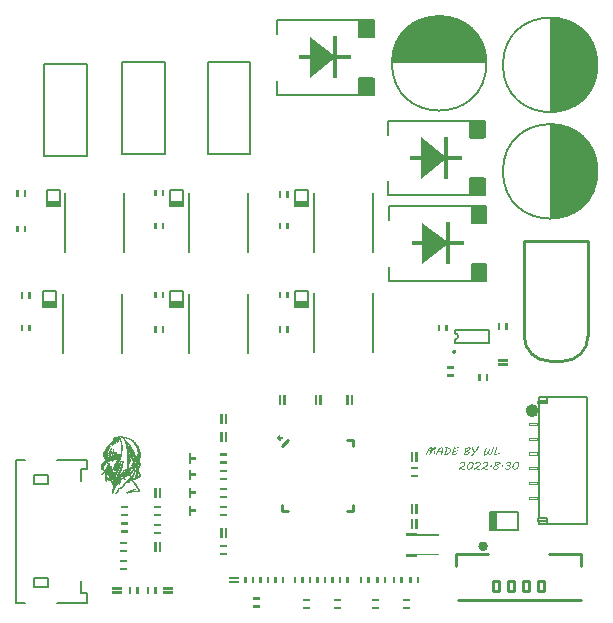
<source format=gto>
G04*
G04 #@! TF.GenerationSoftware,Altium Limited,Altium Designer,21.2.2 (38)*
G04*
G04 Layer_Color=65535*
%FSLAX25Y25*%
%MOIN*%
G70*
G04*
G04 #@! TF.SameCoordinates,8CF34D0F-3D0A-4A82-AD64-C49C04CB85B6*
G04*
G04*
G04 #@! TF.FilePolarity,Positive*
G04*
G01*
G75*
%ADD10C,0.00984*%
%ADD11C,0.01575*%
%ADD12C,0.01000*%
%ADD13C,0.00800*%
%ADD14C,0.00787*%
%ADD15C,0.01968*%
%ADD16C,0.00050*%
%ADD17C,0.00100*%
%ADD18C,0.00500*%
%ADD19C,0.00402*%
%ADD20C,0.00600*%
%ADD21R,0.04724X0.06002*%
%ADD22R,0.04724X0.06002*%
%ADD23R,0.01181X0.14000*%
%ADD24R,0.17300X0.01181*%
G36*
X341450Y261050D02*
X339550D01*
Y261550D01*
X341450D01*
Y261050D01*
D02*
G37*
G36*
X319450D02*
X317550D01*
Y261550D01*
X319450D01*
Y261050D01*
D02*
G37*
G36*
X308450D02*
X306550D01*
Y261550D01*
X308450D01*
Y261050D01*
D02*
G37*
G36*
X404950Y259000D02*
X404450D01*
Y262000D01*
X404950D01*
Y259000D01*
D02*
G37*
G36*
X403550D02*
X403050D01*
Y262000D01*
X403550D01*
Y259000D01*
D02*
G37*
G36*
X341450Y258450D02*
X339550D01*
X339550Y258950D01*
X341450D01*
X341450Y258450D01*
D02*
G37*
G36*
X329600Y260350D02*
X331000D01*
Y259650D01*
X329600D01*
Y258450D01*
X329000D01*
Y261550D01*
X329600D01*
Y260350D01*
D02*
G37*
G36*
X319450Y258450D02*
X317550D01*
X317550Y258950D01*
X319450D01*
X319450Y258450D01*
D02*
G37*
G36*
X308450D02*
X306550D01*
X306550Y258950D01*
X308450D01*
X308450Y258450D01*
D02*
G37*
G36*
X308450Y255550D02*
X306550D01*
Y256050D01*
X308450D01*
Y255550D01*
D02*
G37*
G36*
X319450Y255050D02*
X317550D01*
Y255550D01*
X319450D01*
Y255050D01*
D02*
G37*
G36*
X404950Y254000D02*
X404450D01*
Y257000D01*
X404950D01*
Y254000D01*
D02*
G37*
G36*
X403550D02*
X403050D01*
Y257000D01*
X403550D01*
Y254000D01*
D02*
G37*
G36*
X431300Y253400D02*
X429300D01*
Y259600D01*
X431300D01*
Y253400D01*
D02*
G37*
G36*
X308450Y252950D02*
X306550D01*
X306550Y253450D01*
X308450D01*
X308450Y252950D01*
D02*
G37*
G36*
X319450Y252450D02*
X317550D01*
X317550Y252950D01*
X319450D01*
X319450Y252450D01*
D02*
G37*
G36*
X405000Y252000D02*
X412500D01*
Y251600D01*
X401500D01*
Y252400D01*
X405000D01*
Y252000D01*
D02*
G37*
G36*
X341450Y251000D02*
X340950D01*
Y254000D01*
X341450D01*
Y251000D01*
D02*
G37*
G36*
X340050D02*
X339550D01*
Y254000D01*
X340050D01*
Y251000D01*
D02*
G37*
G36*
X307950Y249050D02*
X306050D01*
Y249550D01*
X307950D01*
Y249050D01*
D02*
G37*
G36*
X341450Y248050D02*
X339550D01*
Y248550D01*
X341450D01*
Y248050D01*
D02*
G37*
G36*
X319450Y246500D02*
X318950D01*
Y249500D01*
X319450D01*
Y246500D01*
D02*
G37*
G36*
X318050D02*
X317550D01*
Y249500D01*
X318050D01*
Y246500D01*
D02*
G37*
G36*
X307950Y246450D02*
X306050D01*
X306050Y246950D01*
X307950D01*
X307950Y246450D01*
D02*
G37*
G36*
X341450Y245450D02*
X339550D01*
X339550Y245950D01*
X341450D01*
X341450Y245450D01*
D02*
G37*
G36*
X412500Y245000D02*
X405000D01*
Y244600D01*
X401500D01*
Y245400D01*
X412500D01*
Y245000D01*
D02*
G37*
G36*
X307950Y243050D02*
X306050D01*
Y243550D01*
X307950D01*
Y243050D01*
D02*
G37*
G36*
X307950Y240450D02*
X306050D01*
X306050Y240950D01*
X307950D01*
X307950Y240450D01*
D02*
G37*
G36*
X345500Y237450D02*
X342500D01*
Y237950D01*
X345500D01*
Y237450D01*
D02*
G37*
G36*
X405550Y236050D02*
X405050D01*
Y237950D01*
X405550D01*
Y236050D01*
D02*
G37*
G36*
X400050D02*
X399550D01*
Y237950D01*
X400050D01*
Y236050D01*
D02*
G37*
G36*
X394550D02*
X394050D01*
Y237950D01*
X394550D01*
Y236050D01*
D02*
G37*
G36*
X386450D02*
X385950D01*
Y237950D01*
X386450D01*
Y236050D01*
D02*
G37*
G36*
X379450D02*
X378950D01*
Y237950D01*
X379450D01*
Y236050D01*
D02*
G37*
G36*
X377050D02*
X376550D01*
Y237950D01*
X377050D01*
Y236050D01*
D02*
G37*
G36*
X372050D02*
X371550D01*
Y237950D01*
X372050D01*
Y236050D01*
D02*
G37*
G36*
X367050D02*
X366550D01*
Y237950D01*
X367050D01*
Y236050D01*
D02*
G37*
G36*
X360550D02*
X360050D01*
Y237950D01*
X360550D01*
Y236050D01*
D02*
G37*
G36*
X355550D02*
X355050D01*
Y237950D01*
X355550D01*
Y236050D01*
D02*
G37*
G36*
X350550D02*
X350050D01*
Y237950D01*
X350550D01*
Y236050D01*
D02*
G37*
G36*
X345500D02*
X342500D01*
Y236550D01*
X345500D01*
Y236050D01*
D02*
G37*
G36*
X402950Y237950D02*
Y236050D01*
X402450Y236050D01*
Y237950D01*
X402950Y237950D01*
D02*
G37*
G36*
X397450D02*
Y236050D01*
X396950Y236050D01*
Y237950D01*
X397450Y237950D01*
D02*
G37*
G36*
X391950D02*
Y236050D01*
X391450Y236050D01*
Y237950D01*
X391950Y237950D01*
D02*
G37*
G36*
X389050Y236050D02*
X388550Y236050D01*
Y237950D01*
X389050Y237950D01*
Y236050D01*
D02*
G37*
G36*
X382050D02*
X381550Y236050D01*
Y237950D01*
X382050Y237950D01*
Y236050D01*
D02*
G37*
G36*
X374450Y237950D02*
Y236050D01*
X373950Y236050D01*
Y237950D01*
X374450Y237950D01*
D02*
G37*
G36*
X369450D02*
Y236050D01*
X368950Y236050D01*
Y237950D01*
X369450Y237950D01*
D02*
G37*
G36*
X364450D02*
Y236050D01*
X363950Y236050D01*
Y237950D01*
X364450Y237950D01*
D02*
G37*
G36*
X357950D02*
Y236050D01*
X357450Y236050D01*
Y237950D01*
X357950Y237950D01*
D02*
G37*
G36*
X352950D02*
Y236050D01*
X352450Y236050D01*
Y237950D01*
X352950Y237950D01*
D02*
G37*
G36*
X347950D02*
Y236050D01*
X347450Y236050D01*
Y237950D01*
X347950Y237950D01*
D02*
G37*
G36*
X323500Y233950D02*
X320500D01*
Y234450D01*
X323500D01*
Y233950D01*
D02*
G37*
G36*
X306500D02*
X303500D01*
Y234450D01*
X306500D01*
Y233950D01*
D02*
G37*
G36*
X323500Y232550D02*
X320500D01*
Y233050D01*
X323500D01*
Y232550D01*
D02*
G37*
G36*
X318050D02*
X317550D01*
Y234450D01*
X318050D01*
Y232550D01*
D02*
G37*
G36*
X312050D02*
X311550D01*
Y234450D01*
X312050D01*
Y232550D01*
D02*
G37*
G36*
X306500D02*
X303500D01*
Y233050D01*
X306500D01*
Y232550D01*
D02*
G37*
G36*
X315450Y234450D02*
Y232550D01*
X314950Y232550D01*
Y234450D01*
X315450Y234450D01*
D02*
G37*
G36*
X309450D02*
Y232550D01*
X308950Y232550D01*
Y234450D01*
X309450Y234450D01*
D02*
G37*
G36*
X352450Y230550D02*
X350550D01*
Y231050D01*
X352450D01*
Y230550D01*
D02*
G37*
G36*
X402450Y230050D02*
X400550D01*
X400550Y230550D01*
X402450D01*
X402450Y230050D01*
D02*
G37*
G36*
X391950D02*
X390050D01*
X390050Y230550D01*
X391950D01*
X391950Y230050D01*
D02*
G37*
G36*
X379450D02*
X377550D01*
Y230550D01*
X379450D01*
Y230050D01*
D02*
G37*
G36*
X368950D02*
X367050D01*
Y230550D01*
X368950D01*
Y230050D01*
D02*
G37*
G36*
X352450Y227950D02*
X350550D01*
X350550Y228450D01*
X352450D01*
X352450Y227950D01*
D02*
G37*
G36*
X402450Y227450D02*
X400550D01*
Y227950D01*
X402450D01*
Y227450D01*
D02*
G37*
G36*
X391950D02*
X390050D01*
Y227950D01*
X391950D01*
Y227450D01*
D02*
G37*
G36*
X379450D02*
X377550D01*
X377550Y227950D01*
X379450D01*
X379450Y227450D01*
D02*
G37*
G36*
X368950D02*
X367050D01*
X367050Y227950D01*
X368950D01*
X368950Y227450D01*
D02*
G37*
G36*
X416212Y424360D02*
X418570Y423594D01*
X420778Y422469D01*
X422784Y421012D01*
X424536Y419259D01*
X425993Y417254D01*
X427119Y415045D01*
X427885Y412688D01*
X428272Y410239D01*
Y409000D01*
X396776D01*
Y410239D01*
X397164Y412688D01*
X397930Y415045D01*
X399055Y417254D01*
X400512Y419259D01*
X402265Y421012D01*
X404271Y422469D01*
X406479Y423594D01*
X408837Y424360D01*
X411285Y424748D01*
X413764D01*
X416212Y424360D01*
D02*
G37*
G36*
X378200Y411000D02*
X369300Y404050D01*
Y417950D01*
X378200Y411000D01*
D02*
G37*
G36*
X453188Y423836D02*
X455545Y423070D01*
X457754Y421945D01*
X459759Y420488D01*
X461512Y418735D01*
X462969Y416729D01*
X464094Y414521D01*
X464860Y412163D01*
X465248Y409715D01*
Y407236D01*
X464860Y404788D01*
X464094Y402430D01*
X462969Y400222D01*
X461512Y398217D01*
X459759Y396464D01*
X457754Y395007D01*
X455545Y393881D01*
X453188Y393115D01*
X450739Y392728D01*
X449500D01*
Y424224D01*
X450739D01*
X453188Y423836D01*
D02*
G37*
G36*
X415200Y377500D02*
X406300Y370550D01*
Y384450D01*
X415200Y377500D01*
D02*
G37*
G36*
X317950Y365050D02*
X317450D01*
Y366950D01*
X317950D01*
Y365050D01*
D02*
G37*
G36*
X320550Y365050D02*
X320050Y365050D01*
Y366950D01*
X320550Y366950D01*
Y365050D01*
D02*
G37*
G36*
X271963Y364925D02*
X271463D01*
Y366825D01*
X271963D01*
Y364925D01*
D02*
G37*
G36*
X274563Y364925D02*
X274063Y364925D01*
Y366825D01*
X274563Y366825D01*
Y364925D01*
D02*
G37*
G36*
X359450Y364550D02*
X358950D01*
Y366450D01*
X359450D01*
Y364550D01*
D02*
G37*
G36*
X362050Y364550D02*
X361550Y364550D01*
Y366450D01*
X362050Y366450D01*
Y364550D01*
D02*
G37*
G36*
X368700Y361300D02*
X364300D01*
Y362800D01*
X368700D01*
Y361300D01*
D02*
G37*
G36*
X327200D02*
X322800D01*
Y362800D01*
X327200D01*
Y361300D01*
D02*
G37*
G36*
X286200D02*
X281800D01*
Y362800D01*
X286200D01*
Y361300D01*
D02*
G37*
G36*
X453188Y388336D02*
X455545Y387570D01*
X457754Y386445D01*
X459759Y384988D01*
X461512Y383235D01*
X462969Y381229D01*
X464094Y379021D01*
X464860Y376663D01*
X465248Y374215D01*
Y371736D01*
X464860Y369288D01*
X464094Y366931D01*
X462969Y364722D01*
X461512Y362717D01*
X459759Y360964D01*
X457754Y359507D01*
X455545Y358381D01*
X453188Y357615D01*
X450739Y357228D01*
X449500D01*
Y388724D01*
X450739D01*
X453188Y388336D01*
D02*
G37*
G36*
X362050Y354050D02*
X361550D01*
Y355950D01*
X362050D01*
Y354050D01*
D02*
G37*
G36*
X320550D02*
X320050D01*
Y355950D01*
X320550D01*
Y354050D01*
D02*
G37*
G36*
X359450Y355950D02*
Y354050D01*
X358950Y354050D01*
Y355950D01*
X359450Y355950D01*
D02*
G37*
G36*
X317950D02*
Y354050D01*
X317450Y354050D01*
Y355950D01*
X317950Y355950D01*
D02*
G37*
G36*
X274550Y353050D02*
X274050D01*
Y354950D01*
X274550D01*
Y353050D01*
D02*
G37*
G36*
X271950Y354950D02*
Y353050D01*
X271450Y353050D01*
Y354950D01*
X271950Y354950D01*
D02*
G37*
G36*
X415700Y349000D02*
X406800Y342050D01*
Y355950D01*
X415700Y349000D01*
D02*
G37*
G36*
X359450Y331050D02*
X358950D01*
Y332950D01*
X359450D01*
Y331050D01*
D02*
G37*
G36*
X317950D02*
X317450D01*
Y332950D01*
X317950D01*
Y331050D01*
D02*
G37*
G36*
X362050Y331050D02*
X361550Y331050D01*
Y332950D01*
X362050Y332950D01*
Y331050D01*
D02*
G37*
G36*
X320550D02*
X320050Y331050D01*
Y332950D01*
X320550Y332950D01*
Y331050D01*
D02*
G37*
G36*
X273450Y330950D02*
X272950D01*
Y332850D01*
X273450D01*
Y330950D01*
D02*
G37*
G36*
X276050Y330950D02*
X275550Y330950D01*
Y332850D01*
X276050Y332850D01*
Y330950D01*
D02*
G37*
G36*
X368700Y327800D02*
X364300D01*
Y329300D01*
X368700D01*
Y327800D01*
D02*
G37*
G36*
X327200D02*
X322800D01*
Y329300D01*
X327200D01*
Y327800D01*
D02*
G37*
G36*
X284700D02*
X280300D01*
Y329300D01*
X284700D01*
Y327800D01*
D02*
G37*
G36*
X435050Y320550D02*
X434550D01*
Y322450D01*
X435050D01*
Y320550D01*
D02*
G37*
G36*
X432450Y322450D02*
Y320550D01*
X431950Y320550D01*
Y322450D01*
X432450Y322450D01*
D02*
G37*
G36*
X415050Y320050D02*
X414550D01*
Y321950D01*
X415050D01*
Y320050D01*
D02*
G37*
G36*
X276050D02*
X275550D01*
Y321950D01*
X276050D01*
Y320050D01*
D02*
G37*
G36*
X412450Y321950D02*
Y320050D01*
X411950Y320050D01*
Y321950D01*
X412450Y321950D01*
D02*
G37*
G36*
X273450D02*
Y320050D01*
X272950Y320050D01*
Y321950D01*
X273450Y321950D01*
D02*
G37*
G36*
X362050Y319550D02*
X361550D01*
Y321450D01*
X362050D01*
Y319550D01*
D02*
G37*
G36*
X320550D02*
X320050D01*
Y321450D01*
X320550D01*
Y319550D01*
D02*
G37*
G36*
X359450Y321450D02*
Y319550D01*
X358950Y319550D01*
Y321450D01*
X359450Y321450D01*
D02*
G37*
G36*
X317950D02*
Y319550D01*
X317450Y319550D01*
Y321450D01*
X317950Y321450D01*
D02*
G37*
G36*
X435000Y309950D02*
X432000D01*
Y310450D01*
X435000D01*
Y309950D01*
D02*
G37*
G36*
Y308550D02*
X432000D01*
Y309050D01*
X435000D01*
Y308550D01*
D02*
G37*
G36*
X416950Y307550D02*
X415050D01*
Y308050D01*
X416950D01*
Y307550D01*
D02*
G37*
G36*
X416950Y304950D02*
X415050D01*
X415050Y305450D01*
X416950D01*
X416950Y304950D01*
D02*
G37*
G36*
X428550Y303550D02*
X428050D01*
Y305450D01*
X428550D01*
Y303550D01*
D02*
G37*
G36*
X425950Y305450D02*
Y303550D01*
X425450Y303550D01*
Y305450D01*
X425950Y305450D01*
D02*
G37*
G36*
X383450Y295500D02*
X382950D01*
Y298500D01*
X383450D01*
Y295500D01*
D02*
G37*
G36*
X382050D02*
X381550D01*
Y298500D01*
X382050D01*
Y295500D01*
D02*
G37*
G36*
X372950D02*
X372450D01*
Y298500D01*
X372950D01*
Y295500D01*
D02*
G37*
G36*
X371550D02*
X371050D01*
Y298500D01*
X371550D01*
Y295500D01*
D02*
G37*
G36*
X360950D02*
X360450D01*
Y298500D01*
X360950D01*
Y295500D01*
D02*
G37*
G36*
X359550D02*
X359050D01*
Y298500D01*
X359550D01*
Y295500D01*
D02*
G37*
G36*
X341450Y289000D02*
X340950D01*
Y292000D01*
X341450D01*
Y289000D01*
D02*
G37*
G36*
X340050D02*
X339550D01*
Y292000D01*
X340050D01*
Y289000D01*
D02*
G37*
G36*
X341450Y283000D02*
X340950D01*
Y286000D01*
X341450D01*
Y283000D01*
D02*
G37*
G36*
X340050D02*
X339550D01*
Y286000D01*
X340050D01*
Y283000D01*
D02*
G37*
G36*
X341450Y278550D02*
X339550D01*
Y279050D01*
X341450D01*
Y278550D01*
D02*
G37*
G36*
X404950Y276500D02*
X404450D01*
Y279500D01*
X404950D01*
Y276500D01*
D02*
G37*
G36*
X403550D02*
X403050D01*
Y279500D01*
X403550D01*
Y276500D01*
D02*
G37*
G36*
X341450Y275950D02*
X339550D01*
X339550Y276450D01*
X341450D01*
X341450Y275950D01*
D02*
G37*
G36*
X329600Y277850D02*
X331000D01*
Y277150D01*
X329600D01*
Y275950D01*
X329000D01*
Y279050D01*
X329600D01*
Y277850D01*
D02*
G37*
G36*
X404950Y274050D02*
X403050D01*
Y274550D01*
X404950D01*
Y274050D01*
D02*
G37*
G36*
X341450Y273050D02*
X339550D01*
Y273550D01*
X341450D01*
Y273050D01*
D02*
G37*
G36*
X404950Y271450D02*
X403050D01*
X403050Y271950D01*
X404950D01*
X404950Y271450D01*
D02*
G37*
G36*
X341450Y270450D02*
X339550D01*
X339550Y270950D01*
X341450D01*
X341450Y270450D01*
D02*
G37*
G36*
X329600Y272350D02*
X331000D01*
Y271650D01*
X329600D01*
Y270450D01*
X329000D01*
Y273550D01*
X329600D01*
Y272350D01*
D02*
G37*
G36*
X341450Y267050D02*
X339550D01*
Y267550D01*
X341450D01*
Y267050D01*
D02*
G37*
G36*
X319450Y264500D02*
X318950D01*
Y267500D01*
X319450D01*
Y264500D01*
D02*
G37*
G36*
X318050D02*
X317550D01*
Y267500D01*
X318050D01*
Y264500D01*
D02*
G37*
G36*
X341450Y264450D02*
X339550D01*
X339550Y264950D01*
X341450D01*
X341450Y264450D01*
D02*
G37*
G36*
X329600Y266350D02*
X331000D01*
Y265650D01*
X329600D01*
Y264450D01*
X329000D01*
Y267550D01*
X329600D01*
Y266350D01*
D02*
G37*
G36*
X435855Y276186D02*
X435939Y276175D01*
X436033Y276153D01*
X436133Y276120D01*
X436227Y276070D01*
X436322Y276009D01*
X436327D01*
X436333Y275997D01*
X436360Y275975D01*
X436399Y275937D01*
X436444Y275881D01*
X436482Y275809D01*
X436521Y275731D01*
X436549Y275637D01*
X436560Y275587D01*
Y275537D01*
Y275526D01*
Y275498D01*
X436555Y275459D01*
X436544Y275409D01*
X436521Y275348D01*
X436499Y275282D01*
X436460Y275215D01*
X436410Y275148D01*
X436405Y275143D01*
X436383Y275121D01*
X436349Y275093D01*
X436299Y275054D01*
X436238Y275015D01*
X436166Y274971D01*
X436083Y274932D01*
X435983Y274893D01*
X435989D01*
X436011Y274882D01*
X436038Y274865D01*
X436072Y274843D01*
X436111Y274815D01*
X436155Y274777D01*
X436194Y274732D01*
X436233Y274682D01*
X436238Y274677D01*
X436249Y274660D01*
X436261Y274627D01*
X436283Y274593D01*
X436299Y274549D01*
X436310Y274505D01*
X436322Y274449D01*
X436327Y274399D01*
Y274394D01*
Y274382D01*
Y274360D01*
X436322Y274338D01*
X436316Y274305D01*
X436310Y274266D01*
X436288Y274177D01*
X436255Y274077D01*
X436205Y273977D01*
X436172Y273922D01*
X436133Y273872D01*
X436083Y273822D01*
X436033Y273778D01*
X436027D01*
X436022Y273766D01*
X436005Y273755D01*
X435978Y273739D01*
X435950Y273722D01*
X435916Y273705D01*
X435872Y273683D01*
X435828Y273661D01*
X435717Y273617D01*
X435583Y273583D01*
X435434Y273555D01*
X435267Y273544D01*
X435234D01*
X435206Y273550D01*
X435173D01*
X435134Y273555D01*
X435045Y273567D01*
X434940Y273589D01*
X434829Y273622D01*
X434706Y273661D01*
X434590Y273722D01*
X434584D01*
X434579Y273733D01*
X434540Y273755D01*
X434490Y273789D01*
X434435Y273838D01*
X434379Y273894D01*
X434329Y273961D01*
X434290Y274033D01*
X434285Y274066D01*
X434279Y274105D01*
Y274111D01*
Y274116D01*
X434285Y274149D01*
X434301Y274188D01*
X434329Y274233D01*
X434340Y274244D01*
X434362Y274260D01*
X434401Y274277D01*
X434446Y274288D01*
X434468D01*
X434484Y274283D01*
X434512Y274277D01*
X434562Y274260D01*
X434584Y274238D01*
X434601Y274216D01*
Y274210D01*
X434612Y274199D01*
X434623Y274183D01*
X434640Y274160D01*
X434690Y274099D01*
X434723Y274066D01*
X434762Y274033D01*
X434806Y274000D01*
X434856Y273966D01*
X434912Y273933D01*
X434978Y273905D01*
X435045Y273883D01*
X435117Y273866D01*
X435195Y273855D01*
X435284Y273850D01*
X435339D01*
X435395Y273855D01*
X435472Y273866D01*
X435550Y273883D01*
X435633Y273911D01*
X435717Y273944D01*
X435789Y273994D01*
X435794Y274000D01*
X435816Y274022D01*
X435844Y274055D01*
X435883Y274099D01*
X435916Y274149D01*
X435944Y274216D01*
X435966Y274288D01*
X435972Y274371D01*
Y274377D01*
Y274394D01*
X435966Y274410D01*
X435961Y274438D01*
X435944Y274505D01*
X435922Y274538D01*
X435900Y274571D01*
X435894Y274577D01*
X435889Y274582D01*
X435872Y274599D01*
X435850Y274616D01*
X435794Y274654D01*
X435728Y274682D01*
X435722D01*
X435706Y274688D01*
X435683Y274693D01*
X435644Y274699D01*
X435595Y274704D01*
X435533Y274710D01*
X435456Y274715D01*
X435350D01*
X435323Y274721D01*
X435284Y274738D01*
X435245Y274765D01*
X435239Y274777D01*
X435228Y274799D01*
X435212Y274832D01*
X435206Y274876D01*
Y274887D01*
X435212Y274910D01*
X435228Y274943D01*
X435256Y274976D01*
X435267Y274982D01*
X435295Y275004D01*
X435345Y275021D01*
X435406Y275026D01*
X435544D01*
X435678Y275015D01*
X435683D01*
X435694Y275021D01*
X435711Y275026D01*
X435739Y275032D01*
X435767Y275043D01*
X435811Y275060D01*
X435866Y275082D01*
X435872Y275087D01*
X435894Y275093D01*
X435922Y275110D01*
X435961Y275126D01*
X436038Y275182D01*
X436083Y275215D01*
X436116Y275254D01*
X436122Y275259D01*
X436133Y275276D01*
X436144Y275298D01*
X436161Y275326D01*
X436177Y275365D01*
X436194Y275404D01*
X436199Y275454D01*
X436205Y275503D01*
Y275509D01*
Y275531D01*
X436199Y275565D01*
X436188Y275598D01*
X436172Y275642D01*
X436144Y275687D01*
X436111Y275731D01*
X436066Y275776D01*
X436061Y275781D01*
X436038Y275792D01*
X436011Y275809D01*
X435966Y275831D01*
X435916Y275853D01*
X435850Y275870D01*
X435778Y275881D01*
X435694Y275887D01*
X435656D01*
X435628Y275881D01*
X435595D01*
X435556Y275870D01*
X435467Y275853D01*
X435372Y275820D01*
X435267Y275770D01*
X435217Y275737D01*
X435173Y275703D01*
X435128Y275659D01*
X435084Y275609D01*
Y275604D01*
X435073Y275598D01*
X435045Y275570D01*
X435001Y275542D01*
X434973Y275537D01*
X434940Y275531D01*
X434929D01*
X434901Y275537D01*
X434862Y275548D01*
X434823Y275570D01*
X434818Y275576D01*
X434801Y275604D01*
X434784Y275637D01*
X434779Y275687D01*
Y275692D01*
X434784Y275714D01*
X434795Y275748D01*
X434818Y275787D01*
X434851Y275836D01*
X434901Y275898D01*
X434934Y275925D01*
X434978Y275959D01*
X435023Y275986D01*
X435073Y276020D01*
X435078D01*
X435084Y276025D01*
X435101Y276036D01*
X435123Y276047D01*
X435150Y276059D01*
X435184Y276075D01*
X435267Y276109D01*
X435361Y276142D01*
X435478Y276169D01*
X435600Y276192D01*
X435733Y276197D01*
X435794D01*
X435855Y276186D01*
D02*
G37*
G36*
X433713Y275076D02*
X433735D01*
X433785Y275054D01*
X433813Y275037D01*
X433835Y275015D01*
X433841Y275010D01*
X433846Y275004D01*
X433869Y274971D01*
X433891Y274915D01*
X433902Y274882D01*
Y274849D01*
Y274843D01*
Y274827D01*
X433896Y274804D01*
X433891Y274771D01*
X433880Y274738D01*
X433857Y274699D01*
X433835Y274665D01*
X433802Y274627D01*
X433796Y274621D01*
X433785Y274616D01*
X433763Y274599D01*
X433741Y274582D01*
X433708Y274566D01*
X433669Y274554D01*
X433630Y274543D01*
X433585Y274538D01*
X433569D01*
X433552Y274543D01*
X433530Y274549D01*
X433480Y274566D01*
X433452Y274582D01*
X433424Y274604D01*
Y274610D01*
X433413Y274616D01*
X433391Y274649D01*
X433369Y274699D01*
X433363Y274732D01*
X433358Y274765D01*
Y274771D01*
Y274788D01*
X433363Y274810D01*
X433369Y274843D01*
X433380Y274876D01*
X433402Y274915D01*
X433424Y274949D01*
X433458Y274987D01*
X433463Y274993D01*
X433474Y275004D01*
X433497Y275015D01*
X433524Y275037D01*
X433558Y275054D01*
X433597Y275065D01*
X433635Y275076D01*
X433680Y275082D01*
X433696D01*
X433713Y275076D01*
D02*
G37*
G36*
X429917D02*
X429939D01*
X429989Y275054D01*
X430017Y275037D01*
X430039Y275015D01*
X430045Y275010D01*
X430050Y275004D01*
X430072Y274971D01*
X430094Y274915D01*
X430106Y274882D01*
Y274849D01*
Y274843D01*
Y274827D01*
X430100Y274804D01*
X430094Y274771D01*
X430083Y274738D01*
X430061Y274699D01*
X430039Y274665D01*
X430006Y274627D01*
X430000Y274621D01*
X429989Y274616D01*
X429967Y274599D01*
X429945Y274582D01*
X429911Y274566D01*
X429873Y274554D01*
X429834Y274543D01*
X429789Y274538D01*
X429773D01*
X429756Y274543D01*
X429734Y274549D01*
X429684Y274566D01*
X429656Y274582D01*
X429628Y274604D01*
Y274610D01*
X429617Y274616D01*
X429595Y274649D01*
X429573Y274699D01*
X429567Y274732D01*
X429562Y274765D01*
Y274771D01*
Y274788D01*
X429567Y274810D01*
X429573Y274843D01*
X429584Y274876D01*
X429606Y274915D01*
X429628Y274949D01*
X429662Y274987D01*
X429667Y274993D01*
X429678Y275004D01*
X429700Y275015D01*
X429728Y275037D01*
X429761Y275054D01*
X429800Y275065D01*
X429839Y275076D01*
X429884Y275082D01*
X429900D01*
X429917Y275076D01*
D02*
G37*
G36*
X438519Y276203D02*
X438586Y276197D01*
X438664Y276181D01*
X438753Y276153D01*
X438841Y276114D01*
X438930Y276059D01*
X439013Y275981D01*
X439024Y275970D01*
X439047Y275942D01*
X439074Y275892D01*
X439113Y275820D01*
X439152Y275731D01*
X439180Y275626D01*
X439202Y275503D01*
X439213Y275365D01*
Y275359D01*
Y275348D01*
Y275326D01*
X439208Y275293D01*
Y275259D01*
X439202Y275215D01*
X439196Y275165D01*
X439185Y275110D01*
X439158Y274982D01*
X439113Y274838D01*
X439058Y274682D01*
X438980Y274521D01*
Y274516D01*
X438969Y274505D01*
X438958Y274482D01*
X438941Y274449D01*
X438919Y274410D01*
X438891Y274371D01*
X438825Y274271D01*
X438736Y274160D01*
X438636Y274044D01*
X438525Y273927D01*
X438397Y273816D01*
X438392Y273811D01*
X438381Y273805D01*
X438364Y273794D01*
X438336Y273772D01*
X438303Y273755D01*
X438270Y273733D01*
X438175Y273683D01*
X438070Y273633D01*
X437953Y273589D01*
X437831Y273555D01*
X437765Y273550D01*
X437704Y273544D01*
X437670D01*
X437648Y273550D01*
X437581Y273555D01*
X437504Y273572D01*
X437409Y273600D01*
X437315Y273644D01*
X437226Y273700D01*
X437137Y273778D01*
X437126Y273789D01*
X437104Y273822D01*
X437071Y273872D01*
X437032Y273944D01*
X436988Y274038D01*
X436954Y274149D01*
X436932Y274277D01*
X436921Y274421D01*
Y274427D01*
Y274438D01*
Y274460D01*
X436927Y274488D01*
Y274527D01*
X436932Y274571D01*
X436943Y274621D01*
X436949Y274677D01*
X436982Y274799D01*
X437021Y274937D01*
X437082Y275087D01*
X437115Y275165D01*
X437160Y275243D01*
X437165Y275248D01*
X437171Y275259D01*
X437182Y275282D01*
X437204Y275315D01*
X437226Y275348D01*
X437254Y275393D01*
X437326Y275493D01*
X437415Y275598D01*
X437520Y275714D01*
X437637Y275831D01*
X437770Y275937D01*
X437776Y275942D01*
X437787Y275948D01*
X437809Y275964D01*
X437831Y275981D01*
X437864Y275997D01*
X437903Y276025D01*
X437998Y276075D01*
X438103Y276125D01*
X438220Y276164D01*
X438342Y276197D01*
X438403Y276203D01*
X438464Y276208D01*
X438497D01*
X438519Y276203D01*
D02*
G37*
G36*
X432076D02*
X432148Y276192D01*
X432226Y276175D01*
X432314Y276147D01*
X432403Y276114D01*
X432492Y276070D01*
X432503Y276064D01*
X432531Y276042D01*
X432570Y276014D01*
X432620Y275970D01*
X432675Y275914D01*
X432731Y275848D01*
X432781Y275776D01*
X432820Y275687D01*
X432831D01*
X432864Y275692D01*
X432958D01*
X432975Y275687D01*
X432997Y275676D01*
X433019Y275664D01*
X433036Y275642D01*
X433047Y275609D01*
X433053Y275570D01*
Y275559D01*
X433047Y275537D01*
X433036Y275498D01*
X433019Y275459D01*
X432986Y275415D01*
X432936Y275376D01*
X432908Y275365D01*
X432869Y275354D01*
X432831Y275343D01*
X432753D01*
X432731Y275337D01*
X432697Y275331D01*
X432664Y275326D01*
X432620Y275315D01*
X432564Y275304D01*
X432503Y275287D01*
X432437Y275265D01*
X432353Y275237D01*
X432270Y275204D01*
X432170Y275165D01*
X432065Y275126D01*
X431948Y275071D01*
X431820Y275015D01*
X431826Y275010D01*
X431843Y274998D01*
X431870Y274976D01*
X431909Y274954D01*
X431954Y274921D01*
X431998Y274882D01*
X432103Y274788D01*
X432209Y274677D01*
X432253Y274621D01*
X432298Y274560D01*
X432337Y274493D01*
X432364Y274432D01*
X432381Y274371D01*
X432387Y274305D01*
Y274294D01*
Y274271D01*
X432381Y274233D01*
X432370Y274183D01*
X432348Y274122D01*
X432320Y274055D01*
X432281Y273988D01*
X432231Y273922D01*
X432226Y273916D01*
X432203Y273894D01*
X432170Y273861D01*
X432126Y273822D01*
X432065Y273778D01*
X431998Y273733D01*
X431915Y273689D01*
X431826Y273644D01*
X431815Y273639D01*
X431782Y273628D01*
X431732Y273611D01*
X431671Y273594D01*
X431593Y273578D01*
X431510Y273561D01*
X431421Y273550D01*
X431327Y273544D01*
X431293D01*
X431265Y273550D01*
X431232D01*
X431199Y273555D01*
X431110Y273567D01*
X431010Y273589D01*
X430910Y273622D01*
X430805Y273667D01*
X430711Y273728D01*
X430699Y273739D01*
X430672Y273761D01*
X430633Y273800D01*
X430588Y273850D01*
X430544Y273916D01*
X430505Y273994D01*
X430477Y274077D01*
X430472Y274122D01*
X430466Y274171D01*
Y274177D01*
Y274183D01*
X430472Y274216D01*
X430477Y274266D01*
X430488Y274327D01*
X430511Y274399D01*
X430544Y274477D01*
X430583Y274554D01*
X430644Y274632D01*
X430655Y274643D01*
X430677Y274665D01*
X430722Y274704D01*
X430783Y274760D01*
X430866Y274821D01*
X430971Y274887D01*
X431094Y274965D01*
X431160Y275010D01*
X431238Y275048D01*
X431227Y275060D01*
X431204Y275082D01*
X431171Y275121D01*
X431132Y275176D01*
X431094Y275243D01*
X431060Y275320D01*
X431038Y275409D01*
X431027Y275503D01*
Y275509D01*
Y275515D01*
Y275531D01*
X431032Y275553D01*
X431043Y275609D01*
X431060Y275681D01*
X431094Y275759D01*
X431143Y275842D01*
X431177Y275881D01*
X431215Y275925D01*
X431254Y275964D01*
X431304Y276003D01*
X431310D01*
X431315Y276014D01*
X431332Y276020D01*
X431354Y276036D01*
X431382Y276053D01*
X431415Y276070D01*
X431493Y276109D01*
X431593Y276142D01*
X431709Y276175D01*
X431837Y276197D01*
X431976Y276208D01*
X432026D01*
X432076Y276203D01*
D02*
G37*
G36*
X423301D02*
X423368Y276197D01*
X423446Y276181D01*
X423534Y276153D01*
X423623Y276114D01*
X423712Y276059D01*
X423795Y275981D01*
X423806Y275970D01*
X423829Y275942D01*
X423856Y275892D01*
X423895Y275820D01*
X423934Y275731D01*
X423962Y275626D01*
X423984Y275503D01*
X423995Y275365D01*
Y275359D01*
Y275348D01*
Y275326D01*
X423989Y275293D01*
Y275259D01*
X423984Y275215D01*
X423978Y275165D01*
X423967Y275110D01*
X423940Y274982D01*
X423895Y274838D01*
X423840Y274682D01*
X423762Y274521D01*
Y274516D01*
X423751Y274505D01*
X423740Y274482D01*
X423723Y274449D01*
X423701Y274410D01*
X423673Y274371D01*
X423606Y274271D01*
X423518Y274160D01*
X423418Y274044D01*
X423307Y273927D01*
X423179Y273816D01*
X423174Y273811D01*
X423163Y273805D01*
X423146Y273794D01*
X423118Y273772D01*
X423085Y273755D01*
X423052Y273733D01*
X422957Y273683D01*
X422852Y273633D01*
X422735Y273589D01*
X422613Y273555D01*
X422546Y273550D01*
X422485Y273544D01*
X422452D01*
X422430Y273550D01*
X422363Y273555D01*
X422286Y273572D01*
X422191Y273600D01*
X422097Y273644D01*
X422008Y273700D01*
X421919Y273778D01*
X421908Y273789D01*
X421886Y273822D01*
X421853Y273872D01*
X421814Y273944D01*
X421769Y274038D01*
X421736Y274149D01*
X421714Y274277D01*
X421703Y274421D01*
Y274427D01*
Y274438D01*
Y274460D01*
X421708Y274488D01*
Y274527D01*
X421714Y274571D01*
X421725Y274621D01*
X421731Y274677D01*
X421764Y274799D01*
X421803Y274937D01*
X421864Y275087D01*
X421897Y275165D01*
X421942Y275243D01*
X421947Y275248D01*
X421953Y275259D01*
X421964Y275282D01*
X421986Y275315D01*
X422008Y275348D01*
X422036Y275393D01*
X422108Y275493D01*
X422197Y275598D01*
X422302Y275714D01*
X422419Y275831D01*
X422552Y275937D01*
X422557Y275942D01*
X422569Y275948D01*
X422591Y275964D01*
X422613Y275981D01*
X422646Y275997D01*
X422685Y276025D01*
X422780Y276075D01*
X422885Y276125D01*
X423002Y276164D01*
X423124Y276197D01*
X423185Y276203D01*
X423246Y276208D01*
X423279D01*
X423301Y276203D01*
D02*
G37*
G36*
X428130Y276197D02*
X428196Y276192D01*
X428274Y276175D01*
X428363Y276153D01*
X428463Y276114D01*
X428557Y276064D01*
X428646Y275997D01*
X428657Y275986D01*
X428679Y275959D01*
X428718Y275914D01*
X428762Y275853D01*
X428801Y275781D01*
X428840Y275687D01*
X428862Y275587D01*
X428873Y275470D01*
Y275465D01*
Y275454D01*
Y275437D01*
X428868Y275415D01*
X428862Y275354D01*
X428840Y275270D01*
X428812Y275182D01*
X428768Y275082D01*
X428707Y274976D01*
X428668Y274921D01*
X428624Y274871D01*
X428618Y274865D01*
X428613Y274860D01*
X428596Y274843D01*
X428574Y274827D01*
X428546Y274799D01*
X428507Y274771D01*
X428468Y274738D01*
X428413Y274699D01*
X428357Y274654D01*
X428285Y274610D01*
X428213Y274560D01*
X428130Y274510D01*
X428035Y274455D01*
X427930Y274399D01*
X427819Y274338D01*
X427697Y274277D01*
X427691D01*
X427686Y274271D01*
X427669Y274266D01*
X427647Y274255D01*
X427597Y274221D01*
X427525Y274183D01*
X427447Y274138D01*
X427364Y274083D01*
X427281Y274022D01*
X427197Y273955D01*
X427214D01*
X427236Y273961D01*
X427258D01*
X427319Y273966D01*
X427436D01*
X427492Y273961D01*
X427564D01*
X427653Y273955D01*
X427758Y273944D01*
X427880Y273933D01*
X427897D01*
X427913Y273927D01*
X427941D01*
X428002Y273922D01*
X428080Y273911D01*
X428169Y273905D01*
X428257Y273894D01*
X428346Y273883D01*
X428424Y273872D01*
X428435D01*
X428452Y273866D01*
X428485Y273861D01*
X428524Y273855D01*
X428563Y273844D01*
X428602Y273833D01*
X428635Y273822D01*
X428657Y273811D01*
X428663Y273805D01*
X428685Y273789D01*
X428707Y273766D01*
X428729Y273733D01*
X428735Y273728D01*
X428746Y273705D01*
X428751Y273672D01*
X428757Y273633D01*
Y273628D01*
X428746Y273605D01*
X428729Y273578D01*
X428707Y273561D01*
X428685Y273544D01*
X428679D01*
X428674Y273539D01*
X428646Y273522D01*
X428602Y273505D01*
X428557Y273500D01*
X428529D01*
X428507Y273505D01*
X428474D01*
X428441Y273517D01*
X428391Y273522D01*
X428341Y273533D01*
X428330D01*
X428296Y273544D01*
X428246Y273550D01*
X428174Y273567D01*
X428091Y273578D01*
X427991Y273594D01*
X427874Y273605D01*
X427752Y273617D01*
X427736D01*
X427719Y273622D01*
X427664D01*
X427630Y273628D01*
X427547Y273633D01*
X427447Y273639D01*
X427342Y273644D01*
X427120Y273650D01*
X427070D01*
X427036Y273644D01*
X426998Y273639D01*
X426948Y273633D01*
X426848Y273611D01*
X426842D01*
X426837Y273605D01*
X426798Y273600D01*
X426753Y273589D01*
X426698Y273583D01*
X426692D01*
X426670Y273589D01*
X426642Y273594D01*
X426615Y273611D01*
X426609Y273617D01*
X426598Y273633D01*
X426587Y273655D01*
X426581Y273683D01*
Y273689D01*
X426587Y273711D01*
X426598Y273750D01*
X426615Y273794D01*
X426648Y273855D01*
X426692Y273922D01*
X426759Y274005D01*
X426798Y274044D01*
X426842Y274088D01*
X426848Y274094D01*
X426853Y274099D01*
X426870Y274111D01*
X426892Y274127D01*
X426914Y274149D01*
X426948Y274177D01*
X426986Y274205D01*
X427031Y274238D01*
X427136Y274310D01*
X427258Y274394D01*
X427403Y274482D01*
X427569Y274571D01*
X427575Y274577D01*
X427597Y274582D01*
X427625Y274599D01*
X427664Y274621D01*
X427708Y274643D01*
X427764Y274677D01*
X427880Y274743D01*
X428008Y274821D01*
X428135Y274904D01*
X428191Y274943D01*
X428246Y274987D01*
X428291Y275026D01*
X428330Y275065D01*
X428335Y275076D01*
X428357Y275098D01*
X428391Y275137D01*
X428424Y275187D01*
X428457Y275248D01*
X428490Y275315D01*
X428513Y275387D01*
X428518Y275459D01*
Y275465D01*
Y275487D01*
X428513Y275520D01*
X428502Y275559D01*
X428485Y275609D01*
X428457Y275659D01*
X428424Y275709D01*
X428379Y275759D01*
X428374Y275764D01*
X428357Y275781D01*
X428324Y275803D01*
X428285Y275826D01*
X428235Y275848D01*
X428180Y275870D01*
X428113Y275887D01*
X428041Y275892D01*
X428008D01*
X427969Y275887D01*
X427924D01*
X427869Y275875D01*
X427808Y275864D01*
X427747Y275848D01*
X427686Y275826D01*
X427680D01*
X427658Y275814D01*
X427630Y275798D01*
X427591Y275776D01*
X427541Y275742D01*
X427492Y275703D01*
X427436Y275653D01*
X427381Y275598D01*
Y275592D01*
X427369Y275587D01*
X427342Y275565D01*
X427308Y275537D01*
X427286Y275531D01*
X427264Y275526D01*
X427253D01*
X427225Y275531D01*
X427186Y275542D01*
X427142Y275570D01*
X427136Y275581D01*
X427120Y275604D01*
X427098Y275637D01*
X427092Y275681D01*
Y275692D01*
X427098Y275714D01*
X427109Y275748D01*
X427131Y275792D01*
X427164Y275848D01*
X427214Y275909D01*
X427247Y275937D01*
X427292Y275970D01*
X427336Y275997D01*
X427386Y276031D01*
X427392D01*
X427397Y276036D01*
X427414Y276047D01*
X427436Y276059D01*
X427464Y276070D01*
X427503Y276086D01*
X427580Y276120D01*
X427686Y276147D01*
X427802Y276175D01*
X427930Y276197D01*
X428074Y276203D01*
X428108D01*
X428130Y276197D01*
D02*
G37*
G36*
X425643D02*
X425710Y276192D01*
X425788Y276175D01*
X425877Y276153D01*
X425976Y276114D01*
X426071Y276064D01*
X426159Y275997D01*
X426171Y275986D01*
X426193Y275959D01*
X426232Y275914D01*
X426276Y275853D01*
X426315Y275781D01*
X426354Y275687D01*
X426376Y275587D01*
X426387Y275470D01*
Y275465D01*
Y275454D01*
Y275437D01*
X426381Y275415D01*
X426376Y275354D01*
X426354Y275270D01*
X426326Y275182D01*
X426282Y275082D01*
X426221Y274976D01*
X426182Y274921D01*
X426137Y274871D01*
X426132Y274865D01*
X426126Y274860D01*
X426110Y274843D01*
X426087Y274827D01*
X426060Y274799D01*
X426021Y274771D01*
X425982Y274738D01*
X425926Y274699D01*
X425871Y274654D01*
X425799Y274610D01*
X425727Y274560D01*
X425643Y274510D01*
X425549Y274455D01*
X425444Y274399D01*
X425332Y274338D01*
X425211Y274277D01*
X425205D01*
X425199Y274271D01*
X425183Y274266D01*
X425161Y274255D01*
X425110Y274221D01*
X425038Y274183D01*
X424961Y274138D01*
X424878Y274083D01*
X424794Y274022D01*
X424711Y273955D01*
X424728D01*
X424750Y273961D01*
X424772D01*
X424833Y273966D01*
X424950D01*
X425005Y273961D01*
X425077D01*
X425166Y273955D01*
X425272Y273944D01*
X425394Y273933D01*
X425410D01*
X425427Y273927D01*
X425455D01*
X425516Y273922D01*
X425593Y273911D01*
X425682Y273905D01*
X425771Y273894D01*
X425860Y273883D01*
X425938Y273872D01*
X425949D01*
X425965Y273866D01*
X425998Y273861D01*
X426037Y273855D01*
X426076Y273844D01*
X426115Y273833D01*
X426148Y273822D01*
X426171Y273811D01*
X426176Y273805D01*
X426198Y273789D01*
X426221Y273766D01*
X426243Y273733D01*
X426248Y273728D01*
X426259Y273705D01*
X426265Y273672D01*
X426270Y273633D01*
Y273628D01*
X426259Y273605D01*
X426243Y273578D01*
X426221Y273561D01*
X426198Y273544D01*
X426193D01*
X426187Y273539D01*
X426159Y273522D01*
X426115Y273505D01*
X426071Y273500D01*
X426043D01*
X426021Y273505D01*
X425987D01*
X425954Y273517D01*
X425904Y273522D01*
X425854Y273533D01*
X425843D01*
X425810Y273544D01*
X425760Y273550D01*
X425688Y273567D01*
X425604Y273578D01*
X425505Y273594D01*
X425388Y273605D01*
X425266Y273617D01*
X425249D01*
X425233Y273622D01*
X425177D01*
X425144Y273628D01*
X425061Y273633D01*
X424961Y273639D01*
X424855Y273644D01*
X424633Y273650D01*
X424583D01*
X424550Y273644D01*
X424511Y273639D01*
X424461Y273633D01*
X424361Y273611D01*
X424356D01*
X424350Y273605D01*
X424311Y273600D01*
X424267Y273589D01*
X424211Y273583D01*
X424206D01*
X424184Y273589D01*
X424156Y273594D01*
X424128Y273611D01*
X424123Y273617D01*
X424112Y273633D01*
X424100Y273655D01*
X424095Y273683D01*
Y273689D01*
X424100Y273711D01*
X424112Y273750D01*
X424128Y273794D01*
X424161Y273855D01*
X424206Y273922D01*
X424272Y274005D01*
X424311Y274044D01*
X424356Y274088D01*
X424361Y274094D01*
X424367Y274099D01*
X424383Y274111D01*
X424406Y274127D01*
X424428Y274149D01*
X424461Y274177D01*
X424500Y274205D01*
X424544Y274238D01*
X424650Y274310D01*
X424772Y274394D01*
X424916Y274482D01*
X425083Y274571D01*
X425088Y274577D01*
X425110Y274582D01*
X425138Y274599D01*
X425177Y274621D01*
X425222Y274643D01*
X425277Y274677D01*
X425394Y274743D01*
X425521Y274821D01*
X425649Y274904D01*
X425704Y274943D01*
X425760Y274987D01*
X425804Y275026D01*
X425843Y275065D01*
X425849Y275076D01*
X425871Y275098D01*
X425904Y275137D01*
X425938Y275187D01*
X425971Y275248D01*
X426004Y275315D01*
X426026Y275387D01*
X426032Y275459D01*
Y275465D01*
Y275487D01*
X426026Y275520D01*
X426015Y275559D01*
X425998Y275609D01*
X425971Y275659D01*
X425938Y275709D01*
X425893Y275759D01*
X425888Y275764D01*
X425871Y275781D01*
X425838Y275803D01*
X425799Y275826D01*
X425749Y275848D01*
X425693Y275870D01*
X425627Y275887D01*
X425555Y275892D01*
X425521D01*
X425482Y275887D01*
X425438D01*
X425383Y275875D01*
X425321Y275864D01*
X425260Y275848D01*
X425199Y275826D01*
X425194D01*
X425172Y275814D01*
X425144Y275798D01*
X425105Y275776D01*
X425055Y275742D01*
X425005Y275703D01*
X424950Y275653D01*
X424894Y275598D01*
Y275592D01*
X424883Y275587D01*
X424855Y275565D01*
X424822Y275537D01*
X424800Y275531D01*
X424778Y275526D01*
X424766D01*
X424739Y275531D01*
X424700Y275542D01*
X424655Y275570D01*
X424650Y275581D01*
X424633Y275604D01*
X424611Y275637D01*
X424606Y275681D01*
Y275692D01*
X424611Y275714D01*
X424622Y275748D01*
X424644Y275792D01*
X424678Y275848D01*
X424728Y275909D01*
X424761Y275937D01*
X424805Y275970D01*
X424850Y275997D01*
X424900Y276031D01*
X424905D01*
X424911Y276036D01*
X424927Y276047D01*
X424950Y276059D01*
X424977Y276070D01*
X425016Y276086D01*
X425094Y276120D01*
X425199Y276147D01*
X425316Y276175D01*
X425444Y276197D01*
X425588Y276203D01*
X425621D01*
X425643Y276197D01*
D02*
G37*
G36*
X420548D02*
X420615Y276192D01*
X420693Y276175D01*
X420782Y276153D01*
X420882Y276114D01*
X420976Y276064D01*
X421065Y275997D01*
X421076Y275986D01*
X421098Y275959D01*
X421137Y275914D01*
X421181Y275853D01*
X421220Y275781D01*
X421259Y275687D01*
X421281Y275587D01*
X421292Y275470D01*
Y275465D01*
Y275454D01*
Y275437D01*
X421287Y275415D01*
X421281Y275354D01*
X421259Y275270D01*
X421231Y275182D01*
X421187Y275082D01*
X421126Y274976D01*
X421087Y274921D01*
X421042Y274871D01*
X421037Y274865D01*
X421031Y274860D01*
X421015Y274843D01*
X420993Y274827D01*
X420965Y274799D01*
X420926Y274771D01*
X420887Y274738D01*
X420831Y274699D01*
X420776Y274654D01*
X420704Y274610D01*
X420632Y274560D01*
X420548Y274510D01*
X420454Y274455D01*
X420349Y274399D01*
X420238Y274338D01*
X420116Y274277D01*
X420110D01*
X420104Y274271D01*
X420088Y274266D01*
X420066Y274255D01*
X420016Y274221D01*
X419944Y274183D01*
X419866Y274138D01*
X419782Y274083D01*
X419699Y274022D01*
X419616Y273955D01*
X419633D01*
X419655Y273961D01*
X419677D01*
X419738Y273966D01*
X419855D01*
X419910Y273961D01*
X419982D01*
X420071Y273955D01*
X420177Y273944D01*
X420299Y273933D01*
X420315D01*
X420332Y273927D01*
X420360D01*
X420421Y273922D01*
X420499Y273911D01*
X420587Y273905D01*
X420676Y273894D01*
X420765Y273883D01*
X420843Y273872D01*
X420854D01*
X420870Y273866D01*
X420904Y273861D01*
X420942Y273855D01*
X420981Y273844D01*
X421020Y273833D01*
X421054Y273822D01*
X421076Y273811D01*
X421081Y273805D01*
X421103Y273789D01*
X421126Y273766D01*
X421148Y273733D01*
X421153Y273728D01*
X421165Y273705D01*
X421170Y273672D01*
X421176Y273633D01*
Y273628D01*
X421165Y273605D01*
X421148Y273578D01*
X421126Y273561D01*
X421103Y273544D01*
X421098D01*
X421092Y273539D01*
X421065Y273522D01*
X421020Y273505D01*
X420976Y273500D01*
X420948D01*
X420926Y273505D01*
X420893D01*
X420859Y273517D01*
X420809Y273522D01*
X420759Y273533D01*
X420748D01*
X420715Y273544D01*
X420665Y273550D01*
X420593Y273567D01*
X420510Y273578D01*
X420410Y273594D01*
X420293Y273605D01*
X420171Y273617D01*
X420154D01*
X420138Y273622D01*
X420082D01*
X420049Y273628D01*
X419966Y273633D01*
X419866Y273639D01*
X419760Y273644D01*
X419538Y273650D01*
X419488D01*
X419455Y273644D01*
X419416Y273639D01*
X419366Y273633D01*
X419266Y273611D01*
X419261D01*
X419255Y273605D01*
X419216Y273600D01*
X419172Y273589D01*
X419117Y273583D01*
X419111D01*
X419089Y273589D01*
X419061Y273594D01*
X419033Y273611D01*
X419028Y273617D01*
X419017Y273633D01*
X419006Y273655D01*
X419000Y273683D01*
Y273689D01*
X419006Y273711D01*
X419017Y273750D01*
X419033Y273794D01*
X419067Y273855D01*
X419111Y273922D01*
X419178Y274005D01*
X419216Y274044D01*
X419261Y274088D01*
X419266Y274094D01*
X419272Y274099D01*
X419289Y274111D01*
X419311Y274127D01*
X419333Y274149D01*
X419366Y274177D01*
X419405Y274205D01*
X419450Y274238D01*
X419555Y274310D01*
X419677Y274394D01*
X419821Y274482D01*
X419988Y274571D01*
X419993Y274577D01*
X420016Y274582D01*
X420043Y274599D01*
X420082Y274621D01*
X420127Y274643D01*
X420182Y274677D01*
X420299Y274743D01*
X420426Y274821D01*
X420554Y274904D01*
X420610Y274943D01*
X420665Y274987D01*
X420709Y275026D01*
X420748Y275065D01*
X420754Y275076D01*
X420776Y275098D01*
X420809Y275137D01*
X420843Y275187D01*
X420876Y275248D01*
X420909Y275315D01*
X420931Y275387D01*
X420937Y275459D01*
Y275465D01*
Y275487D01*
X420931Y275520D01*
X420920Y275559D01*
X420904Y275609D01*
X420876Y275659D01*
X420843Y275709D01*
X420798Y275759D01*
X420793Y275764D01*
X420776Y275781D01*
X420743Y275803D01*
X420704Y275826D01*
X420654Y275848D01*
X420598Y275870D01*
X420532Y275887D01*
X420460Y275892D01*
X420426D01*
X420388Y275887D01*
X420343D01*
X420288Y275875D01*
X420227Y275864D01*
X420165Y275848D01*
X420104Y275826D01*
X420099D01*
X420077Y275814D01*
X420049Y275798D01*
X420010Y275776D01*
X419960Y275742D01*
X419910Y275703D01*
X419855Y275653D01*
X419799Y275598D01*
Y275592D01*
X419788Y275587D01*
X419760Y275565D01*
X419727Y275537D01*
X419705Y275531D01*
X419683Y275526D01*
X419672D01*
X419644Y275531D01*
X419605Y275542D01*
X419560Y275570D01*
X419555Y275581D01*
X419538Y275604D01*
X419516Y275637D01*
X419511Y275681D01*
Y275692D01*
X419516Y275714D01*
X419527Y275748D01*
X419549Y275792D01*
X419583Y275848D01*
X419633Y275909D01*
X419666Y275937D01*
X419710Y275970D01*
X419755Y275997D01*
X419805Y276031D01*
X419810D01*
X419816Y276036D01*
X419833Y276047D01*
X419855Y276059D01*
X419882Y276070D01*
X419921Y276086D01*
X419999Y276120D01*
X420104Y276147D01*
X420221Y276175D01*
X420349Y276197D01*
X420493Y276203D01*
X420526D01*
X420548Y276197D01*
D02*
G37*
G36*
X418922Y281019D02*
X418967Y281014D01*
X418978D01*
X419000Y281008D01*
X419028Y281003D01*
X419050Y280991D01*
X419056D01*
X419067Y280980D01*
X419083Y280969D01*
X419094Y280953D01*
X419100Y280942D01*
X419106Y280914D01*
Y280908D01*
Y280897D01*
X419094Y280864D01*
Y280858D01*
X419083Y280853D01*
X419072Y280836D01*
X419056Y280819D01*
X419050Y280814D01*
X419039Y280808D01*
X419011Y280792D01*
X418983Y280781D01*
X418978D01*
X418956Y280769D01*
X418922Y280764D01*
X418878Y280758D01*
X418861D01*
X418839Y280753D01*
X418800Y280747D01*
X418789D01*
X418761Y280742D01*
X418723Y280736D01*
X418673Y280725D01*
X418661D01*
X418634Y280719D01*
X418589Y280714D01*
X418545Y280703D01*
X418534D01*
X418512Y280697D01*
X418484Y280692D01*
X418456Y280686D01*
X418462D01*
X418451Y280681D01*
X418434Y280675D01*
X418406Y280669D01*
X418401D01*
X418378Y280664D01*
X418345Y280653D01*
X418306Y280642D01*
X418295D01*
X418267Y280636D01*
X418229Y280625D01*
X418179Y280609D01*
X418173D01*
X418168Y280603D01*
X418140Y280597D01*
X418095Y280581D01*
X418046Y280570D01*
X418034D01*
X418007Y280559D01*
X417968Y280547D01*
X417923Y280531D01*
X417912D01*
X417890Y280520D01*
X417862Y280514D01*
X417835Y280503D01*
X417829D01*
X417818Y280498D01*
X417796Y280486D01*
X417773Y280475D01*
X417718Y280442D01*
X417663Y280392D01*
Y280386D01*
X417652Y280381D01*
X417629Y280348D01*
X417596Y280292D01*
X417563Y280231D01*
Y280226D01*
X417557Y280220D01*
X417552Y280203D01*
X417540Y280176D01*
Y280170D01*
X417529Y280148D01*
X417518Y280120D01*
X417507Y280087D01*
Y280076D01*
X417496Y280053D01*
X417485Y280020D01*
X417468Y279976D01*
Y279965D01*
X417457Y279942D01*
X417446Y279909D01*
X417435Y279870D01*
Y279865D01*
X417424Y279843D01*
X417413Y279809D01*
X417402Y279776D01*
Y279770D01*
X417396Y279754D01*
X417391Y279732D01*
X417385Y279715D01*
X417380Y279704D01*
X417374Y279682D01*
Y279676D01*
Y279665D01*
Y279660D01*
X417380Y279654D01*
X417385D01*
X417402Y279660D01*
X417441Y279665D01*
X417490Y279676D01*
X417496D01*
X417507Y279682D01*
X417524Y279687D01*
X417552Y279693D01*
X417613Y279709D01*
X417690Y279737D01*
X417696D01*
X417712Y279743D01*
X417735Y279754D01*
X417768Y279759D01*
X417801Y279776D01*
X417846Y279787D01*
X417940Y279815D01*
X417946D01*
X417962Y279820D01*
X417990Y279832D01*
X418023Y279843D01*
X418101Y279865D01*
X418190Y279892D01*
X418195D01*
X418212Y279898D01*
X418234Y279904D01*
X418262Y279915D01*
X418334Y279937D01*
X418406Y279954D01*
X418412D01*
X418423Y279959D01*
X418462Y279970D01*
X418506Y279976D01*
X418545Y279981D01*
X418578D01*
X418606Y279970D01*
X418628Y279959D01*
X418634Y279954D01*
X418639Y279942D01*
X418645Y279931D01*
X418650Y279909D01*
Y279898D01*
X418645Y279870D01*
X418634Y279837D01*
X418606Y279798D01*
X418601Y279793D01*
X418573Y279770D01*
X418539Y279737D01*
X418490Y279709D01*
X418484D01*
X418473Y279704D01*
X418445Y279693D01*
X418406Y279676D01*
X418395D01*
X418367Y279665D01*
X418329Y279654D01*
X418279Y279637D01*
X418273D01*
X418267Y279632D01*
X418240Y279626D01*
X418195Y279609D01*
X418151Y279593D01*
X418140D01*
X418118Y279582D01*
X418090Y279576D01*
X418062Y279565D01*
X418057D01*
X418034Y279554D01*
X418001Y279543D01*
X417962Y279526D01*
X417868Y279493D01*
X417818Y279471D01*
X417773Y279454D01*
X417768D01*
X417757Y279449D01*
X417735Y279437D01*
X417707Y279426D01*
X417652Y279404D01*
X417590Y279382D01*
X417579Y279376D01*
X417552Y279365D01*
X417518Y279354D01*
X417485Y279338D01*
X417479D01*
X417463Y279327D01*
X417441Y279321D01*
X417418Y279310D01*
X417413D01*
X417396Y279304D01*
X417374Y279299D01*
X417346Y279293D01*
X417341D01*
X417318Y279288D01*
X417285Y279282D01*
X417241Y279271D01*
Y279265D01*
X417230Y279243D01*
X417218Y279204D01*
X417202Y279154D01*
Y279149D01*
Y279143D01*
X417196Y279127D01*
X417191Y279104D01*
X417180Y279054D01*
X417163Y278993D01*
Y278988D01*
X417158Y278977D01*
Y278966D01*
X417152Y278943D01*
X417141Y278894D01*
X417130Y278838D01*
Y278827D01*
X417124Y278799D01*
X417119Y278771D01*
Y278744D01*
Y278738D01*
Y278727D01*
Y278710D01*
X417124Y278694D01*
X417130Y278683D01*
X417146Y278672D01*
X417152D01*
X417169Y278666D01*
X417224D01*
X417252Y278672D01*
X417280D01*
X417318Y278677D01*
X417402Y278694D01*
X417407D01*
X417424Y278699D01*
X417446Y278705D01*
X417479Y278710D01*
X417513Y278721D01*
X417557Y278733D01*
X417646Y278760D01*
X417652D01*
X417663Y278766D01*
X417685Y278777D01*
X417712Y278788D01*
X417773Y278810D01*
X417840Y278844D01*
X417846D01*
X417857Y278855D01*
X417873Y278860D01*
X417896Y278871D01*
X417946Y278905D01*
X418001Y278932D01*
X418007D01*
X418012Y278938D01*
X418051Y278960D01*
X418095Y278982D01*
X418151Y279005D01*
X418156D01*
X418162Y279010D01*
X418195Y279021D01*
X418245Y279027D01*
X418306Y279032D01*
X418323D01*
X418351Y279027D01*
X418367D01*
X418395Y279016D01*
X418401D01*
X418406Y279010D01*
X418428Y278993D01*
X418434Y278988D01*
X418439Y278982D01*
X418445Y278966D01*
Y278949D01*
Y278938D01*
X418434Y278916D01*
X418417Y278883D01*
X418390Y278844D01*
X418384Y278833D01*
X418356Y278810D01*
X418323Y278783D01*
X418273Y278744D01*
X418267D01*
X418262Y278738D01*
X418229Y278716D01*
X418179Y278688D01*
X418118Y278655D01*
X418112D01*
X418101Y278649D01*
X418084Y278638D01*
X418068Y278633D01*
X418012Y278605D01*
X417946Y278572D01*
X417940D01*
X417929Y278566D01*
X417912Y278561D01*
X417890Y278549D01*
X417835Y278527D01*
X417773Y278500D01*
X417768D01*
X417757Y278494D01*
X417746Y278488D01*
X417724Y278483D01*
X417674Y278466D01*
X417618Y278450D01*
X417613D01*
X417590Y278438D01*
X417557Y278433D01*
X417513Y278416D01*
X417463Y278405D01*
X417407Y278389D01*
X417291Y278366D01*
X417285D01*
X417263Y278361D01*
X417235Y278355D01*
X417196D01*
X417158Y278350D01*
X417107Y278344D01*
X417013Y278339D01*
X416991D01*
X416963Y278344D01*
X416935D01*
X416863Y278361D01*
X416830Y278372D01*
X416802Y278389D01*
X416797D01*
X416791Y278400D01*
X416780Y278411D01*
X416769Y278427D01*
X416752Y278455D01*
X416741Y278483D01*
X416736Y278516D01*
X416730Y278561D01*
Y278566D01*
Y278572D01*
Y278599D01*
X416736Y278644D01*
X416747Y278694D01*
Y278699D01*
X416752Y278705D01*
X416758Y278738D01*
X416769Y278783D01*
X416786Y278844D01*
X416808Y278921D01*
X416836Y278999D01*
X416891Y279177D01*
Y279182D01*
X416897Y279188D01*
X416908Y279216D01*
X416919Y279265D01*
X416941Y279327D01*
X416963Y279399D01*
X416991Y279476D01*
X417041Y279648D01*
X417046Y279660D01*
X417052Y279687D01*
X417063Y279732D01*
X417080Y279787D01*
X417097Y279848D01*
X417119Y279915D01*
X417135Y279981D01*
X417152Y280042D01*
Y280048D01*
X417158Y280070D01*
X417169Y280098D01*
X417180Y280137D01*
X417202Y280226D01*
X417230Y280320D01*
Y280326D01*
X417235Y280342D01*
X417241Y280359D01*
X417252Y280386D01*
X417269Y280453D01*
X417291Y280520D01*
Y280525D01*
X417296Y280536D01*
X417302Y280553D01*
X417313Y280570D01*
X417335Y280625D01*
X417357Y280681D01*
X417363Y280692D01*
X417374Y280714D01*
X417385Y280742D01*
X417402Y280781D01*
X417407Y280792D01*
X417418Y280814D01*
X417441Y280847D01*
X417463Y280880D01*
X417468Y280886D01*
X417485Y280908D01*
X417507Y280930D01*
X417529Y280953D01*
X417535Y280958D01*
X417552Y280969D01*
X417574Y280975D01*
X417596Y280980D01*
X417640D01*
X417679Y280969D01*
X417712Y280958D01*
X417718Y280953D01*
X417735Y280947D01*
X417746Y280930D01*
X417757Y280914D01*
X417773Y280842D01*
X417818D01*
X417846Y280847D01*
X417851D01*
X417873Y280853D01*
X417901Y280858D01*
X417935Y280864D01*
X417940D01*
X417962Y280869D01*
X417990Y280875D01*
X418018Y280880D01*
X418023D01*
X418040Y280886D01*
X418057Y280897D01*
X418073Y280903D01*
X418079D01*
X418095Y280908D01*
X418118Y280914D01*
X418145Y280925D01*
X418218Y280942D01*
X418295Y280958D01*
X418301D01*
X418312Y280964D01*
X418334D01*
X418356Y280969D01*
X418417Y280986D01*
X418490Y280997D01*
X418495D01*
X418506Y281003D01*
X418523D01*
X418545Y281008D01*
X418606Y281014D01*
X418667Y281019D01*
X418700D01*
X418717Y281025D01*
X418884D01*
X418922Y281019D01*
D02*
G37*
G36*
X422619Y280991D02*
X422685Y280980D01*
X422691D01*
X422702Y280975D01*
X422719D01*
X422741Y280969D01*
X422791Y280947D01*
X422846Y280919D01*
X422852D01*
X422857Y280914D01*
X422885Y280892D01*
X422924Y280858D01*
X422957Y280814D01*
Y280808D01*
X422963Y280803D01*
X422979Y280769D01*
X422996Y280719D01*
X423002Y280653D01*
Y280647D01*
Y280625D01*
X422996Y280597D01*
X422991Y280559D01*
X422979Y280514D01*
X422963Y280464D01*
X422941Y280414D01*
X422913Y280364D01*
X422907Y280359D01*
X422896Y280342D01*
X422880Y280320D01*
X422852Y280287D01*
X422819Y280248D01*
X422780Y280209D01*
X422730Y280170D01*
X422674Y280126D01*
X422669Y280120D01*
X422647Y280109D01*
X422613Y280087D01*
X422569Y280059D01*
X422513Y280026D01*
X422452Y279993D01*
X422374Y279954D01*
X422297Y279915D01*
X422286Y279909D01*
X422258Y279898D01*
X422214Y279881D01*
X422158Y279859D01*
X422086Y279832D01*
X422003Y279798D01*
X421914Y279765D01*
X421814Y279732D01*
X421825D01*
X421847Y279726D01*
X421892Y279720D01*
X421942Y279709D01*
X421997Y279698D01*
X422058Y279687D01*
X422180Y279654D01*
X422186D01*
X422208Y279648D01*
X422236Y279637D01*
X422269Y279626D01*
X422352Y279593D01*
X422436Y279549D01*
X422441D01*
X422452Y279537D01*
X422474Y279526D01*
X422497Y279510D01*
X422547Y279465D01*
X422591Y279410D01*
Y279404D01*
X422597Y279399D01*
X422608Y279382D01*
X422619Y279360D01*
X422635Y279304D01*
X422641Y279238D01*
Y279232D01*
Y279216D01*
X422635Y279188D01*
X422630Y279154D01*
X422624Y279116D01*
X422608Y279071D01*
X422591Y279021D01*
X422563Y278971D01*
X422558Y278966D01*
X422547Y278949D01*
X422530Y278921D01*
X422502Y278888D01*
X422469Y278849D01*
X422424Y278805D01*
X422374Y278755D01*
X422313Y278710D01*
X422302Y278705D01*
X422280Y278688D01*
X422241Y278666D01*
X422186Y278633D01*
X422180D01*
X422175Y278627D01*
X422141Y278605D01*
X422086Y278577D01*
X422025Y278544D01*
X422019D01*
X422008Y278538D01*
X421992Y278527D01*
X421969Y278522D01*
X421908Y278494D01*
X421836Y278466D01*
X421831D01*
X421819Y278461D01*
X421803Y278455D01*
X421775Y278444D01*
X421714Y278422D01*
X421642Y278400D01*
X421636D01*
X421625Y278394D01*
X421603Y278389D01*
X421581Y278383D01*
X421520Y278366D01*
X421448Y278350D01*
X421442D01*
X421431Y278344D01*
X421414D01*
X421392Y278339D01*
X421331Y278333D01*
X421270Y278327D01*
X421226D01*
X421198Y278333D01*
X421192D01*
X421181Y278339D01*
X421142Y278355D01*
X421137Y278361D01*
X421126Y278366D01*
X421093Y278400D01*
X421087Y278405D01*
X421076Y278416D01*
X421065Y278438D01*
X421042Y278466D01*
X421037Y278461D01*
X421015Y278450D01*
X420982Y278433D01*
X420948Y278422D01*
X420943D01*
X420920Y278416D01*
X420887Y278411D01*
X420793D01*
X420776Y278422D01*
X420771Y278427D01*
X420754Y278438D01*
Y278444D01*
X420748Y278450D01*
X420737Y278472D01*
Y278477D01*
Y278483D01*
X420732Y278505D01*
Y278511D01*
Y278522D01*
Y278538D01*
X420737Y278561D01*
X420743Y278622D01*
X420759Y278683D01*
Y278688D01*
X420765Y278699D01*
X420771Y278716D01*
X420776Y278733D01*
X420798Y278788D01*
X420821Y278849D01*
Y278855D01*
X420832Y278877D01*
X420837Y278905D01*
X420854Y278949D01*
X420865Y278993D01*
X420882Y279049D01*
X420920Y279171D01*
Y279177D01*
X420931Y279199D01*
X420943Y279232D01*
X420954Y279276D01*
X420970Y279332D01*
X420987Y279387D01*
X421026Y279515D01*
Y279521D01*
X421037Y279543D01*
X421042Y279576D01*
X421059Y279621D01*
X421070Y279671D01*
X421087Y279726D01*
X421120Y279848D01*
Y279854D01*
X421126Y279876D01*
X421137Y279909D01*
X421148Y279948D01*
X421159Y279998D01*
X421176Y280053D01*
X421203Y280165D01*
X421253Y280375D01*
Y280381D01*
Y280392D01*
X421248Y280403D01*
Y280409D01*
Y280420D01*
X421242Y280459D01*
Y280464D01*
Y280481D01*
Y280520D01*
Y280542D01*
X421248Y280575D01*
X421253Y280592D01*
X421265Y280614D01*
X421270Y280642D01*
X421276Y280647D01*
X421281Y280669D01*
X421292Y280692D01*
X421309Y280719D01*
X421314Y280725D01*
X421326Y280742D01*
X421342Y280764D01*
X421364Y280781D01*
X421370Y280786D01*
X421381Y280797D01*
X421403Y280803D01*
X421425Y280808D01*
X421470D01*
X421503Y280803D01*
X421531D01*
X421564Y280797D01*
X421631D01*
X421636Y280803D01*
X421670Y280808D01*
X421675D01*
X421686Y280814D01*
X421708Y280825D01*
X421736Y280831D01*
X421742Y280836D01*
X421770Y280842D01*
X421803Y280853D01*
X421853Y280869D01*
X421858D01*
X421869Y280875D01*
X421892Y280880D01*
X421914Y280892D01*
X421975Y280908D01*
X422036Y280925D01*
X422042D01*
X422053Y280930D01*
X422069Y280936D01*
X422091Y280942D01*
X422141Y280958D01*
X422202Y280969D01*
X422208D01*
X422214Y280975D01*
X422252Y280980D01*
X422297Y280986D01*
X422352Y280991D01*
X422363D01*
X422397Y280997D01*
X422563D01*
X422619Y280991D01*
D02*
G37*
G36*
X411236Y281136D02*
X411258Y281125D01*
X411263Y281119D01*
X411274Y281108D01*
X411291Y281091D01*
X411302Y281069D01*
X411308Y281064D01*
X411313Y281047D01*
X411324Y281025D01*
X411330Y280991D01*
Y280986D01*
X411336Y280964D01*
X411341Y280930D01*
Y280897D01*
Y280892D01*
Y280886D01*
Y280847D01*
X411336Y280797D01*
X411324Y280742D01*
Y280736D01*
Y280731D01*
X411319Y280697D01*
X411308Y280653D01*
X411297Y280603D01*
Y280592D01*
X411291Y280564D01*
X411280Y280520D01*
X411269Y280459D01*
Y280453D01*
Y280442D01*
X411263Y280420D01*
Y280398D01*
X411258Y280364D01*
X411252Y280326D01*
X411236Y280237D01*
Y280231D01*
X411230Y280214D01*
Y280192D01*
X411225Y280159D01*
X411213Y280120D01*
X411208Y280076D01*
X411191Y279970D01*
Y279965D01*
X411186Y279948D01*
Y279920D01*
X411175Y279881D01*
X411169Y279837D01*
X411164Y279793D01*
X411141Y279682D01*
Y279676D01*
X411136Y279660D01*
Y279626D01*
X411125Y279593D01*
X411119Y279549D01*
X411114Y279499D01*
X411091Y279393D01*
Y279387D01*
X411086Y279371D01*
Y279343D01*
X411080Y279304D01*
X411069Y279265D01*
X411064Y279221D01*
X411047Y279127D01*
Y279121D01*
Y279104D01*
X411041Y279082D01*
X411036Y279054D01*
X411025Y278982D01*
X411008Y278905D01*
Y278899D01*
Y278888D01*
X411002Y278871D01*
X410997Y278849D01*
X410991Y278799D01*
X410980Y278749D01*
Y278744D01*
X410975Y278733D01*
X410969Y278710D01*
X410964Y278683D01*
Y278677D01*
X410958Y278655D01*
X410947Y278627D01*
X410930Y278594D01*
X410925Y278588D01*
X410914Y278572D01*
X410897Y278549D01*
X410869Y278522D01*
X410864Y278516D01*
X410847Y278511D01*
X410819Y278500D01*
X410781Y278494D01*
X410764D01*
X410747Y278500D01*
X410725Y278511D01*
X410719Y278516D01*
X410708Y278527D01*
X410675Y278561D01*
Y278566D01*
X410664Y278577D01*
X410653Y278599D01*
X410642Y278622D01*
Y278627D01*
X410636Y278644D01*
X410631Y278683D01*
X411008Y280481D01*
Y280486D01*
X411014Y280492D01*
Y280520D01*
Y280525D01*
X411019Y280536D01*
Y280564D01*
Y280570D01*
Y280575D01*
X411014Y280597D01*
Y280603D01*
Y280609D01*
X411008Y280631D01*
Y280636D01*
X411002Y280642D01*
X410997Y280658D01*
X410991D01*
X410980Y280647D01*
X410964Y280636D01*
X410942Y280614D01*
X410886Y280564D01*
X410819Y280498D01*
X410814Y280492D01*
X410803Y280481D01*
X410786Y280464D01*
X410764Y280436D01*
X410703Y280370D01*
X410631Y280287D01*
X410625Y280281D01*
X410614Y280264D01*
X410597Y280242D01*
X410570Y280214D01*
X410542Y280176D01*
X410514Y280131D01*
X410442Y280037D01*
X410436Y280031D01*
X410425Y280015D01*
X410409Y279987D01*
X410387Y279959D01*
X410359Y279915D01*
X410325Y279876D01*
X410264Y279776D01*
X410259Y279770D01*
X410253Y279759D01*
X410237Y279737D01*
X410220Y279709D01*
X410170Y279637D01*
X410114Y279554D01*
X410109Y279549D01*
X410103Y279537D01*
X410087Y279515D01*
X410070Y279482D01*
X410020Y279410D01*
X409965Y279327D01*
X409959Y279321D01*
X409954Y279304D01*
X409937Y279282D01*
X409915Y279254D01*
X409865Y279177D01*
X409809Y279093D01*
X409804Y279088D01*
X409798Y279077D01*
X409782Y279054D01*
X409765Y279027D01*
X409721Y278955D01*
X409676Y278877D01*
X409671Y278866D01*
X409659Y278844D01*
X409637Y278799D01*
X409615Y278744D01*
Y278738D01*
X409610Y278733D01*
X409598Y278694D01*
X409576Y278644D01*
X409549Y278588D01*
Y278583D01*
X409543Y278577D01*
X409526Y278544D01*
X409499Y278505D01*
X409465Y278461D01*
X409460Y278455D01*
X409437Y278438D01*
X409410Y278416D01*
X409371Y278411D01*
X409349D01*
X409304Y278422D01*
X409299D01*
X409288Y278427D01*
X409276Y278438D01*
X409260Y278450D01*
Y278455D01*
X409249Y278466D01*
X409232Y278500D01*
Y278505D01*
Y278516D01*
X409227Y278538D01*
Y278561D01*
Y278566D01*
Y278588D01*
Y278616D01*
X409232Y278644D01*
Y278649D01*
X409238Y278672D01*
X409249Y278694D01*
X409254Y278721D01*
Y278727D01*
X409260Y278749D01*
X409271Y278783D01*
X409276Y278821D01*
X409293Y278871D01*
X409304Y278921D01*
X409332Y279038D01*
Y279043D01*
X409338Y279066D01*
X409349Y279099D01*
X409360Y279138D01*
X409371Y279188D01*
X409387Y279243D01*
X409421Y279365D01*
Y279371D01*
X409426Y279393D01*
X409437Y279426D01*
X409448Y279471D01*
X409460Y279521D01*
X409476Y279582D01*
X409510Y279709D01*
Y279715D01*
X409521Y279743D01*
X409526Y279776D01*
X409543Y279826D01*
X409554Y279881D01*
X409571Y279942D01*
X409587Y280015D01*
X409604Y280087D01*
X409610Y280098D01*
X409615Y280126D01*
X409626Y280165D01*
X409637Y280209D01*
Y280214D01*
X409643Y280220D01*
X409648Y280253D01*
X409654Y280298D01*
X409665Y280353D01*
Y280359D01*
X409671Y280364D01*
X409676Y280398D01*
X409682Y280442D01*
X409687Y280492D01*
Y280498D01*
Y280503D01*
X409693Y280531D01*
X409698Y280570D01*
Y280609D01*
Y280620D01*
Y280636D01*
Y280664D01*
X409693Y280686D01*
Y280692D01*
X409687Y280703D01*
X409682Y280708D01*
X409665Y280714D01*
X409654D01*
X409621Y280708D01*
X409576Y280692D01*
X409521Y280664D01*
X409515D01*
X409510Y280653D01*
X409476Y280631D01*
X409426Y280586D01*
X409371Y280531D01*
X409365Y280525D01*
X409360Y280520D01*
X409343Y280503D01*
X409327Y280481D01*
X409276Y280420D01*
X409221Y280348D01*
X409215Y280342D01*
X409210Y280331D01*
X409193Y280309D01*
X409177Y280281D01*
X409132Y280209D01*
X409082Y280126D01*
X409077Y280120D01*
X409071Y280109D01*
X409060Y280087D01*
X409043Y280059D01*
X408999Y279987D01*
X408955Y279904D01*
Y279898D01*
X408944Y279887D01*
X408932Y279865D01*
X408921Y279843D01*
X408888Y279776D01*
X408855Y279709D01*
Y279704D01*
X408849Y279698D01*
X408838Y279682D01*
X408827Y279660D01*
X408821Y279654D01*
X408816Y279637D01*
X408799Y279609D01*
X408782Y279571D01*
X408777Y279559D01*
X408766Y279532D01*
X408738Y279487D01*
X408710Y279426D01*
Y279421D01*
X408705Y279410D01*
X408694Y279393D01*
X408683Y279365D01*
X408672Y279332D01*
X408655Y279293D01*
X408638Y279249D01*
X408616Y279199D01*
Y279193D01*
X408605Y279177D01*
X408594Y279149D01*
X408577Y279110D01*
X408561Y279060D01*
X408538Y279005D01*
X408516Y278943D01*
X408488Y278877D01*
X408483Y278866D01*
X408477Y278844D01*
X408461Y278805D01*
X408444Y278749D01*
X408416Y278688D01*
X408389Y278610D01*
X408361Y278527D01*
X408327Y278433D01*
X408322Y278427D01*
X408316Y278411D01*
X408294Y278389D01*
X408266Y278366D01*
X408261Y278361D01*
X408244Y278355D01*
X408216Y278344D01*
X408183Y278339D01*
X408167D01*
X408133Y278344D01*
X408083Y278361D01*
X408044Y278389D01*
X408039Y278400D01*
X408022Y278422D01*
X408006Y278461D01*
X408000Y278511D01*
Y278516D01*
Y278533D01*
X408006Y278555D01*
X408011Y278583D01*
Y278588D01*
X408017Y278605D01*
X408028Y278638D01*
X408033Y278672D01*
X408050Y278716D01*
X408067Y278771D01*
X408106Y278888D01*
X408111Y278894D01*
X408117Y278916D01*
X408128Y278955D01*
X408144Y278999D01*
X408167Y279049D01*
X408194Y279110D01*
X408250Y279243D01*
X408255Y279254D01*
X408266Y279276D01*
X408283Y279310D01*
X408305Y279360D01*
X408327Y279415D01*
X408361Y279476D01*
X408427Y279615D01*
X408433Y279626D01*
X408444Y279648D01*
X408466Y279682D01*
X408488Y279732D01*
X408522Y279787D01*
X408555Y279848D01*
X408627Y279981D01*
X408633Y279993D01*
X408644Y280015D01*
X408666Y280048D01*
X408694Y280092D01*
X408727Y280142D01*
X408766Y280203D01*
X408844Y280320D01*
X408849Y280326D01*
X408860Y280348D01*
X408883Y280375D01*
X408910Y280414D01*
X408944Y280459D01*
X408982Y280509D01*
X409060Y280603D01*
X409066Y280609D01*
X409082Y280631D01*
X409104Y280658D01*
X409138Y280692D01*
X409143Y280703D01*
X409165Y280725D01*
X409199Y280758D01*
X409238Y280797D01*
X409243D01*
X409249Y280808D01*
X409276Y280831D01*
X409315Y280864D01*
X409360Y280903D01*
X409365D01*
X409371Y280914D01*
X409399Y280936D01*
X409437Y280964D01*
X409482Y280997D01*
X409487D01*
X409493Y281003D01*
X409521Y281025D01*
X409565Y281047D01*
X409610Y281069D01*
X409615D01*
X409621Y281075D01*
X409648Y281086D01*
X409682Y281091D01*
X409721Y281097D01*
X409732D01*
X409765Y281091D01*
X409804Y281086D01*
X409848Y281069D01*
X409859Y281064D01*
X409881Y281052D01*
X409909Y281030D01*
X409942Y281003D01*
X409948Y280997D01*
X409970Y280975D01*
X409987Y280942D01*
X410009Y280903D01*
X410015Y280892D01*
X410020Y280864D01*
X410026Y280819D01*
X410031Y280769D01*
Y280764D01*
Y280747D01*
Y280725D01*
X410026Y280703D01*
Y280697D01*
X410020Y280686D01*
Y280664D01*
X410015Y280642D01*
X409815Y279626D01*
X409820Y279632D01*
X409837Y279660D01*
X409859Y279693D01*
X409887Y279743D01*
Y279748D01*
X409898Y279754D01*
X409920Y279793D01*
X409954Y279843D01*
X409998Y279904D01*
X410004Y279909D01*
X410009Y279920D01*
X410020Y279937D01*
X410042Y279959D01*
X410081Y280020D01*
X410131Y280087D01*
X410137Y280092D01*
X410142Y280103D01*
X410153Y280120D01*
X410170Y280148D01*
X410215Y280203D01*
X410259Y280270D01*
X410264Y280276D01*
X410270Y280287D01*
X410281Y280303D01*
X410298Y280326D01*
X410336Y280375D01*
X410381Y280431D01*
Y280436D01*
X410392Y280442D01*
X410414Y280475D01*
X410442Y280514D01*
X410470Y280553D01*
X410503Y280592D01*
X410509Y280597D01*
X410525Y280620D01*
X410547Y280653D01*
X410581Y280692D01*
X410592Y280703D01*
X410614Y280725D01*
X410647Y280764D01*
X410686Y280808D01*
Y280814D01*
X410697Y280819D01*
X410719Y280847D01*
X410758Y280886D01*
X410803Y280930D01*
X410808Y280936D01*
X410814Y280942D01*
X410847Y280969D01*
X410886Y281003D01*
X410936Y281036D01*
X410942D01*
X410947Y281047D01*
X410975Y281064D01*
X411019Y281091D01*
X411064Y281114D01*
X411069D01*
X411075Y281119D01*
X411102Y281130D01*
X411141Y281141D01*
X411186Y281147D01*
X411213D01*
X411236Y281136D01*
D02*
G37*
G36*
X425549Y281336D02*
X425577Y281324D01*
X425582Y281319D01*
X425599Y281313D01*
X425621Y281297D01*
X425638Y281275D01*
X425643Y281269D01*
X425649Y281258D01*
X425660Y281230D01*
X425671Y281202D01*
Y281197D01*
X425677Y281180D01*
X425682Y281152D01*
Y281119D01*
Y281108D01*
Y281086D01*
X425671Y281047D01*
X425660Y281003D01*
X425655Y280991D01*
X425649Y280964D01*
X425632Y280925D01*
X425610Y280875D01*
Y280869D01*
X425605Y280864D01*
X425594Y280836D01*
X425571Y280792D01*
X425543Y280742D01*
Y280736D01*
X425538Y280731D01*
X425521Y280703D01*
X425494Y280664D01*
X425466Y280625D01*
X425460Y280620D01*
X425455Y280609D01*
X425438Y280586D01*
X425421Y280559D01*
X425399Y280525D01*
X425372Y280486D01*
X425305Y280392D01*
X425222Y280276D01*
X425133Y280148D01*
X425038Y280015D01*
X424939Y279870D01*
X424933Y279865D01*
X424928Y279854D01*
X424911Y279832D01*
X424894Y279804D01*
X424866Y279770D01*
X424839Y279732D01*
X424772Y279637D01*
X424689Y279526D01*
X424594Y279404D01*
X424500Y279276D01*
X424395Y279143D01*
Y279138D01*
X424384Y279132D01*
X424372Y279116D01*
X424350Y279093D01*
X424306Y279032D01*
X424245Y278955D01*
X424167Y278866D01*
X424089Y278771D01*
X423912Y278572D01*
Y278566D01*
X423901Y278561D01*
X423873Y278527D01*
X423829Y278477D01*
X423773Y278416D01*
X423706Y278344D01*
X423634Y278266D01*
X423557Y278189D01*
X423485Y278111D01*
X423479Y278105D01*
X423457Y278089D01*
X423429Y278067D01*
X423390Y278039D01*
X423379Y278033D01*
X423357Y278022D01*
X423323Y278006D01*
X423279Y278000D01*
X423263D01*
X423246Y278006D01*
X423229Y278017D01*
X423224D01*
X423218Y278028D01*
X423196Y278050D01*
Y278056D01*
X423190Y278061D01*
X423185Y278078D01*
X423174Y278100D01*
Y278105D01*
Y278117D01*
X423168Y278150D01*
Y278155D01*
X423174Y278178D01*
X423179Y278205D01*
X423190Y278239D01*
X423196Y278244D01*
X423207Y278266D01*
X423229Y278300D01*
X423257Y278333D01*
X423263Y278344D01*
X423285Y278366D01*
X423312Y278394D01*
X423346Y278433D01*
X423357Y278444D01*
X423379Y278466D01*
X423412Y278500D01*
X423451Y278538D01*
X423457Y278544D01*
X423468Y278555D01*
X423490Y278577D01*
X423523Y278610D01*
X423596Y278683D01*
X423679Y278766D01*
X423684Y278771D01*
X423701Y278788D01*
X423723Y278810D01*
X423751Y278838D01*
X423784Y278877D01*
X423823Y278916D01*
X423906Y279010D01*
X423912Y279021D01*
X423934Y279043D01*
X423956Y279071D01*
X423978Y279099D01*
X423984Y279104D01*
X423995Y279121D01*
X424006Y279138D01*
X424017Y279154D01*
Y279160D01*
X424023Y279166D01*
X424034Y279193D01*
Y279199D01*
X424040Y279204D01*
Y279226D01*
X424034Y279232D01*
X424028Y279243D01*
X424012Y279265D01*
X423995Y279293D01*
X423951Y279360D01*
X423906Y279437D01*
Y279443D01*
X423895Y279460D01*
X423884Y279482D01*
X423873Y279510D01*
X423856Y279549D01*
X423834Y279587D01*
X423801Y279676D01*
Y279682D01*
X423795Y279698D01*
X423784Y279726D01*
X423773Y279754D01*
X423762Y279793D01*
X423745Y279837D01*
X423718Y279931D01*
Y279937D01*
X423712Y279954D01*
X423706Y279976D01*
X423695Y280009D01*
X423684Y280048D01*
X423673Y280092D01*
X423645Y280181D01*
Y280187D01*
X423640Y280198D01*
X423634Y280220D01*
X423629Y280248D01*
X423612Y280320D01*
X423590Y280398D01*
Y280403D01*
X423584Y280420D01*
X423579Y280436D01*
X423573Y280464D01*
X423546Y280531D01*
X423518Y280597D01*
Y280603D01*
X423512Y280609D01*
X423496Y280636D01*
X423473Y280675D01*
X423451Y280725D01*
Y280731D01*
X423446Y280736D01*
X423440Y280769D01*
X423435Y280814D01*
X423429Y280869D01*
Y280875D01*
Y280892D01*
Y280914D01*
X423435Y280947D01*
Y280958D01*
X423446Y280975D01*
X423451Y281008D01*
X423468Y281036D01*
X423473Y281041D01*
X423485Y281058D01*
X423501Y281080D01*
X423523Y281102D01*
X423529Y281108D01*
X423546Y281119D01*
X423573Y281130D01*
X423607Y281136D01*
X423618D01*
X423640Y281130D01*
X423668Y281119D01*
X423701Y281097D01*
X423712Y281091D01*
X423729Y281075D01*
X423757Y281047D01*
X423784Y281008D01*
X423790Y280997D01*
X423806Y280975D01*
X423829Y280936D01*
X423845Y280886D01*
Y280880D01*
X423851Y280875D01*
X423862Y280847D01*
X423878Y280808D01*
X423890Y280769D01*
Y280764D01*
X423895Y280753D01*
Y280736D01*
X423901Y280714D01*
X423912Y280653D01*
X423928Y280570D01*
Y280564D01*
X423934Y280553D01*
X423940Y280531D01*
X423945Y280498D01*
X423956Y280464D01*
X423962Y280425D01*
X423984Y280336D01*
Y280331D01*
X423989Y280314D01*
X423995Y280292D01*
X424001Y280264D01*
X424017Y280187D01*
X424034Y280103D01*
Y280098D01*
X424040Y280087D01*
X424045Y280065D01*
X424051Y280042D01*
X424067Y279987D01*
X424084Y279931D01*
Y279926D01*
X424089Y279915D01*
X424095Y279904D01*
X424101Y279881D01*
X424117Y279832D01*
X424134Y279776D01*
Y279770D01*
X424139Y279765D01*
X424151Y279732D01*
X424167Y279693D01*
X424184Y279654D01*
X424189Y279648D01*
X424200Y279626D01*
X424217Y279598D01*
X424239Y279571D01*
X424245Y279565D01*
X424256Y279559D01*
X424273Y279549D01*
X424289Y279543D01*
X424295D01*
X424306Y279549D01*
X424323Y279565D01*
X424345Y279593D01*
X424350Y279604D01*
X424372Y279626D01*
X424400Y279665D01*
X424439Y279720D01*
X424489Y279782D01*
X424539Y279854D01*
X424594Y279931D01*
X424656Y280015D01*
X424661Y280026D01*
X424683Y280053D01*
X424717Y280098D01*
X424755Y280159D01*
X424805Y280226D01*
X424855Y280303D01*
X424972Y280464D01*
Y280470D01*
X424983Y280475D01*
X425005Y280514D01*
X425033Y280559D01*
X425066Y280609D01*
Y280614D01*
X425072Y280620D01*
X425094Y280653D01*
X425116Y280697D01*
X425144Y280742D01*
Y280747D01*
X425149Y280753D01*
X425166Y280781D01*
X425188Y280819D01*
X425211Y280864D01*
Y280869D01*
X425216Y280875D01*
X425233Y280903D01*
X425249Y280942D01*
X425266Y280986D01*
X425316Y281175D01*
Y281180D01*
X425322Y281191D01*
X425338Y281230D01*
X425344Y281236D01*
X425349Y281252D01*
X425377Y281286D01*
X425383Y281291D01*
X425394Y281302D01*
X425427Y281330D01*
X425432Y281336D01*
X425449Y281341D01*
X425471Y281347D01*
X425527D01*
X425549Y281336D01*
D02*
G37*
G36*
X430594Y281236D02*
X430633Y281224D01*
X430661Y281197D01*
X430666Y281186D01*
X430677Y281164D01*
X430688Y281114D01*
X430694Y281086D01*
Y281047D01*
Y281041D01*
Y281036D01*
Y281019D01*
Y280997D01*
X430688Y280942D01*
X430677Y280869D01*
Y280864D01*
Y280853D01*
X430672Y280831D01*
Y280808D01*
X430661Y280736D01*
X430644Y280658D01*
Y280653D01*
X430639Y280642D01*
Y280620D01*
X430627Y280586D01*
X430616Y280514D01*
X430594Y280431D01*
Y280425D01*
X430588Y280409D01*
Y280386D01*
X430577Y280359D01*
X430566Y280292D01*
X430544Y280214D01*
Y280203D01*
X430533Y280181D01*
X430522Y280137D01*
X430511Y280087D01*
X430489Y280020D01*
X430466Y279948D01*
X430439Y279870D01*
X430411Y279787D01*
X430405Y279776D01*
X430394Y279748D01*
X430378Y279704D01*
X430355Y279648D01*
X430328Y279582D01*
X430294Y279510D01*
X430222Y279349D01*
X430217Y279338D01*
X430206Y279315D01*
X430183Y279271D01*
X430156Y279221D01*
X430128Y279160D01*
X430089Y279093D01*
X430006Y278949D01*
X430000Y278943D01*
X429989Y278921D01*
X429967Y278883D01*
X429934Y278844D01*
X429900Y278794D01*
X429861Y278738D01*
X429778Y278633D01*
X429773Y278622D01*
X429750Y278599D01*
X429717Y278572D01*
X429678Y278533D01*
X429667Y278527D01*
X429645Y278505D01*
X429606Y278477D01*
X429562Y278450D01*
X429551Y278444D01*
X429523Y278427D01*
X429484Y278405D01*
X429434Y278389D01*
X429423Y278383D01*
X429395Y278377D01*
X429356Y278366D01*
X429312Y278361D01*
X429290D01*
X429268Y278366D01*
X429240Y278372D01*
X429173Y278389D01*
X429134Y278405D01*
X429101Y278427D01*
X429096Y278433D01*
X429090Y278438D01*
X429073Y278455D01*
X429051Y278477D01*
X429029Y278505D01*
X429007Y278538D01*
X428962Y278622D01*
Y278627D01*
X428957Y278644D01*
X428946Y278666D01*
X428935Y278705D01*
X428924Y278744D01*
X428907Y278788D01*
X428885Y278899D01*
Y278905D01*
X428879Y278927D01*
X428873Y278960D01*
X428868Y278999D01*
X428862Y279049D01*
X428857Y279104D01*
X428846Y279226D01*
X428840Y279221D01*
X428829Y279199D01*
X428807Y279171D01*
X428785Y279138D01*
X428752Y279093D01*
X428724Y279049D01*
X428657Y278955D01*
X428652Y278949D01*
X428640Y278932D01*
X428624Y278910D01*
X428607Y278883D01*
X428552Y278816D01*
X428485Y278738D01*
X428479Y278733D01*
X428474Y278727D01*
X428441Y278694D01*
X428396Y278638D01*
X428335Y278577D01*
X428330Y278572D01*
X428324Y278561D01*
X428307Y278549D01*
X428285Y278527D01*
X428230Y278477D01*
X428163Y278422D01*
X428158Y278416D01*
X428147Y278411D01*
X428130Y278394D01*
X428108Y278383D01*
X428047Y278344D01*
X427974Y278305D01*
X427969D01*
X427958Y278300D01*
X427941Y278289D01*
X427913Y278283D01*
X427858Y278261D01*
X427786Y278255D01*
X427747D01*
X427725Y278261D01*
X427669Y278272D01*
X427608Y278294D01*
X427603D01*
X427597Y278300D01*
X427569Y278322D01*
X427530Y278350D01*
X427492Y278394D01*
Y278400D01*
X427486Y278405D01*
X427469Y278438D01*
X427447Y278483D01*
X427431Y278544D01*
Y278549D01*
Y278561D01*
X427425Y278577D01*
Y278599D01*
X427419Y278666D01*
X427414Y278738D01*
Y278744D01*
Y278760D01*
Y278783D01*
Y278810D01*
X427419Y278849D01*
Y278888D01*
X427431Y278982D01*
Y278988D01*
X427436Y279005D01*
X427442Y279032D01*
X427447Y279060D01*
X427453Y279099D01*
X427464Y279143D01*
X427481Y279238D01*
Y279243D01*
X427486Y279265D01*
X427497Y279299D01*
X427508Y279343D01*
X427525Y279393D01*
X427542Y279454D01*
X427586Y279582D01*
X427592Y279593D01*
X427597Y279615D01*
X427608Y279648D01*
X427630Y279698D01*
X427647Y279754D01*
X427669Y279815D01*
X427719Y279948D01*
X427725Y279959D01*
X427730Y279981D01*
X427747Y280020D01*
X427764Y280065D01*
X427786Y280126D01*
X427808Y280187D01*
X427858Y280331D01*
X427864Y280342D01*
X427869Y280364D01*
X427886Y280403D01*
X427902Y280453D01*
X427919Y280509D01*
X427941Y280575D01*
X427980Y280714D01*
Y280725D01*
X427985Y280742D01*
X427997Y280775D01*
X428002Y280803D01*
Y280808D01*
X428008Y280831D01*
X428013Y280853D01*
X428019Y280886D01*
X428024Y280897D01*
X428035Y280914D01*
X428052Y280936D01*
X428080Y280958D01*
X428086Y280964D01*
X428108Y280975D01*
X428130Y280980D01*
X428163Y280986D01*
X428185D01*
X428207Y280980D01*
X428235Y280975D01*
X428241D01*
X428258Y280964D01*
X428274Y280953D01*
X428296Y280930D01*
X428302Y280925D01*
X428313Y280914D01*
X428330Y280886D01*
X428341Y280858D01*
X428346Y280853D01*
X428352Y280831D01*
X428357Y280797D01*
Y280758D01*
Y280753D01*
Y280747D01*
Y280714D01*
X428346Y280669D01*
X428335Y280609D01*
X428330Y280603D01*
X428324Y280575D01*
X428307Y280542D01*
X428291Y280498D01*
X428269Y280442D01*
X428246Y280381D01*
X428191Y280253D01*
X428185Y280248D01*
X428180Y280226D01*
X428163Y280192D01*
X428147Y280148D01*
X428124Y280092D01*
X428102Y280037D01*
X428047Y279909D01*
X428041Y279904D01*
X428035Y279881D01*
X428024Y279848D01*
X428008Y279804D01*
X427985Y279754D01*
X427969Y279698D01*
X427924Y279576D01*
Y279571D01*
X427913Y279549D01*
X427902Y279515D01*
X427891Y279476D01*
X427875Y279426D01*
X427858Y279376D01*
X427825Y279260D01*
Y279254D01*
X427819Y279249D01*
X427813Y279226D01*
X427808Y279199D01*
Y279193D01*
X427802Y279171D01*
X427797Y279138D01*
X427786Y279099D01*
Y279088D01*
X427780Y279060D01*
X427775Y279021D01*
X427764Y278971D01*
Y278966D01*
Y278960D01*
Y278932D01*
X427758Y278888D01*
Y278838D01*
Y278833D01*
Y278816D01*
Y278788D01*
X427764Y278760D01*
Y278755D01*
X427769Y278738D01*
X427775Y278716D01*
X427780Y278688D01*
Y278683D01*
X427791Y278672D01*
X427813Y278644D01*
X427819D01*
X427830Y278638D01*
X427847Y278633D01*
X427869Y278627D01*
X427880D01*
X427897Y278633D01*
X427919Y278638D01*
X427974Y278660D01*
X428008Y278677D01*
X428041Y278699D01*
X428047Y278705D01*
X428058Y278710D01*
X428080Y278727D01*
X428108Y278749D01*
X428135Y278777D01*
X428174Y278810D01*
X428252Y278894D01*
X428258Y278899D01*
X428274Y278916D01*
X428296Y278943D01*
X428324Y278977D01*
X428363Y279016D01*
X428402Y279066D01*
X428446Y279121D01*
X428491Y279182D01*
X428496Y279188D01*
X428513Y279210D01*
X428535Y279243D01*
X428568Y279288D01*
X428607Y279343D01*
X428646Y279404D01*
X428735Y279537D01*
X428740Y279549D01*
X428757Y279571D01*
X428779Y279609D01*
X428807Y279660D01*
X428840Y279715D01*
X428873Y279782D01*
X428946Y279926D01*
X428951Y279937D01*
X428962Y279959D01*
X428979Y279998D01*
X429007Y280048D01*
X429035Y280109D01*
X429062Y280176D01*
X429118Y280320D01*
X429123Y280326D01*
X429129Y280336D01*
X429140Y280353D01*
X429157Y280364D01*
X429162D01*
X429173Y280370D01*
X429190Y280375D01*
X429229D01*
X429262Y280370D01*
X429295Y280359D01*
X429334Y280331D01*
X429340Y280326D01*
X429362Y280303D01*
X429379Y280264D01*
X429384Y280220D01*
Y280209D01*
X429379Y280187D01*
Y280181D01*
X429373Y280159D01*
X429345Y280081D01*
Y280076D01*
X429340Y280065D01*
X429334Y280053D01*
X429329Y280031D01*
X429312Y279981D01*
X429290Y279926D01*
Y279920D01*
X429284Y279915D01*
X429273Y279881D01*
X429262Y279837D01*
X429245Y279793D01*
Y279787D01*
X429240Y279776D01*
Y279759D01*
X429234Y279737D01*
X429218Y279682D01*
X429207Y279621D01*
Y279615D01*
Y279609D01*
X429201Y279576D01*
X429195Y279532D01*
X429184Y279482D01*
Y279476D01*
Y279471D01*
X429179Y279443D01*
Y279399D01*
X429173Y279349D01*
Y279338D01*
Y279310D01*
Y279271D01*
Y279221D01*
Y279216D01*
Y279204D01*
Y279182D01*
X429179Y279149D01*
Y279138D01*
X429184Y279116D01*
Y279082D01*
X429190Y279038D01*
Y279027D01*
X429195Y279005D01*
X429207Y278966D01*
X429218Y278921D01*
X429223Y278910D01*
X429229Y278883D01*
X429240Y278849D01*
X429251Y278810D01*
X429256Y278805D01*
X429268Y278783D01*
X429284Y278755D01*
X429301Y278727D01*
X429307Y278721D01*
X429318Y278710D01*
X429340Y278699D01*
X429367Y278694D01*
X429379D01*
X429401Y278699D01*
X429440Y278710D01*
X429484Y278738D01*
X429490D01*
X429495Y278749D01*
X429523Y278771D01*
X429562Y278816D01*
X429606Y278866D01*
X429612Y278871D01*
X429617Y278883D01*
X429628Y278899D01*
X429651Y278921D01*
X429689Y278982D01*
X429739Y279054D01*
X429745Y279060D01*
X429750Y279077D01*
X429762Y279099D01*
X429778Y279127D01*
X429800Y279160D01*
X429823Y279199D01*
X429867Y279288D01*
X429873Y279293D01*
X429878Y279310D01*
X429889Y279338D01*
X429906Y279371D01*
X429922Y279410D01*
X429939Y279454D01*
X429978Y279549D01*
Y279554D01*
X429989Y279571D01*
X430000Y279598D01*
X430011Y279632D01*
X430028Y279676D01*
X430045Y279720D01*
X430078Y279815D01*
Y279820D01*
X430089Y279837D01*
X430094Y279865D01*
X430106Y279898D01*
X430122Y279937D01*
X430133Y279981D01*
X430161Y280070D01*
Y280076D01*
X430167Y280092D01*
X430172Y280115D01*
X430183Y280142D01*
X430206Y280220D01*
X430222Y280298D01*
Y280303D01*
X430228Y280314D01*
Y280331D01*
X430233Y280359D01*
X430244Y280414D01*
X430256Y280481D01*
Y280486D01*
X430261Y280498D01*
Y280514D01*
X430267Y280542D01*
X430272Y280597D01*
X430283Y280664D01*
Y280669D01*
X430289Y280681D01*
Y280697D01*
X430294Y280725D01*
X430305Y280781D01*
X430317Y280847D01*
Y280853D01*
X430322Y280864D01*
Y280880D01*
X430328Y280908D01*
X430344Y280969D01*
X430361Y281036D01*
Y281041D01*
X430367Y281058D01*
X430372Y281080D01*
X430383Y281102D01*
X430389Y281108D01*
X430400Y281125D01*
X430428Y281169D01*
X430433Y281175D01*
X430444Y281186D01*
X430461Y281202D01*
X430483Y281219D01*
X430489Y281224D01*
X430505Y281230D01*
X430527Y281236D01*
X430550Y281241D01*
X430561D01*
X430594Y281236D01*
D02*
G37*
G36*
X415037Y281008D02*
X415110D01*
X415259Y280997D01*
X415293D01*
X415332Y280991D01*
X415376Y280986D01*
X415431Y280980D01*
X415492Y280969D01*
X415620Y280942D01*
X415626D01*
X415648Y280936D01*
X415681Y280925D01*
X415726Y280908D01*
X415776Y280892D01*
X415831Y280869D01*
X415942Y280814D01*
X415948Y280808D01*
X415970Y280797D01*
X415998Y280781D01*
X416036Y280753D01*
X416081Y280719D01*
X416125Y280681D01*
X416181Y280636D01*
X416231Y280586D01*
X416242Y280575D01*
X416264Y280553D01*
X416292Y280514D01*
X416325Y280470D01*
Y280464D01*
X416336Y280459D01*
X416353Y280425D01*
X416381Y280381D01*
X416408Y280326D01*
Y280320D01*
X416414Y280314D01*
X416431Y280281D01*
X416447Y280226D01*
X416464Y280165D01*
Y280159D01*
X416469Y280148D01*
Y280131D01*
X416475Y280109D01*
X416480Y280048D01*
X416486Y279976D01*
Y279965D01*
Y279942D01*
Y279909D01*
X416480Y279865D01*
Y279854D01*
X416475Y279832D01*
Y279798D01*
X416469Y279765D01*
Y279754D01*
X416458Y279732D01*
X416447Y279687D01*
X416431Y279637D01*
X416408Y279582D01*
X416381Y279521D01*
X416319Y279393D01*
X416314Y279387D01*
X416303Y279365D01*
X416281Y279338D01*
X416258Y279299D01*
X416225Y279254D01*
X416186Y279204D01*
X416097Y279104D01*
X416092Y279099D01*
X416075Y279082D01*
X416047Y279060D01*
X416014Y279027D01*
X415975Y278993D01*
X415925Y278955D01*
X415820Y278883D01*
X415814Y278877D01*
X415792Y278866D01*
X415765Y278849D01*
X415726Y278827D01*
X415676Y278805D01*
X415626Y278777D01*
X415509Y278721D01*
X415504Y278716D01*
X415481Y278710D01*
X415448Y278699D01*
X415409Y278683D01*
X415359Y278666D01*
X415304Y278644D01*
X415182Y278605D01*
X415176D01*
X415154Y278599D01*
X415121Y278588D01*
X415076Y278577D01*
X415026Y278561D01*
X414971Y278544D01*
X414854Y278516D01*
X414849D01*
X414843Y278511D01*
X414810Y278505D01*
X414765Y278488D01*
X414704Y278477D01*
X414688D01*
X414671Y278472D01*
X414654Y278466D01*
X414599Y278461D01*
X414538Y278450D01*
X414521D01*
X414505Y278444D01*
X414488D01*
X414432Y278438D01*
X414371Y278433D01*
X414322D01*
X414271Y278427D01*
X414127D01*
X414083Y278433D01*
X414072D01*
X414049Y278438D01*
X414022Y278450D01*
X413994Y278461D01*
X413988Y278466D01*
X413977Y278472D01*
X413961Y278483D01*
X413944Y278500D01*
Y278505D01*
X413939Y278516D01*
X413933Y278549D01*
Y278555D01*
Y278572D01*
X413939Y278594D01*
X413950Y278622D01*
X413955Y278627D01*
X413966Y278644D01*
X413988Y278672D01*
X414022Y278699D01*
X414027D01*
X414038Y278710D01*
X414055Y278716D01*
X414072Y278727D01*
X414127Y278755D01*
X414188Y278771D01*
X414194D01*
X414205Y278777D01*
X414222D01*
X414244Y278783D01*
X414305Y278788D01*
X414371Y278799D01*
X414826Y280636D01*
X414743D01*
X414710Y280642D01*
X414704D01*
X414688Y280647D01*
X414660Y280653D01*
X414632Y280658D01*
X414627D01*
X414610Y280664D01*
X414588Y280675D01*
X414571Y280686D01*
X414566Y280697D01*
X414549Y280719D01*
Y280725D01*
X414543Y280736D01*
X414521Y280764D01*
Y280769D01*
X414516Y280781D01*
X414499Y280814D01*
Y280819D01*
Y280831D01*
X414494Y280869D01*
Y280875D01*
X414499Y280892D01*
X414510Y280914D01*
X414527Y280936D01*
X414532Y280942D01*
X414549Y280953D01*
X414577Y280969D01*
X414610Y280980D01*
X414621Y280986D01*
X414643Y280991D01*
X414682Y280997D01*
X414727Y281003D01*
X414738D01*
X414765Y281008D01*
X414799Y281014D01*
X414971D01*
X415037Y281008D01*
D02*
G37*
G36*
X431693Y281030D02*
X431715Y281019D01*
X431721Y281014D01*
X431732Y281008D01*
X431748Y280991D01*
X431765Y280969D01*
X431771Y280964D01*
X431776Y280947D01*
X431787Y280925D01*
X431793Y280897D01*
Y280892D01*
X431798Y280875D01*
X431804Y280847D01*
Y280814D01*
Y280808D01*
Y280792D01*
X431798Y280753D01*
Y280747D01*
Y280742D01*
X431793Y280708D01*
Y280703D01*
X431787Y280681D01*
X431776Y280647D01*
X431765Y280603D01*
X431748Y280553D01*
X431732Y280492D01*
X431687Y280364D01*
Y280359D01*
X431676Y280336D01*
X431665Y280298D01*
X431654Y280253D01*
X431637Y280198D01*
X431615Y280137D01*
X431571Y280003D01*
Y279998D01*
X431560Y279970D01*
X431549Y279937D01*
X431532Y279887D01*
X431515Y279832D01*
X431493Y279770D01*
X431449Y279637D01*
Y279632D01*
X431438Y279604D01*
X431427Y279571D01*
X431415Y279526D01*
X431399Y279471D01*
X431382Y279410D01*
X431343Y279276D01*
X431310Y279154D01*
Y279149D01*
X431304Y279138D01*
Y279121D01*
X431299Y279099D01*
X431282Y279038D01*
X431266Y278971D01*
Y278966D01*
Y278960D01*
X431260Y278921D01*
X431254Y278883D01*
X431249Y278838D01*
Y278833D01*
Y278821D01*
X431260Y278788D01*
X431271Y278783D01*
X431282Y278777D01*
X431304Y278771D01*
X431332D01*
X431354Y278777D01*
X431410Y278783D01*
X431476Y278794D01*
X431482D01*
X431493Y278799D01*
X431515Y278805D01*
X431538Y278810D01*
X431604Y278833D01*
X431682Y278855D01*
X431687D01*
X431699Y278860D01*
X431721Y278871D01*
X431748Y278877D01*
X431821Y278905D01*
X431898Y278932D01*
X431904D01*
X431915Y278938D01*
X431937Y278949D01*
X431965Y278960D01*
X432026Y278988D01*
X432093Y279016D01*
X432098Y279021D01*
X432120Y279027D01*
X432142Y279038D01*
X432170Y279049D01*
X432176Y279054D01*
X432193Y279060D01*
X432220Y279071D01*
X432254Y279088D01*
X432265Y279093D01*
X432287Y279104D01*
X432331Y279121D01*
X432387Y279143D01*
X432392D01*
X432403Y279149D01*
X432420Y279160D01*
X432448Y279166D01*
X432481Y279182D01*
X432525Y279199D01*
X432570Y279216D01*
X432620Y279238D01*
X432625D01*
X432636Y279243D01*
X432664Y279254D01*
X432670D01*
X432675Y279260D01*
X432714D01*
X432731Y279254D01*
X432748Y279249D01*
X432753D01*
X432759Y279243D01*
X432781Y279221D01*
Y279216D01*
X432786Y279210D01*
X432797Y279177D01*
Y279171D01*
X432803Y279166D01*
Y279132D01*
Y279127D01*
Y279110D01*
Y279088D01*
X432797Y279060D01*
Y279054D01*
X432792Y279043D01*
X432786Y279010D01*
X432781Y279005D01*
X432770Y278988D01*
X432753Y278971D01*
X432725Y278949D01*
X432720Y278943D01*
X432703Y278932D01*
X432681Y278916D01*
X432653Y278899D01*
X432648Y278894D01*
X432631Y278888D01*
X432609Y278871D01*
X432581Y278860D01*
X432575D01*
X432559Y278855D01*
X432520Y278844D01*
X432514D01*
X432498Y278838D01*
X432476Y278827D01*
X432442Y278810D01*
X432437D01*
X432414Y278799D01*
X432381Y278788D01*
X432342Y278771D01*
X432331Y278766D01*
X432309Y278760D01*
X432270Y278744D01*
X432226Y278727D01*
X432215Y278721D01*
X432187Y278716D01*
X432154Y278699D01*
X432109Y278683D01*
X432104D01*
X432082Y278672D01*
X432048Y278660D01*
X432015Y278649D01*
X432009D01*
X431993Y278638D01*
X431976Y278633D01*
X431959Y278627D01*
X431954D01*
X431948Y278622D01*
X431932Y278616D01*
X431909Y278610D01*
X431854Y278588D01*
X431787Y278561D01*
X431782D01*
X431771Y278555D01*
X431754Y278549D01*
X431726Y278538D01*
X431671Y278516D01*
X431599Y278494D01*
X431593D01*
X431582Y278488D01*
X431565Y278483D01*
X431543Y278477D01*
X431482Y278455D01*
X431415Y278438D01*
X431404D01*
X431365Y278433D01*
X431321Y278427D01*
X431277Y278422D01*
X431205D01*
X431171Y278427D01*
X431166D01*
X431149Y278433D01*
X431127Y278444D01*
X431099Y278455D01*
X431094Y278461D01*
X431082Y278472D01*
X431060Y278488D01*
X431038Y278505D01*
X431033Y278511D01*
X431016Y278522D01*
X430988Y278544D01*
X430955Y278566D01*
X430949Y278572D01*
X430927Y278588D01*
X430905Y278610D01*
X430883Y278644D01*
Y278655D01*
X430877Y278677D01*
X430872Y278710D01*
X430866Y278755D01*
Y278760D01*
Y278771D01*
Y278794D01*
X430872Y278821D01*
Y278827D01*
X430877Y278844D01*
Y278871D01*
X430883Y278899D01*
Y278905D01*
X430888Y278927D01*
X430894Y278955D01*
X430899Y278982D01*
Y278988D01*
X430905Y279005D01*
X430916Y279027D01*
X430922Y279054D01*
X431021Y279360D01*
Y279365D01*
X431027Y279371D01*
X431038Y279404D01*
X431049Y279449D01*
X431071Y279515D01*
X431094Y279587D01*
X431121Y279671D01*
X431177Y279843D01*
X431182Y279854D01*
X431188Y279881D01*
X431205Y279926D01*
X431221Y279981D01*
X431238Y280048D01*
X431260Y280120D01*
X431304Y280270D01*
X431310Y280281D01*
X431316Y280303D01*
X431327Y280342D01*
X431338Y280386D01*
X431354Y280442D01*
X431371Y280498D01*
X431399Y280614D01*
Y280620D01*
X431404Y280642D01*
X431410Y280669D01*
X431415Y280703D01*
X431432Y280781D01*
Y280825D01*
X431438Y280858D01*
Y280864D01*
X431443Y280875D01*
X431454Y280908D01*
X431482Y280947D01*
X431515Y280991D01*
X431527Y280997D01*
X431554Y281019D01*
X431593Y281036D01*
X431643Y281041D01*
X431671D01*
X431693Y281030D01*
D02*
G37*
G36*
X413361Y281036D02*
X413439Y281019D01*
X413522Y280986D01*
X413528D01*
X413539Y280975D01*
X413561Y280964D01*
X413583Y280947D01*
X413633Y280903D01*
X413683Y280842D01*
X413689Y280836D01*
X413694Y280825D01*
X413705Y280803D01*
X413717Y280781D01*
X413733Y280747D01*
X413744Y280708D01*
X413766Y280625D01*
Y280620D01*
X413772Y280603D01*
X413777Y280581D01*
X413783Y280547D01*
Y280509D01*
X413789Y280464D01*
X413794Y280364D01*
Y280359D01*
Y280342D01*
Y280320D01*
Y280287D01*
X413789Y280248D01*
Y280209D01*
X413777Y280115D01*
Y280109D01*
Y280092D01*
X413772Y280070D01*
X413766Y280037D01*
X413761Y279998D01*
X413755Y279954D01*
X413739Y279859D01*
Y279854D01*
X413733Y279837D01*
Y279815D01*
X413722Y279782D01*
X413711Y279709D01*
X413689Y279621D01*
Y279615D01*
X413683Y279604D01*
Y279582D01*
X413678Y279554D01*
X413661Y279487D01*
X413644Y279415D01*
X413578Y279171D01*
Y279160D01*
X413572Y279149D01*
X413567Y279127D01*
Y279121D01*
X413561Y279104D01*
X413550Y279077D01*
X413539Y279043D01*
Y279038D01*
X413533Y279016D01*
X413522Y278982D01*
X413506Y278943D01*
Y278932D01*
X413494Y278910D01*
X413483Y278877D01*
X413467Y278838D01*
Y278833D01*
X413456Y278810D01*
X413445Y278777D01*
X413433Y278744D01*
Y278738D01*
X413422Y278721D01*
X413400Y278677D01*
X413406D01*
Y278666D01*
X413395Y278644D01*
X413383Y278616D01*
X413372Y278577D01*
Y278572D01*
X413361Y278549D01*
X413350Y278522D01*
X413334Y278494D01*
X413328Y278488D01*
X413317Y278472D01*
X413300Y278450D01*
X413272Y278433D01*
X413267Y278427D01*
X413245Y278422D01*
X413211Y278416D01*
X413167Y278411D01*
X413145D01*
X413100Y278422D01*
X413095D01*
X413084Y278433D01*
X413051Y278455D01*
Y278461D01*
X413039Y278472D01*
X413023Y278511D01*
Y278516D01*
X413017Y278533D01*
X413012Y278572D01*
Y278577D01*
Y278594D01*
X413017Y278616D01*
X413028Y278649D01*
X413034Y278660D01*
X413039Y278683D01*
X413051Y278716D01*
X413067Y278755D01*
Y278760D01*
X413073Y278766D01*
X413084Y278794D01*
X413100Y278833D01*
X413117Y278883D01*
Y278888D01*
X413123Y278894D01*
X413134Y278921D01*
X413150Y278960D01*
X413167Y279005D01*
Y279010D01*
X413173Y279016D01*
X413184Y279043D01*
X413200Y279077D01*
X413211Y279116D01*
X413217Y279127D01*
X413223Y279149D01*
X413228Y279177D01*
X413239Y279199D01*
Y279204D01*
X413245Y279221D01*
X413250Y279243D01*
X413256Y279276D01*
Y279282D01*
X413261Y279304D01*
X413272Y279338D01*
X413278Y279371D01*
X413284Y279382D01*
X413289Y279404D01*
X413295Y279443D01*
X413306Y279487D01*
Y279493D01*
X413311Y279499D01*
X413317Y279526D01*
X413322Y279565D01*
X413334Y279604D01*
X413300D01*
X413272Y279598D01*
X413267D01*
X413250Y279593D01*
X413223D01*
X413195Y279587D01*
X413184D01*
X413156Y279582D01*
X413117Y279576D01*
X413073Y279571D01*
X413062D01*
X413039Y279565D01*
X413001Y279554D01*
X412956Y279543D01*
X412945D01*
X412917Y279537D01*
X412878Y279526D01*
X412828Y279515D01*
X412817D01*
X412784Y279510D01*
X412740Y279499D01*
X412690Y279487D01*
X412684D01*
X412673Y279482D01*
X412651Y279476D01*
X412623Y279471D01*
X412551Y279454D01*
X412468Y279432D01*
X412462D01*
X412451Y279426D01*
X412429Y279421D01*
X412401D01*
X412329Y279410D01*
X412246Y279404D01*
X412223D01*
X412201Y279410D01*
X412174Y279421D01*
X412168Y279426D01*
X412157Y279432D01*
X412135Y279443D01*
X412107Y279454D01*
X412102Y279443D01*
X412085Y279415D01*
X412063Y279376D01*
X412040Y279327D01*
Y279321D01*
X412035Y279315D01*
X412018Y279282D01*
X412002Y279238D01*
X411979Y279188D01*
Y279182D01*
X411974Y279177D01*
X411963Y279149D01*
X411946Y279104D01*
X411929Y279054D01*
Y279049D01*
X411924Y279043D01*
X411918Y279016D01*
X411902Y278971D01*
X411891Y278927D01*
Y278921D01*
X411885Y278905D01*
X411879Y278877D01*
X411874Y278838D01*
Y278827D01*
X411868Y278805D01*
Y278771D01*
X411863Y278733D01*
Y278721D01*
Y278699D01*
Y278672D01*
X411857Y278633D01*
Y278627D01*
X411852Y278605D01*
Y278577D01*
X411846Y278555D01*
Y278549D01*
X411841Y278538D01*
X411824Y278500D01*
X411818Y278494D01*
X411813Y278488D01*
X411780Y278455D01*
X411774Y278450D01*
X411763Y278444D01*
X411730Y278422D01*
X411724D01*
X411713Y278416D01*
X411674Y278411D01*
X411663D01*
X411641Y278416D01*
X411613Y278422D01*
X411585Y278438D01*
X411580Y278444D01*
X411569Y278461D01*
X411552Y278483D01*
X411535Y278511D01*
Y278516D01*
X411524Y278538D01*
X411519Y278572D01*
X411508Y278605D01*
Y278616D01*
Y278638D01*
X411502Y278672D01*
Y278705D01*
Y278710D01*
Y278721D01*
Y278744D01*
X411508Y278777D01*
X411513Y278849D01*
X411530Y278932D01*
Y278938D01*
X411535Y278955D01*
X411541Y278977D01*
X411552Y279005D01*
X411557Y279043D01*
X411574Y279082D01*
X411602Y279171D01*
Y279177D01*
X411613Y279193D01*
X411619Y279216D01*
X411635Y279249D01*
X411652Y279288D01*
X411668Y279332D01*
X411713Y279421D01*
X411719Y279426D01*
X411724Y279443D01*
X411735Y279465D01*
X411752Y279499D01*
X411774Y279537D01*
X411796Y279576D01*
X411852Y279671D01*
Y279676D01*
X411863Y279693D01*
X411874Y279715D01*
X411891Y279743D01*
X411913Y279782D01*
X411935Y279826D01*
X411996Y279926D01*
X412002Y279931D01*
X412013Y279954D01*
X412029Y279981D01*
X412057Y280015D01*
X412085Y280059D01*
X412118Y280109D01*
X412196Y280220D01*
X412201Y280226D01*
X412218Y280248D01*
X412240Y280276D01*
X412268Y280314D01*
X412301Y280364D01*
X412346Y280414D01*
X412434Y280520D01*
X412440Y280525D01*
X412457Y280547D01*
X412484Y280575D01*
X412518Y280609D01*
X412557Y280653D01*
X412601Y280697D01*
X412701Y280786D01*
X412706Y280792D01*
X412723Y280808D01*
X412751Y280825D01*
X412790Y280853D01*
X412828Y280880D01*
X412878Y280914D01*
X412984Y280969D01*
X412990Y280975D01*
X413012Y280980D01*
X413039Y280991D01*
X413073Y281008D01*
X413117Y281019D01*
X413167Y281030D01*
X413217Y281036D01*
X413272Y281041D01*
X413328D01*
X413361Y281036D01*
D02*
G37*
%LPC*%
G36*
X438464Y275898D02*
X438453D01*
X438419Y275892D01*
X438364Y275887D01*
X438297Y275870D01*
X438214Y275842D01*
X438120Y275798D01*
X438020Y275742D01*
X437914Y275664D01*
X437909D01*
X437903Y275653D01*
X437870Y275626D01*
X437815Y275576D01*
X437753Y275503D01*
X437681Y275420D01*
X437604Y275320D01*
X437526Y275204D01*
X437454Y275071D01*
Y275065D01*
X437448Y275054D01*
X437437Y275037D01*
X437426Y275010D01*
X437415Y274976D01*
X437398Y274937D01*
X437365Y274849D01*
X437332Y274743D01*
X437304Y274627D01*
X437282Y274505D01*
X437276Y274377D01*
Y274366D01*
Y274338D01*
X437282Y274294D01*
X437293Y274244D01*
X437304Y274183D01*
X437326Y274116D01*
X437359Y274055D01*
X437398Y273994D01*
X437404Y273988D01*
X437420Y273972D01*
X437448Y273950D01*
X437481Y273922D01*
X437526Y273894D01*
X437581Y273872D01*
X437642Y273855D01*
X437709Y273850D01*
X437720D01*
X437753Y273855D01*
X437803Y273861D01*
X437876Y273877D01*
X437953Y273911D01*
X438042Y273950D01*
X438136Y274011D01*
X438186Y274044D01*
X438236Y274088D01*
X438242Y274094D01*
X438247Y274099D01*
X438281Y274133D01*
X438331Y274183D01*
X438392Y274255D01*
X438464Y274344D01*
X438536Y274449D01*
X438614Y274571D01*
X438680Y274704D01*
Y274710D01*
X438686Y274721D01*
X438697Y274743D01*
X438708Y274771D01*
X438719Y274804D01*
X438736Y274843D01*
X438769Y274937D01*
X438802Y275043D01*
X438830Y275165D01*
X438852Y275287D01*
X438858Y275415D01*
Y275426D01*
Y275454D01*
X438852Y275493D01*
X438847Y275548D01*
X438830Y275604D01*
X438813Y275664D01*
X438786Y275720D01*
X438753Y275770D01*
X438747Y275776D01*
X438736Y275792D01*
X438714Y275809D01*
X438680Y275836D01*
X438636Y275859D01*
X438591Y275875D01*
X438530Y275892D01*
X438464Y275898D01*
D02*
G37*
G36*
X431948D02*
X431909D01*
X431865Y275892D01*
X431815Y275881D01*
X431748Y275870D01*
X431682Y275848D01*
X431615Y275814D01*
X431549Y275776D01*
X431543Y275770D01*
X431521Y275753D01*
X431493Y275731D01*
X431465Y275698D01*
X431432Y275659D01*
X431404Y275615D01*
X431382Y275559D01*
X431377Y275503D01*
Y275498D01*
X431382Y275476D01*
X431388Y275443D01*
X431399Y275398D01*
X431415Y275354D01*
X431449Y275298D01*
X431488Y275248D01*
X431543Y275198D01*
X431549D01*
X431565Y275209D01*
X431587Y275220D01*
X431621Y275237D01*
X431665Y275254D01*
X431715Y275276D01*
X431771Y275304D01*
X431832Y275331D01*
X431904Y275359D01*
X431976Y275393D01*
X432142Y275454D01*
X432314Y275526D01*
X432503Y275592D01*
Y275598D01*
X432498Y275604D01*
X432481Y275642D01*
X432448Y275687D01*
X432398Y275748D01*
X432364Y275776D01*
X432326Y275803D01*
X432281Y275826D01*
X432226Y275848D01*
X432170Y275870D01*
X432103Y275887D01*
X432031Y275892D01*
X431948Y275898D01*
D02*
G37*
G36*
X431504Y274860D02*
X431499D01*
X431488Y274854D01*
X431471Y274843D01*
X431449Y274832D01*
X431388Y274793D01*
X431310Y274749D01*
X431227Y274699D01*
X431138Y274638D01*
X431060Y274577D01*
X430988Y274516D01*
X430982Y274510D01*
X430960Y274488D01*
X430938Y274455D01*
X430905Y274410D01*
X430877Y274360D01*
X430849Y274299D01*
X430827Y274238D01*
X430822Y274171D01*
Y274166D01*
Y274149D01*
X430827Y274127D01*
X430838Y274099D01*
X430849Y274066D01*
X430871Y274027D01*
X430905Y273988D01*
X430944Y273950D01*
X430949Y273944D01*
X430966Y273933D01*
X430994Y273916D01*
X431038Y273900D01*
X431094Y273883D01*
X431154Y273866D01*
X431238Y273855D01*
X431327Y273850D01*
X431377D01*
X431426Y273855D01*
X431493Y273866D01*
X431571Y273883D01*
X431654Y273911D01*
X431737Y273944D01*
X431820Y273988D01*
X431832Y273994D01*
X431854Y274011D01*
X431887Y274044D01*
X431926Y274083D01*
X431965Y274127D01*
X431998Y274183D01*
X432020Y274238D01*
X432031Y274305D01*
Y274310D01*
Y274327D01*
X432026Y274355D01*
X432015Y274388D01*
X432004Y274427D01*
X431982Y274471D01*
X431948Y274516D01*
X431909Y274560D01*
X431904Y274566D01*
X431887Y274582D01*
X431859Y274610D01*
X431815Y274643D01*
X431760Y274688D01*
X431687Y274738D01*
X431604Y274799D01*
X431504Y274860D01*
D02*
G37*
G36*
X423246Y275898D02*
X423235D01*
X423201Y275892D01*
X423146Y275887D01*
X423079Y275870D01*
X422996Y275842D01*
X422902Y275798D01*
X422802Y275742D01*
X422696Y275664D01*
X422691D01*
X422685Y275653D01*
X422652Y275626D01*
X422596Y275576D01*
X422535Y275503D01*
X422463Y275420D01*
X422386Y275320D01*
X422308Y275204D01*
X422236Y275071D01*
Y275065D01*
X422230Y275054D01*
X422219Y275037D01*
X422208Y275010D01*
X422197Y274976D01*
X422180Y274937D01*
X422147Y274849D01*
X422114Y274743D01*
X422086Y274627D01*
X422064Y274505D01*
X422058Y274377D01*
Y274366D01*
Y274338D01*
X422064Y274294D01*
X422075Y274244D01*
X422086Y274183D01*
X422108Y274116D01*
X422141Y274055D01*
X422180Y273994D01*
X422186Y273988D01*
X422202Y273972D01*
X422230Y273950D01*
X422263Y273922D01*
X422308Y273894D01*
X422363Y273872D01*
X422424Y273855D01*
X422491Y273850D01*
X422502D01*
X422535Y273855D01*
X422585Y273861D01*
X422657Y273877D01*
X422735Y273911D01*
X422824Y273950D01*
X422918Y274011D01*
X422968Y274044D01*
X423018Y274088D01*
X423024Y274094D01*
X423029Y274099D01*
X423063Y274133D01*
X423113Y274183D01*
X423174Y274255D01*
X423246Y274344D01*
X423318Y274449D01*
X423396Y274571D01*
X423462Y274704D01*
Y274710D01*
X423468Y274721D01*
X423479Y274743D01*
X423490Y274771D01*
X423501Y274804D01*
X423518Y274843D01*
X423551Y274937D01*
X423584Y275043D01*
X423612Y275165D01*
X423634Y275287D01*
X423640Y275415D01*
Y275426D01*
Y275454D01*
X423634Y275493D01*
X423629Y275548D01*
X423612Y275604D01*
X423595Y275664D01*
X423568Y275720D01*
X423534Y275770D01*
X423529Y275776D01*
X423518Y275792D01*
X423495Y275809D01*
X423462Y275836D01*
X423418Y275859D01*
X423373Y275875D01*
X423312Y275892D01*
X423246Y275898D01*
D02*
G37*
G36*
X422424Y280675D02*
X422319D01*
X422258Y280664D01*
X422175Y280653D01*
X422169D01*
X422158Y280647D01*
X422136Y280642D01*
X422108Y280636D01*
X422036Y280620D01*
X421953Y280597D01*
X421947D01*
X421936Y280592D01*
X421914Y280586D01*
X421892Y280575D01*
X421831Y280553D01*
X421764Y280520D01*
X421758D01*
X421753Y280514D01*
X421720Y280498D01*
X421681Y280470D01*
X421653Y280442D01*
X421648Y280431D01*
X421642Y280420D01*
X421636Y280398D01*
Y280392D01*
X421631Y280381D01*
X421625Y280359D01*
X421614Y280331D01*
Y280326D01*
X421609Y280309D01*
X421597Y280287D01*
X421586Y280259D01*
Y280253D01*
X421581Y280242D01*
X421575Y280226D01*
X421564Y280209D01*
Y280203D01*
X421559Y280198D01*
X421553Y280181D01*
X421548Y280153D01*
Y280148D01*
X421542Y280131D01*
X421531Y280103D01*
X421520Y280065D01*
Y280053D01*
X421509Y280031D01*
X421498Y279998D01*
X421487Y279954D01*
Y279942D01*
X421475Y279915D01*
X421464Y279876D01*
X421448Y279826D01*
X421453D01*
X421464Y279832D01*
X421487Y279837D01*
X421514Y279848D01*
X421581Y279870D01*
X421659Y279904D01*
X421664D01*
X421681Y279909D01*
X421703Y279920D01*
X421731Y279931D01*
X421808Y279965D01*
X421892Y279998D01*
X421897D01*
X421914Y280009D01*
X421936Y280020D01*
X421969Y280031D01*
X422003Y280048D01*
X422047Y280070D01*
X422136Y280109D01*
X422141Y280115D01*
X422158Y280120D01*
X422180Y280131D01*
X422214Y280148D01*
X422247Y280165D01*
X422291Y280187D01*
X422380Y280231D01*
X422374D01*
X422380Y280237D01*
X422402Y280248D01*
X422430Y280264D01*
X422463Y280287D01*
X422469Y280292D01*
X422491Y280309D01*
X422513Y280331D01*
X422541Y280359D01*
X422547Y280364D01*
X422558Y280386D01*
X422574Y280409D01*
X422591Y280442D01*
X422597Y280448D01*
X422602Y280470D01*
X422608Y280498D01*
X422613Y280525D01*
Y280531D01*
Y280542D01*
X422602Y280581D01*
Y280586D01*
X422591Y280597D01*
X422580Y280614D01*
X422563Y280631D01*
X422558Y280636D01*
X422547Y280642D01*
X422519Y280653D01*
X422491Y280664D01*
X422485D01*
X422463Y280669D01*
X422424Y280675D01*
D02*
G37*
G36*
X421359Y279526D02*
X421353Y279515D01*
X421348Y279487D01*
X421331Y279443D01*
X421314Y279387D01*
X421298Y279327D01*
X421276Y279254D01*
X421237Y279099D01*
Y279088D01*
X421226Y279066D01*
X421220Y279021D01*
X421203Y278971D01*
X421187Y278910D01*
X421170Y278838D01*
X421131Y278688D01*
X421253Y278672D01*
X421298D01*
X421326Y278666D01*
X421376D01*
X421409Y278672D01*
X421459Y278683D01*
X421520Y278694D01*
X421525D01*
X421536Y278699D01*
X421553Y278705D01*
X421575Y278710D01*
X421636Y278727D01*
X421703Y278744D01*
X421708D01*
X421720Y278749D01*
X421736Y278755D01*
X421764Y278766D01*
X421825Y278788D01*
X421892Y278816D01*
X421897D01*
X421908Y278821D01*
X421931Y278833D01*
X421953Y278844D01*
X422014Y278877D01*
X422080Y278910D01*
X422086Y278916D01*
X422102Y278927D01*
X422125Y278943D01*
X422153Y278960D01*
X422158Y278966D01*
X422175Y278982D01*
X422197Y279005D01*
X422225Y279032D01*
X422230Y279038D01*
X422241Y279054D01*
X422258Y279082D01*
X422275Y279110D01*
X422280Y279116D01*
X422286Y279138D01*
X422291Y279166D01*
X422297Y279199D01*
Y279204D01*
Y279210D01*
X422286Y279243D01*
X422263Y279282D01*
X422247Y279304D01*
X422219Y279321D01*
X422214D01*
X422208Y279332D01*
X422186Y279338D01*
X422164Y279354D01*
X422136Y279365D01*
X422102Y279382D01*
X422019Y279404D01*
X422014D01*
X422003Y279410D01*
X421986D01*
X421953Y279415D01*
X421947D01*
X421925Y279421D01*
X421886Y279432D01*
X421842Y279437D01*
X421831D01*
X421797Y279443D01*
X421753Y279454D01*
X421703Y279460D01*
X421692D01*
X421659Y279465D01*
X421614Y279476D01*
X421559Y279482D01*
X421553D01*
X421548Y279487D01*
X421520Y279493D01*
X421481Y279499D01*
X421437Y279504D01*
X421425D01*
X421409Y279510D01*
X421381Y279521D01*
X421359Y279526D01*
D02*
G37*
G36*
X415237Y280669D02*
Y280664D01*
X415232Y280653D01*
X415226Y280636D01*
X415215Y280609D01*
X415204Y280575D01*
X415187Y280542D01*
X415160Y280448D01*
X415121Y280342D01*
X415082Y280220D01*
X415043Y280092D01*
X415004Y279954D01*
Y279948D01*
X414998Y279937D01*
X414993Y279920D01*
X414987Y279892D01*
X414982Y279859D01*
X414971Y279820D01*
X414949Y279726D01*
X414921Y279615D01*
X414888Y279493D01*
X414854Y279354D01*
X414821Y279216D01*
Y279210D01*
X414815Y279199D01*
Y279182D01*
X414804Y279160D01*
X414793Y279099D01*
X414771Y279027D01*
Y279021D01*
X414765Y279010D01*
Y278988D01*
X414760Y278966D01*
X414743Y278905D01*
X414732Y278833D01*
X414771Y278844D01*
X414777D01*
X414799Y278849D01*
X414832Y278860D01*
X414877Y278871D01*
X414882D01*
X414888Y278877D01*
X414926Y278883D01*
X414976Y278899D01*
X415037Y278916D01*
X415043D01*
X415054Y278921D01*
X415071Y278927D01*
X415093Y278932D01*
X415154Y278955D01*
X415221Y278982D01*
X415226D01*
X415237Y278988D01*
X415259Y278999D01*
X415287Y279010D01*
X415354Y279038D01*
X415431Y279071D01*
X415437D01*
X415448Y279082D01*
X415470Y279093D01*
X415498Y279110D01*
X415570Y279149D01*
X415648Y279193D01*
X415653Y279199D01*
X415664Y279204D01*
X415687Y279221D01*
X415715Y279238D01*
X415781Y279288D01*
X415853Y279343D01*
X415859Y279349D01*
X415870Y279354D01*
X415886Y279371D01*
X415914Y279393D01*
X415970Y279449D01*
X416025Y279510D01*
X416031Y279515D01*
X416036Y279526D01*
X416053Y279543D01*
X416070Y279571D01*
X416109Y279632D01*
X416147Y279704D01*
Y279709D01*
X416153Y279720D01*
X416164Y279743D01*
X416170Y279770D01*
X416186Y279837D01*
X416192Y279915D01*
Y279920D01*
Y279931D01*
Y279954D01*
X416186Y279981D01*
X416175Y280053D01*
X416147Y280126D01*
Y280131D01*
X416142Y280142D01*
X416131Y280165D01*
X416114Y280187D01*
X416075Y280248D01*
X416025Y280309D01*
X416020Y280314D01*
X416014Y280326D01*
X415998Y280336D01*
X415975Y280359D01*
X415920Y280409D01*
X415853Y280459D01*
X415848Y280464D01*
X415837Y280470D01*
X415820Y280481D01*
X415792Y280498D01*
X415731Y280536D01*
X415653Y280570D01*
X415648D01*
X415637Y280581D01*
X415615Y280586D01*
X415587Y280597D01*
X415520Y280620D01*
X415437Y280642D01*
X415431D01*
X415420Y280647D01*
X415398Y280653D01*
X415370Y280658D01*
X415309Y280664D01*
X415237Y280669D01*
D02*
G37*
G36*
X413261Y280675D02*
X413228D01*
X413211Y280669D01*
X413156Y280664D01*
X413095Y280642D01*
X413089D01*
X413084Y280636D01*
X413045Y280620D01*
X412995Y280592D01*
X412940Y280553D01*
X412934D01*
X412928Y280542D01*
X412889Y280520D01*
X412840Y280481D01*
X412784Y280431D01*
X412779Y280425D01*
X412773Y280420D01*
X412740Y280386D01*
X412695Y280336D01*
X412645Y280281D01*
X412640Y280276D01*
X412634Y280270D01*
X412606Y280231D01*
X412562Y280181D01*
X412518Y280126D01*
Y280120D01*
X412507Y280115D01*
X412484Y280081D01*
X412451Y280037D01*
X412418Y279987D01*
X412412Y279981D01*
X412396Y279954D01*
X412390Y279942D01*
X412373Y279915D01*
X412368Y279904D01*
X412351Y279876D01*
Y279870D01*
X412346Y279865D01*
X412335Y279832D01*
X412590D01*
X412623Y279837D01*
X412662D01*
X412751Y279848D01*
X412756D01*
X412773Y279854D01*
X412801D01*
X412834Y279859D01*
X412873Y279865D01*
X412917Y279870D01*
X413012Y279881D01*
X413017D01*
X413034Y279887D01*
X413056D01*
X413089Y279892D01*
X413162Y279909D01*
X413245Y279920D01*
X413250D01*
X413261Y279926D01*
X413284D01*
X413306Y279931D01*
X413361Y279942D01*
X413411Y279954D01*
Y279959D01*
X413417Y279970D01*
Y279993D01*
X413422Y280020D01*
Y280026D01*
X413428Y280048D01*
Y280076D01*
X413433Y280109D01*
Y280120D01*
X413439Y280142D01*
Y280176D01*
Y280214D01*
Y280226D01*
X413445Y280248D01*
Y280287D01*
Y280326D01*
Y280336D01*
Y280359D01*
Y280392D01*
X413439Y280431D01*
Y280436D01*
Y280442D01*
Y280470D01*
X413428Y280509D01*
X413417Y280547D01*
X413411Y280559D01*
X413406Y280581D01*
X413389Y280609D01*
X413361Y280636D01*
X413356Y280642D01*
X413339Y280658D01*
X413306Y280669D01*
X413261Y280675D01*
D02*
G37*
%LPD*%
D10*
X359894Y284098D02*
G03*
X359894Y284098I-492J0D01*
G01*
X417693Y312882D02*
G03*
X417693Y312882I-295J0D01*
G01*
D11*
X427909Y248000D02*
G03*
X427909Y248000I-787J0D01*
G01*
D12*
X440870Y318032D02*
G03*
X449138Y309764I8268J0D01*
G01*
X453862D02*
G03*
X462130Y318032I0J8268D01*
G01*
X360189Y281343D02*
X362158Y283311D01*
X383811Y281343D02*
Y283311D01*
X381842D02*
X383811D01*
X381842Y259689D02*
X383811D01*
Y261658D01*
X360189Y259689D02*
X362158D01*
X360189D02*
Y261658D01*
X418155Y241500D02*
Y245400D01*
X428655D01*
X447328Y233000D02*
Y236500D01*
X445328D02*
X447328D01*
X445328Y233000D02*
Y236500D01*
Y233000D02*
X447328D01*
X442406D02*
Y236500D01*
X440406D02*
X442406D01*
X440406Y233000D02*
Y236500D01*
Y233000D02*
X442406D01*
X437485D02*
Y236500D01*
X435485D02*
X437485D01*
X435485Y233000D02*
Y236500D01*
Y233000D02*
X437485D01*
X430564D02*
X432564D01*
X430564D02*
Y236500D01*
X432564D01*
Y233000D02*
Y236500D01*
X418764Y230000D02*
X459736D01*
Y241500D02*
Y245400D01*
X449236D02*
X459736D01*
X440870Y318032D02*
Y349921D01*
X449138Y309764D02*
X453862D01*
X462130Y318032D02*
Y349921D01*
X440870D02*
X462130D01*
D13*
X417791Y317016D02*
G03*
X417791Y318984I0J984D01*
G01*
D14*
X428248Y409000D02*
G03*
X428248Y409000I-15748J0D01*
G01*
X465248Y408500D02*
G03*
X465248Y408500I-15748J0D01*
G01*
Y373000D02*
G03*
X465248Y373000I-15748J0D01*
G01*
X370657Y312626D02*
Y332311D01*
X390342Y312626D02*
Y332311D01*
X370657Y346175D02*
Y365860D01*
X390342Y346175D02*
Y365860D01*
X329157Y346175D02*
Y365860D01*
X348843Y346175D02*
Y365860D01*
X329157Y312575D02*
Y332260D01*
X348843Y312575D02*
Y332260D01*
X287657Y346175D02*
Y365860D01*
X307343Y346175D02*
Y365860D01*
X287158Y312575D02*
Y332260D01*
X306842Y312575D02*
Y332260D01*
X271378Y229228D02*
X274331D01*
X285157Y229228D02*
X295000D01*
X271378Y276866D02*
X274331D01*
X285157Y276866D02*
X295000D01*
X293032Y232378D02*
Y236315D01*
X295000Y229228D02*
Y232378D01*
X293032D02*
X295000D01*
X293032Y269779D02*
Y273716D01*
X295000D02*
Y276866D01*
X293032Y273716D02*
X295000D01*
X271378Y229228D02*
Y276866D01*
X277284Y268795D02*
Y271748D01*
Y268795D02*
X282205D01*
Y271748D01*
X277284D02*
X282205D01*
X277284Y234347D02*
Y237299D01*
Y234347D02*
X282205D01*
Y237299D01*
X277284D02*
X282205D01*
X417791Y318984D02*
Y320165D01*
Y315835D02*
Y317016D01*
X429209Y315835D02*
Y320165D01*
X417791Y315835D02*
X429209D01*
X417791Y320165D02*
X429209D01*
X390642Y398598D02*
Y404200D01*
X358358Y398598D02*
Y403224D01*
X390642Y417800D02*
Y423402D01*
X358358Y418776D02*
Y423402D01*
Y398598D02*
X390642D01*
X358358Y423402D02*
X390642D01*
X385917Y417800D02*
Y423402D01*
Y398598D02*
Y404200D01*
X427642Y365098D02*
Y370700D01*
X395358Y365098D02*
Y369724D01*
X427642Y384300D02*
Y389902D01*
X395358Y385276D02*
Y389902D01*
Y365098D02*
X427642D01*
X395358Y389902D02*
X427642D01*
X422917Y384300D02*
Y389902D01*
Y365098D02*
Y370700D01*
X428142Y336598D02*
Y342200D01*
X395858Y336598D02*
Y341224D01*
X428142Y355800D02*
Y361402D01*
X395858Y356776D02*
Y361402D01*
Y336598D02*
X428142D01*
X395858Y361402D02*
X428142D01*
X423417Y355800D02*
Y361402D01*
Y336598D02*
Y342200D01*
X321087Y378646D02*
Y409354D01*
X306913Y378646D02*
X321087D01*
X306913D02*
Y409354D01*
X321087D01*
X295087Y378146D02*
Y408854D01*
X280913Y378146D02*
X295087D01*
X280913D02*
Y408854D01*
X295087D01*
X349587Y378646D02*
Y409354D01*
X335413Y378646D02*
X349587D01*
X335413D02*
Y409354D01*
X349587D01*
D15*
X444657Y293224D02*
G03*
X444657Y293224I-1181J0D01*
G01*
D16*
X305550Y284850D02*
X306350D01*
X305450Y284800D02*
X306500D01*
X305400Y284750D02*
X305650D01*
X306250D02*
X306600D01*
X305350Y284700D02*
X305550D01*
X306450D02*
X306650D01*
X305300Y284650D02*
X305500D01*
X306500D02*
X306700D01*
X305250Y284600D02*
X305450D01*
X306600D02*
X306750D01*
X304700Y284550D02*
X305050D01*
X305200D02*
X305400D01*
X306650D02*
X306800D01*
X304500Y284500D02*
X305350D01*
X306700D02*
X306900D01*
X304400Y284450D02*
X305300D01*
X305500D02*
X305600D01*
X306750D02*
X307050D01*
X304300Y284400D02*
X304600D01*
X305150D02*
X305300D01*
X305450D02*
X305650D01*
X306850D02*
X307800D01*
X304200Y284350D02*
X304500D01*
X305150D02*
X305250D01*
X305400D02*
X305500D01*
X305550D02*
X305700D01*
X306900D02*
X308100D01*
X304150Y284300D02*
X304350D01*
X305100D02*
X305200D01*
X305350D02*
X305450D01*
X305500D02*
X305750D01*
X306950D02*
X307100D01*
X307500D02*
X308250D01*
X304100Y284250D02*
X304300D01*
X305100D02*
X305200D01*
X305300D02*
X305750D01*
X307000D02*
X307150D01*
X308000D02*
X308500D01*
X304050Y284200D02*
X304200D01*
X305050D02*
X305150D01*
X305250D02*
X305350D01*
X305400D02*
X305800D01*
X307050D02*
X307200D01*
X308200D02*
X308650D01*
X304000Y284150D02*
X304150D01*
X304350D02*
X304500D01*
X305050D02*
X305150D01*
X305200D02*
X305300D01*
X305350D02*
X305850D01*
X307100D02*
X307250D01*
X308350D02*
X308750D01*
X304000Y284100D02*
X304100D01*
X304250D02*
X304600D01*
X305050D02*
X305100D01*
X305200D02*
X305850D01*
X307150D02*
X307300D01*
X308600D02*
X308900D01*
X303950Y284050D02*
X304100D01*
X304200D02*
X304300D01*
X304350D02*
X304650D01*
X305000D02*
X305100D01*
X305150D02*
X305250D01*
X305300D02*
X305900D01*
X307200D02*
X307300D01*
X308750D02*
X309050D01*
X303900Y284000D02*
X304050D01*
X304100D02*
X304250D01*
X304350D02*
X304750D01*
X305000D02*
X305100D01*
X305150D02*
X305700D01*
X305850D02*
X305950D01*
X307250D02*
X307350D01*
X308800D02*
X309150D01*
X303850Y283950D02*
X304000D01*
X304100D02*
X304350D01*
X304500D02*
X304800D01*
X304950D02*
X305100D01*
X305150D02*
X305700D01*
X305900D02*
X305950D01*
X307300D02*
X307400D01*
X308950D02*
X309300D01*
X303850Y283900D02*
X304000D01*
X304050D02*
X304150D01*
X304250D02*
X304450D01*
X304550D02*
X304850D01*
X304950D02*
X305250D01*
X305450D02*
X305650D01*
X305900D02*
X305950D01*
X307300D02*
X307400D01*
X309100D02*
X309400D01*
X303850Y283850D02*
X303950D01*
X304000D02*
X304100D01*
X304200D02*
X304300D01*
X304350D02*
X304500D01*
X304600D02*
X305200D01*
X305450D02*
X305600D01*
X305900D02*
X306000D01*
X307350D02*
X307450D01*
X309200D02*
X309500D01*
X303800Y283800D02*
X303950D01*
X304000D02*
X304050D01*
X304200D02*
X304550D01*
X304650D02*
X305150D01*
X305400D02*
X305600D01*
X305950D02*
X306000D01*
X307350D02*
X307500D01*
X309300D02*
X309600D01*
X303800Y283750D02*
X303900D01*
X303950D02*
X304050D01*
X304300D02*
X304850D01*
X304900D02*
X305100D01*
X305400D02*
X305550D01*
X305950D02*
X306050D01*
X307400D02*
X307500D01*
X309400D02*
X309700D01*
X303750Y283700D02*
X303900D01*
X303950D02*
X304050D01*
X304350D02*
X304800D01*
X304850D02*
X305100D01*
X305400D02*
X305550D01*
X305950D02*
X306050D01*
X307450D02*
X307550D01*
X309550D02*
X309750D01*
X303750Y283650D02*
X303850D01*
X303900D02*
X304100D01*
X304350D02*
X304700D01*
X304800D02*
X305050D01*
X305400D02*
X305500D01*
X306000D02*
X306100D01*
X307500D02*
X307550D01*
X309600D02*
X309850D01*
X303750Y283600D02*
X303850D01*
X303900D02*
X303950D01*
X304050D02*
X304200D01*
X304250D02*
X304600D01*
X304750D02*
X305000D01*
X305350D02*
X305500D01*
X306050D02*
X306100D01*
X307500D02*
X307600D01*
X309700D02*
X309900D01*
X303750Y283550D02*
X303850D01*
X303900D02*
X303950D01*
X304100D02*
X304450D01*
X304700D02*
X304950D01*
X305350D02*
X305450D01*
X306050D02*
X306150D01*
X307500D02*
X307600D01*
X309800D02*
X309950D01*
X303700Y283500D02*
X303850D01*
X304100D02*
X304400D01*
X304650D02*
X304900D01*
X305350D02*
X305450D01*
X306050D02*
X306150D01*
X307550D02*
X307650D01*
X309850D02*
X310050D01*
X303700Y283450D02*
X303800D01*
X304000D02*
X304350D01*
X304600D02*
X304700D01*
X304750D02*
X304850D01*
X305350D02*
X305450D01*
X306100D02*
X306200D01*
X307550D02*
X307650D01*
X309950D02*
X310100D01*
X303650Y283400D02*
X303800D01*
X303900D02*
X304250D01*
X304550D02*
X304650D01*
X304700D02*
X304800D01*
X305350D02*
X305400D01*
X306150D02*
X306200D01*
X307600D02*
X307700D01*
X310000D02*
X310150D01*
X303650Y283350D02*
X304200D01*
X304500D02*
X304600D01*
X304650D02*
X304800D01*
X305300D02*
X305400D01*
X306150D02*
X306250D01*
X307600D02*
X307700D01*
X310050D02*
X310250D01*
X303650Y283300D02*
X304150D01*
X304450D02*
X304550D01*
X304650D02*
X304750D01*
X305300D02*
X305400D01*
X306150D02*
X306250D01*
X307650D02*
X307750D01*
X310100D02*
X310300D01*
X303650Y283250D02*
X303850D01*
X303900D02*
X304100D01*
X304400D02*
X304500D01*
X304650D02*
X304750D01*
X305300D02*
X305350D01*
X306200D02*
X306250D01*
X307650D02*
X307850D01*
X310150D02*
X310350D01*
X303600Y283200D02*
X303800D01*
X303850D02*
X304000D01*
X304350D02*
X304450D01*
X304600D02*
X304650D01*
X305300D02*
X305350D01*
X306200D02*
X306300D01*
X307700D02*
X307950D01*
X310150D02*
X310400D01*
X303550Y283150D02*
X303750D01*
X303800D02*
X303950D01*
X304300D02*
X304400D01*
X304550D02*
X304650D01*
X305250D02*
X305350D01*
X306250D02*
X306300D01*
X307700D02*
X307800D01*
X307850D02*
X308050D01*
X310200D02*
X310450D01*
X303500Y283100D02*
X303650D01*
X303800D02*
X303900D01*
X304300D02*
X304400D01*
X304550D02*
X304600D01*
X305250D02*
X305300D01*
X306250D02*
X306350D01*
X307700D02*
X307800D01*
X307950D02*
X308100D01*
X310250D02*
X310500D01*
X303450Y283050D02*
X303600D01*
X303750D02*
X303850D01*
X304250D02*
X304300D01*
X304500D02*
X304550D01*
X305200D02*
X305300D01*
X306250D02*
X306350D01*
X307750D02*
X307850D01*
X308000D02*
X308150D01*
X310300D02*
X310550D01*
X303350Y283000D02*
X303550D01*
X303650D02*
X303800D01*
X304200D02*
X304300D01*
X304450D02*
X304550D01*
X305200D02*
X305300D01*
X306300D02*
X306350D01*
X307750D02*
X307850D01*
X308100D02*
X308200D01*
X310350D02*
X310600D01*
X303300Y282950D02*
X303500D01*
X303600D02*
X303750D01*
X304150D02*
X304250D01*
X304450D02*
X304500D01*
X305200D02*
X305250D01*
X306300D02*
X306400D01*
X307750D02*
X307850D01*
X308150D02*
X308250D01*
X310400D02*
X310650D01*
X303250Y282900D02*
X303400D01*
X303550D02*
X303700D01*
X304150D02*
X304200D01*
X304450D02*
X304500D01*
X305200D02*
X305250D01*
X306300D02*
X306400D01*
X307750D02*
X307850D01*
X308200D02*
X308300D01*
X310450D02*
X310750D01*
X303200Y282850D02*
X303350D01*
X303500D02*
X303600D01*
X304100D02*
X304150D01*
X304400D02*
X304450D01*
X305200D02*
X305250D01*
X306300D02*
X306400D01*
X307800D02*
X307900D01*
X308250D02*
X308350D01*
X310500D02*
X310800D01*
X303150Y282800D02*
X303300D01*
X303500D02*
X303600D01*
X304050D02*
X304100D01*
X304350D02*
X304450D01*
X306350D02*
X306400D01*
X307800D02*
X307900D01*
X308300D02*
X308400D01*
X310600D02*
X310850D01*
X303100Y282750D02*
X303250D01*
X303450D02*
X303500D01*
X304050D02*
X304100D01*
X304350D02*
X304400D01*
X306350D02*
X306400D01*
X307800D02*
X307900D01*
X308350D02*
X308450D01*
X310700D02*
X310900D01*
X303050Y282700D02*
X303200D01*
X303400D02*
X303500D01*
X304000D02*
X304050D01*
X304300D02*
X304350D01*
X306350D02*
X306450D01*
X307850D02*
X307950D01*
X308400D02*
X308500D01*
X310750D02*
X310950D01*
X303000Y282650D02*
X303150D01*
X303350D02*
X303450D01*
X303900D02*
X304000D01*
X306350D02*
X306450D01*
X307850D02*
X307950D01*
X308450D02*
X308600D01*
X310800D02*
X310950D01*
X302950Y282600D02*
X303100D01*
X303300D02*
X303400D01*
X303900D02*
X304000D01*
X304250D02*
X304300D01*
X306400D02*
X306450D01*
X307850D02*
X308000D01*
X308500D02*
X308600D01*
X310850D02*
X311000D01*
X302900Y282550D02*
X303050D01*
X303300D02*
X303350D01*
X303850D02*
X303950D01*
X304200D02*
X304300D01*
X306400D02*
X306500D01*
X307850D02*
X308050D01*
X308550D02*
X308650D01*
X310900D02*
X311050D01*
X302850Y282500D02*
X303000D01*
X303200D02*
X303300D01*
X303850D02*
X303900D01*
X304200D02*
X304250D01*
X306400D02*
X306500D01*
X307850D02*
X308050D01*
X308600D02*
X308700D01*
X310650D02*
X310750D01*
X310950D02*
X311100D01*
X302800Y282450D02*
X302950D01*
X303200D02*
X303250D01*
X303800D02*
X303850D01*
X304200D02*
X304250D01*
X306400D02*
X306500D01*
X307900D02*
X308100D01*
X308650D02*
X308750D01*
X310700D02*
X310800D01*
X311000D02*
X311150D01*
X302750Y282400D02*
X302900D01*
X303150D02*
X303200D01*
X303750D02*
X303850D01*
X306450D02*
X306500D01*
X307900D02*
X308150D01*
X308700D02*
X308750D01*
X310750D02*
X310850D01*
X311050D02*
X311200D01*
X302700Y282350D02*
X302850D01*
X303150D02*
X303200D01*
X303750D02*
X303800D01*
X304150D02*
X304200D01*
X306450D02*
X306550D01*
X307900D02*
X308200D01*
X308750D02*
X308800D01*
X310750D02*
X310850D01*
X311100D02*
X311250D01*
X302650Y282300D02*
X302800D01*
X303100D02*
X303150D01*
X303700D02*
X303750D01*
X306450D02*
X306550D01*
X307900D02*
X308200D01*
X308750D02*
X308850D01*
X310800D02*
X310900D01*
X311150D02*
X311250D01*
X302600Y282250D02*
X302750D01*
X303050D02*
X303100D01*
X303700D02*
X303750D01*
X306450D02*
X306550D01*
X307950D02*
X308050D01*
X308100D02*
X308250D01*
X308800D02*
X308900D01*
X310850D02*
X310950D01*
X311150D02*
X311300D01*
X302550Y282200D02*
X302700D01*
X303000D02*
X303050D01*
X303650D02*
X303700D01*
X306450D02*
X306550D01*
X307950D02*
X308050D01*
X308150D02*
X308300D01*
X308800D02*
X308900D01*
X310900D02*
X311000D01*
X311200D02*
X311350D01*
X302500Y282150D02*
X302650D01*
X303650D02*
X303700D01*
X306500D02*
X306550D01*
X307950D02*
X308050D01*
X308200D02*
X308300D01*
X308850D02*
X308950D01*
X310950D02*
X311050D01*
X311250D02*
X311350D01*
X302450Y282100D02*
X302600D01*
X302950D02*
X303000D01*
X303600D02*
X303650D01*
X306500D02*
X306600D01*
X307950D02*
X308100D01*
X308200D02*
X308350D01*
X308900D02*
X309000D01*
X311000D02*
X311050D01*
X311250D02*
X311400D01*
X302400Y282050D02*
X302550D01*
X302900D02*
X302950D01*
X303600D02*
X303650D01*
X306500D02*
X306600D01*
X307950D02*
X308100D01*
X308250D02*
X308400D01*
X308900D02*
X309000D01*
X311050D02*
X311100D01*
X311300D02*
X311450D01*
X302350Y282000D02*
X302500D01*
X303550D02*
X303600D01*
X306500D02*
X306600D01*
X308000D02*
X308100D01*
X308350D02*
X308400D01*
X308950D02*
X309050D01*
X311050D02*
X311150D01*
X311350D02*
X311500D01*
X302350Y281950D02*
X302450D01*
X303550D02*
X303600D01*
X306500D02*
X306600D01*
X308000D02*
X308100D01*
X308200D02*
X308300D01*
X308350D02*
X308450D01*
X309000D02*
X309100D01*
X311100D02*
X311200D01*
X311350D02*
X311550D01*
X302300Y281900D02*
X302400D01*
X303500D02*
X303550D01*
X306500D02*
X306600D01*
X308000D02*
X308100D01*
X308250D02*
X308300D01*
X308400D02*
X308450D01*
X309000D02*
X309100D01*
X311150D02*
X311250D01*
X311400D02*
X311550D01*
X302250Y281850D02*
X302400D01*
X306500D02*
X306600D01*
X308000D02*
X308100D01*
X308250D02*
X308350D01*
X308400D02*
X308450D01*
X309050D02*
X309150D01*
X311200D02*
X311250D01*
X311450D02*
X311600D01*
X302200Y281800D02*
X302350D01*
X306550D02*
X306650D01*
X308000D02*
X308150D01*
X308300D02*
X308350D01*
X308450D02*
X308500D01*
X309050D02*
X309200D01*
X309300D02*
X309350D01*
X311200D02*
X311300D01*
X311500D02*
X311600D01*
X302200Y281750D02*
X302300D01*
X306550D02*
X306650D01*
X308050D02*
X308150D01*
X308350D02*
X308400D01*
X308450D02*
X308500D01*
X309100D02*
X309250D01*
X309450D02*
X309500D01*
X311250D02*
X311350D01*
X311500D02*
X311650D01*
X302150Y281700D02*
X302250D01*
X306550D02*
X306650D01*
X308050D02*
X308150D01*
X308350D02*
X308550D01*
X309100D02*
X309300D01*
X311300D02*
X311400D01*
X311550D02*
X311700D01*
X302100Y281650D02*
X302250D01*
X306550D02*
X306650D01*
X308050D02*
X308150D01*
X308400D02*
X308550D01*
X309100D02*
X309200D01*
X309250D02*
X309350D01*
X311300D02*
X311450D01*
X311600D02*
X311700D01*
X302050Y281600D02*
X302200D01*
X306550D02*
X306650D01*
X308050D02*
X308200D01*
X308400D02*
X308450D01*
X308500D02*
X308550D01*
X309100D02*
X309200D01*
X309300D02*
X309400D01*
X311400D02*
X311450D01*
X311600D02*
X311750D01*
X302000Y281550D02*
X302150D01*
X306600D02*
X306650D01*
X308050D02*
X308200D01*
X308400D02*
X308450D01*
X308500D02*
X308550D01*
X309100D02*
X309200D01*
X309350D02*
X309450D01*
X311400D02*
X311500D01*
X311650D02*
X311750D01*
X302000Y281500D02*
X302100D01*
X306600D02*
X306650D01*
X308100D02*
X308200D01*
X308500D02*
X308600D01*
X309150D02*
X309200D01*
X309400D02*
X309500D01*
X311450D02*
X311550D01*
X311650D02*
X311800D01*
X301950Y281450D02*
X302050D01*
X302550D02*
X302650D01*
X306600D02*
X306650D01*
X308100D02*
X308250D01*
X308500D02*
X308600D01*
X309150D02*
X309200D01*
X309450D02*
X309550D01*
X311500D02*
X311600D01*
X311700D02*
X311850D01*
X301900Y281400D02*
X302050D01*
X302550D02*
X302600D01*
X306600D02*
X306650D01*
X308100D02*
X308250D01*
X308450D02*
X308500D01*
X308550D02*
X308600D01*
X309150D02*
X309250D01*
X309450D02*
X309550D01*
X311500D02*
X311600D01*
X311700D02*
X311900D01*
X301850Y281350D02*
X302000D01*
X302500D02*
X302550D01*
X306600D02*
X306650D01*
X308150D02*
X308250D01*
X308450D02*
X308500D01*
X308550D02*
X308650D01*
X309150D02*
X309250D01*
X309500D02*
X309600D01*
X311550D02*
X311650D01*
X311750D02*
X311900D01*
X301800Y281300D02*
X301950D01*
X302450D02*
X302550D01*
X306600D02*
X306650D01*
X308150D02*
X308250D01*
X308450D02*
X308500D01*
X308550D02*
X308650D01*
X309150D02*
X309250D01*
X309550D02*
X309600D01*
X311600D02*
X311700D01*
X311750D02*
X311950D01*
X301800Y281250D02*
X301950D01*
X302450D02*
X302500D01*
X306600D02*
X306650D01*
X308200D02*
X308300D01*
X308600D02*
X308650D01*
X309150D02*
X309250D01*
X309550D02*
X309650D01*
X311600D02*
X311700D01*
X311800D02*
X311950D01*
X301750Y281200D02*
X301900D01*
X302400D02*
X302500D01*
X306600D02*
X306700D01*
X308200D02*
X308300D01*
X308600D02*
X308650D01*
X309150D02*
X309250D01*
X309600D02*
X309650D01*
X311650D02*
X311750D01*
X311800D02*
X311950D01*
X301700Y281150D02*
X301850D01*
X302400D02*
X302450D01*
X306600D02*
X306700D01*
X308200D02*
X308300D01*
X308600D02*
X308700D01*
X309150D02*
X309300D01*
X309600D02*
X309700D01*
X311700D02*
X311750D01*
X311850D02*
X312000D01*
X301700Y281100D02*
X301800D01*
X302350D02*
X302400D01*
X306600D02*
X306700D01*
X308200D02*
X308300D01*
X308600D02*
X308700D01*
X309150D02*
X309300D01*
X309650D02*
X309700D01*
X311700D02*
X311800D01*
X311850D02*
X312000D01*
X301650Y281050D02*
X301750D01*
X302300D02*
X302400D01*
X306600D02*
X306700D01*
X308250D02*
X308300D01*
X308650D02*
X308700D01*
X309150D02*
X309300D01*
X309650D02*
X309750D01*
X311750D02*
X311850D01*
X311900D02*
X312050D01*
X301600Y281000D02*
X301750D01*
X302300D02*
X302350D01*
X306600D02*
X306700D01*
X308250D02*
X308350D01*
X308650D02*
X308700D01*
X309150D02*
X309350D01*
X309650D02*
X309750D01*
X311800D02*
X312050D01*
X301600Y280950D02*
X301700D01*
X302250D02*
X302350D01*
X306600D02*
X306700D01*
X308250D02*
X308400D01*
X308650D02*
X308700D01*
X309150D02*
X309350D01*
X309700D02*
X309750D01*
X311800D02*
X312100D01*
X301550Y280900D02*
X301700D01*
X302250D02*
X302300D01*
X303050D02*
X303100D01*
X306600D02*
X306700D01*
X308250D02*
X308350D01*
X308400D02*
X308500D01*
X308650D02*
X308700D01*
X309150D02*
X309350D01*
X309700D02*
X309800D01*
X311850D02*
X312100D01*
X301500Y280850D02*
X301650D01*
X302200D02*
X302250D01*
X303050D02*
X303100D01*
X306600D02*
X306700D01*
X308250D02*
X308300D01*
X308400D02*
X308550D01*
X309150D02*
X309250D01*
X309300D02*
X309350D01*
X309700D02*
X309800D01*
X311900D02*
X312150D01*
X301450Y280800D02*
X301600D01*
X302200D02*
X302250D01*
X303000D02*
X303050D01*
X306600D02*
X306700D01*
X308250D02*
X308350D01*
X308500D02*
X308600D01*
X309150D02*
X309250D01*
X309300D02*
X309400D01*
X309750D02*
X309800D01*
X311950D02*
X312150D01*
X301450Y280750D02*
X301600D01*
X302150D02*
X302200D01*
X303000D02*
X303050D01*
X306600D02*
X306700D01*
X308300D02*
X308350D01*
X308550D02*
X308650D01*
X309150D02*
X309250D01*
X309300D02*
X309400D01*
X309750D02*
X309850D01*
X311950D02*
X312150D01*
X301400Y280700D02*
X301550D01*
X302100D02*
X302200D01*
X302950D02*
X303050D01*
X306600D02*
X306650D01*
X308300D02*
X308400D01*
X308600D02*
X308700D01*
X309150D02*
X309250D01*
X309350D02*
X309400D01*
X309750D02*
X309850D01*
X312000D02*
X312200D01*
X301350Y280650D02*
X301500D01*
X302100D02*
X302150D01*
X302950D02*
X303000D01*
X306600D02*
X306650D01*
X308300D02*
X308400D01*
X308650D02*
X308750D01*
X309150D02*
X309250D01*
X309350D02*
X309450D01*
X309750D02*
X309850D01*
X312000D02*
X312200D01*
X301350Y280600D02*
X301500D01*
X302050D02*
X302100D01*
X306600D02*
X306650D01*
X308300D02*
X308450D01*
X308700D02*
X308800D01*
X309150D02*
X309250D01*
X309350D02*
X309450D01*
X309800D02*
X309850D01*
X312000D02*
X312250D01*
X301300Y280550D02*
X301450D01*
X302050D02*
X302100D01*
X302900D02*
X302950D01*
X303750D02*
X303800D01*
X306600D02*
X306650D01*
X308300D02*
X308450D01*
X308750D02*
X308850D01*
X309150D02*
X309200D01*
X309350D02*
X309450D01*
X309800D02*
X309900D01*
X312050D02*
X312250D01*
X301250Y280500D02*
X301400D01*
X302000D02*
X302100D01*
X302900D02*
X302950D01*
X303750D02*
X303800D01*
X306600D02*
X306650D01*
X308300D02*
X308400D01*
X308450D02*
X308550D01*
X308800D02*
X308900D01*
X309150D02*
X309200D01*
X309400D02*
X309450D01*
X309800D02*
X309900D01*
X312100D02*
X312250D01*
X301250Y280450D02*
X301350D01*
X302000D02*
X302050D01*
X302850D02*
X302900D01*
X303750D02*
X303800D01*
X306550D02*
X306650D01*
X308300D02*
X308400D01*
X308500D02*
X308650D01*
X308850D02*
X308950D01*
X309100D02*
X309200D01*
X309400D02*
X309500D01*
X309800D02*
X309900D01*
X312100D02*
X312300D01*
X301200Y280400D02*
X301300D01*
X301950D02*
X302050D01*
X303750D02*
X303800D01*
X306550D02*
X306650D01*
X308350D02*
X308400D01*
X308900D02*
X309000D01*
X309050D02*
X309200D01*
X309450D02*
X309500D01*
X309800D02*
X309950D01*
X312150D02*
X312300D01*
X301150Y280350D02*
X301300D01*
X301950D02*
X302000D01*
X303750D02*
X303800D01*
X306550D02*
X306650D01*
X308350D02*
X308400D01*
X308950D02*
X309000D01*
X309050D02*
X309200D01*
X309450D02*
X309500D01*
X309850D02*
X310000D01*
X312200D02*
X312350D01*
X301150Y280300D02*
X301250D01*
X301900D02*
X302000D01*
X302800D02*
X302850D01*
X303750D02*
X303800D01*
X306550D02*
X306650D01*
X308350D02*
X308400D01*
X308950D02*
X309200D01*
X309400D02*
X309500D01*
X309850D02*
X310050D01*
X311650D02*
X311750D01*
X312200D02*
X312350D01*
X301100Y280250D02*
X301200D01*
X301900D02*
X301950D01*
X302750D02*
X302850D01*
X303750D02*
X303800D01*
X306550D02*
X306650D01*
X308350D02*
X308400D01*
X309000D02*
X309200D01*
X309450D02*
X309500D01*
X309850D02*
X309950D01*
X310000D02*
X310100D01*
X311700D02*
X311750D01*
X312200D02*
X312350D01*
X301050Y280200D02*
X301200D01*
X301400D02*
X301450D01*
X301850D02*
X301950D01*
X302750D02*
X302800D01*
X303750D02*
X303800D01*
X306550D02*
X306650D01*
X308350D02*
X308450D01*
X309050D02*
X309200D01*
X309400D02*
X309500D01*
X309900D02*
X309950D01*
X310050D02*
X310150D01*
X311700D02*
X311800D01*
X312250D02*
X312400D01*
X301050Y280150D02*
X301150D01*
X301350D02*
X301450D01*
X301850D02*
X301900D01*
X302700D02*
X302800D01*
X303750D02*
X303800D01*
X306550D02*
X306600D01*
X308350D02*
X308450D01*
X309100D02*
X309200D01*
X309450D02*
X309500D01*
X309850D02*
X309950D01*
X310150D02*
X310200D01*
X311750D02*
X311800D01*
X312250D02*
X312400D01*
X301000Y280100D02*
X301100D01*
X301300D02*
X301450D01*
X301800D02*
X301900D01*
X302700D02*
X302750D01*
X303750D02*
X303800D01*
X306550D02*
X306600D01*
X308350D02*
X308450D01*
X309150D02*
X309250D01*
X309300D02*
X309350D01*
X309450D02*
X309500D01*
X309900D02*
X309950D01*
X310200D02*
X310300D01*
X311750D02*
X311800D01*
X312300D02*
X312450D01*
X301000Y280050D02*
X301100D01*
X301300D02*
X301400D01*
X301750D02*
X301850D01*
X302700D02*
X302750D01*
X303750D02*
X303850D01*
X306550D02*
X306600D01*
X308350D02*
X308550D01*
X309200D02*
X309300D01*
X309900D02*
X309950D01*
X310250D02*
X310350D01*
X311800D02*
X311850D01*
X312350D02*
X312450D01*
X300950Y280000D02*
X301050D01*
X301250D02*
X301350D01*
X301750D02*
X301850D01*
X302650D02*
X302750D01*
X303750D02*
X303850D01*
X306500D02*
X306600D01*
X308350D02*
X308650D01*
X309200D02*
X309300D01*
X309900D02*
X309950D01*
X310300D02*
X310350D01*
X311800D02*
X311850D01*
X312350D02*
X312500D01*
X300900Y279950D02*
X301050D01*
X301200D02*
X301350D01*
X301700D02*
X301800D01*
X302650D02*
X302700D01*
X303750D02*
X303850D01*
X306500D02*
X306600D01*
X308400D02*
X308450D01*
X308550D02*
X308800D01*
X309300D02*
X309350D01*
X309900D02*
X310000D01*
X310300D02*
X310400D01*
X311850D02*
X311900D01*
X312400D02*
X312500D01*
X300900Y279900D02*
X301000D01*
X301200D02*
X301300D01*
X301650D02*
X301800D01*
X302650D02*
X302700D01*
X303750D02*
X303850D01*
X306500D02*
X306550D01*
X308400D02*
X308450D01*
X308650D02*
X308950D01*
X309300D02*
X309400D01*
X309900D02*
X310000D01*
X310350D02*
X310450D01*
X311850D02*
X311900D01*
X312400D02*
X312550D01*
X300850Y279850D02*
X301000D01*
X301150D02*
X301300D01*
X301650D02*
X301800D01*
X302600D02*
X302650D01*
X303700D02*
X303850D01*
X306500D02*
X306550D01*
X308400D02*
X308450D01*
X308800D02*
X309450D01*
X309900D02*
X310050D01*
X310400D02*
X310450D01*
X311850D02*
X311950D01*
X312400D02*
X312550D01*
X300850Y279800D02*
X300950D01*
X301100D02*
X301300D01*
X301600D02*
X301800D01*
X302600D02*
X302650D01*
X303700D02*
X303850D01*
X306500D02*
X306550D01*
X308400D02*
X308500D01*
X308950D02*
X309500D01*
X309900D02*
X310050D01*
X310400D02*
X310500D01*
X311900D02*
X311950D01*
X312450D02*
X312550D01*
X300800Y279750D02*
X300900D01*
X301050D02*
X301250D01*
X301550D02*
X301750D01*
X302600D02*
X302650D01*
X303700D02*
X303850D01*
X306500D02*
X306550D01*
X308400D02*
X308500D01*
X309150D02*
X309550D01*
X309900D02*
X310050D01*
X310450D02*
X310500D01*
X311900D02*
X311950D01*
X312450D02*
X312600D01*
X300750Y279700D02*
X300900D01*
X301000D02*
X301250D01*
X301550D02*
X301750D01*
X302550D02*
X302600D01*
X303050D02*
X303100D01*
X303700D02*
X303900D01*
X306450D02*
X306550D01*
X308400D02*
X308500D01*
X309400D02*
X309600D01*
X309900D02*
X310100D01*
X310450D02*
X310550D01*
X311900D02*
X312000D01*
X312450D02*
X312600D01*
X300750Y279650D02*
X300850D01*
X301000D02*
X301250D01*
X301500D02*
X301700D01*
X302550D02*
X302600D01*
X303000D02*
X303100D01*
X303650D02*
X303900D01*
X306450D02*
X306550D01*
X308400D02*
X308550D01*
X309450D02*
X309600D01*
X309900D02*
X309950D01*
X310050D02*
X310100D01*
X310500D02*
X310550D01*
X311950D02*
X312000D01*
X312500D02*
X312600D01*
X300700Y279600D02*
X300800D01*
X300950D02*
X301200D01*
X301450D02*
X301700D01*
X302500D02*
X302600D01*
X303000D02*
X303100D01*
X303650D02*
X303900D01*
X306450D02*
X306500D01*
X308450D02*
X308550D01*
X309500D02*
X309650D01*
X309900D02*
X309950D01*
X310050D02*
X310150D01*
X310500D02*
X310600D01*
X311950D02*
X312000D01*
X312500D02*
X312600D01*
X300650Y279550D02*
X300800D01*
X300900D02*
X301150D01*
X301450D02*
X301700D01*
X302500D02*
X302550D01*
X302950D02*
X303050D01*
X303650D02*
X303800D01*
X303850D02*
X303900D01*
X306450D02*
X306500D01*
X308450D02*
X308600D01*
X308950D02*
X309100D01*
X309550D02*
X309650D01*
X309900D02*
X309950D01*
X310100D02*
X310150D01*
X310550D02*
X310650D01*
X311950D02*
X312050D01*
X312500D02*
X312650D01*
X300650Y279500D02*
X300750D01*
X300850D02*
X301000D01*
X301050D02*
X301150D01*
X301400D02*
X301650D01*
X302500D02*
X302550D01*
X302950D02*
X303050D01*
X303650D02*
X303800D01*
X303850D02*
X303950D01*
X306400D02*
X306500D01*
X308450D02*
X308600D01*
X309000D02*
X309150D01*
X309600D02*
X309700D01*
X309900D02*
X310000D01*
X310100D02*
X310150D01*
X310550D02*
X310650D01*
X311950D02*
X312050D01*
X312500D02*
X312650D01*
X300600Y279450D02*
X300750D01*
X300850D02*
X300950D01*
X301000D02*
X301100D01*
X301400D02*
X301500D01*
X301550D02*
X301650D01*
X302450D02*
X302550D01*
X302950D02*
X303000D01*
X303600D02*
X303750D01*
X303850D02*
X303950D01*
X304550D02*
X304600D01*
X306400D02*
X306500D01*
X308450D02*
X308500D01*
X308550D02*
X308650D01*
X309100D02*
X309250D01*
X309650D02*
X309750D01*
X309900D02*
X310000D01*
X310100D02*
X310200D01*
X310550D02*
X310650D01*
X312000D02*
X312050D01*
X312550D02*
X312650D01*
X300550Y279400D02*
X300700D01*
X300800D02*
X300950D01*
X301000D02*
X301100D01*
X301350D02*
X301500D01*
X301550D02*
X301650D01*
X302450D02*
X302500D01*
X302900D02*
X303000D01*
X303600D02*
X303750D01*
X303850D02*
X303950D01*
X304550D02*
X304600D01*
X306400D02*
X306500D01*
X308450D02*
X308550D01*
X308600D02*
X308700D01*
X309200D02*
X309350D01*
X309700D02*
X309800D01*
X309850D02*
X310000D01*
X310100D02*
X310200D01*
X310600D02*
X310700D01*
X312000D02*
X312050D01*
X312550D02*
X312650D01*
X300550Y279350D02*
X300700D01*
X300750D02*
X300900D01*
X300950D02*
X301100D01*
X301300D02*
X301450D01*
X301500D02*
X301650D01*
X302450D02*
X302500D01*
X302900D02*
X302950D01*
X303600D02*
X303700D01*
X303900D02*
X303950D01*
X304550D02*
X304650D01*
X306400D02*
X306500D01*
X308450D02*
X308550D01*
X308650D02*
X308750D01*
X309300D02*
X309600D01*
X309750D02*
X310000D01*
X310150D02*
X310250D01*
X310600D02*
X310700D01*
X312000D02*
X312100D01*
X312550D02*
X312700D01*
X300500Y279300D02*
X300650D01*
X300750D02*
X300850D01*
X300950D02*
X301050D01*
X301300D02*
X301450D01*
X301500D02*
X301600D01*
X302400D02*
X302500D01*
X302850D02*
X302950D01*
X303550D02*
X303700D01*
X303900D02*
X303950D01*
X304550D02*
X304650D01*
X306400D02*
X306450D01*
X308450D02*
X308550D01*
X308700D02*
X308800D01*
X309400D02*
X310000D01*
X310150D02*
X310250D01*
X310650D02*
X310700D01*
X312050D02*
X312100D01*
X312550D02*
X312700D01*
X300500Y279250D02*
X300650D01*
X300750D02*
X300850D01*
X300950D02*
X301050D01*
X301250D02*
X301400D01*
X301500D02*
X301600D01*
X302400D02*
X302450D01*
X302850D02*
X302950D01*
X303550D02*
X303650D01*
X303900D02*
X304000D01*
X304550D02*
X304700D01*
X306400D02*
X306450D01*
X308500D02*
X308600D01*
X308750D02*
X308850D01*
X309600D02*
X310000D01*
X310200D02*
X310250D01*
X310650D02*
X310750D01*
X312050D02*
X312100D01*
X312600D02*
X312700D01*
X300500Y279200D02*
X300650D01*
X300700D02*
X300850D01*
X300900D02*
X301000D01*
X301250D02*
X301350D01*
X301450D02*
X301600D01*
X301900D02*
X301950D01*
X302400D02*
X302450D01*
X302800D02*
X302900D01*
X303550D02*
X303650D01*
X303950D02*
X304000D01*
X304550D02*
X304700D01*
X306350D02*
X306450D01*
X308500D02*
X308650D01*
X308800D02*
X308900D01*
X309700D02*
X310000D01*
X310200D02*
X310300D01*
X310650D02*
X310750D01*
X312050D02*
X312100D01*
X312600D02*
X312700D01*
X300500Y279150D02*
X300650D01*
X300700D02*
X300800D01*
X300900D02*
X301000D01*
X301200D02*
X301350D01*
X301450D02*
X301600D01*
X301850D02*
X301950D01*
X302350D02*
X302450D01*
X302800D02*
X302900D01*
X303550D02*
X303650D01*
X303950D02*
X304000D01*
X304600D02*
X304750D01*
X306350D02*
X306450D01*
X308500D02*
X308700D01*
X308850D02*
X308900D01*
X309400D02*
X309500D01*
X309800D02*
X310000D01*
X310200D02*
X310300D01*
X310650D02*
X310750D01*
X312050D02*
X312150D01*
X312600D02*
X312700D01*
X300500Y279100D02*
X300600D01*
X300700D02*
X300800D01*
X300900D02*
X301000D01*
X301200D02*
X301300D01*
X301450D02*
X301550D01*
X301850D02*
X301950D01*
X302350D02*
X302450D01*
X302800D02*
X302850D01*
X303500D02*
X303600D01*
X303950D02*
X304050D01*
X304600D02*
X304750D01*
X306350D02*
X306400D01*
X308500D02*
X308550D01*
X308650D02*
X308750D01*
X309450D02*
X309550D01*
X309850D02*
X310050D01*
X310200D02*
X310300D01*
X310700D02*
X310750D01*
X312050D02*
X312150D01*
X312600D02*
X312700D01*
X300500Y279050D02*
X300600D01*
X300650D02*
X300800D01*
X300850D02*
X301000D01*
X301200D02*
X301300D01*
X301450D02*
X301550D01*
X301850D02*
X301900D01*
X302350D02*
X302400D01*
X302750D02*
X302850D01*
X303500D02*
X303600D01*
X303950D02*
X304050D01*
X304600D02*
X304750D01*
X306300D02*
X306400D01*
X308500D02*
X308600D01*
X308700D02*
X308850D01*
X309500D02*
X309650D01*
X309950D02*
X310050D01*
X310250D02*
X310300D01*
X310700D02*
X310800D01*
X312100D02*
X312150D01*
X312600D02*
X312750D01*
X300500Y279000D02*
X300600D01*
X300650D02*
X300750D01*
X300850D02*
X300950D01*
X301150D02*
X301300D01*
X301450D02*
X301550D01*
X301800D02*
X301900D01*
X302350D02*
X302400D01*
X302750D02*
X302850D01*
X303450D02*
X303550D01*
X304000D02*
X304100D01*
X304600D02*
X304800D01*
X306300D02*
X306400D01*
X308500D02*
X308600D01*
X308750D02*
X308900D01*
X309550D02*
X309750D01*
X309950D02*
X310050D01*
X310250D02*
X310300D01*
X310700D02*
X310800D01*
X312100D02*
X312150D01*
X312600D02*
X312750D01*
X300500Y278950D02*
X300600D01*
X300650D02*
X300750D01*
X300850D02*
X300950D01*
X301100D02*
X301250D01*
X301400D02*
X301550D01*
X301800D02*
X301900D01*
X302350D02*
X302400D01*
X302750D02*
X302800D01*
X303450D02*
X303550D01*
X304000D02*
X304100D01*
X304600D02*
X304850D01*
X306300D02*
X306350D01*
X308500D02*
X308600D01*
X308800D02*
X308950D01*
X309650D02*
X309900D01*
X309950D02*
X310050D01*
X310250D02*
X310350D01*
X310750D02*
X310850D01*
X311700D02*
X311750D01*
X312100D02*
X312200D01*
X312650D02*
X312750D01*
X300500Y278900D02*
X300600D01*
X300650D02*
X300750D01*
X300800D02*
X300950D01*
X301100D02*
X301250D01*
X301400D02*
X301550D01*
X301800D02*
X301850D01*
X302300D02*
X302400D01*
X302700D02*
X302800D01*
X303450D02*
X303550D01*
X304050D02*
X304100D01*
X304600D02*
X304850D01*
X306250D02*
X306350D01*
X308500D02*
X308600D01*
X308850D02*
X309000D01*
X309750D02*
X310050D01*
X310250D02*
X310350D01*
X310750D02*
X310850D01*
X311700D02*
X311750D01*
X312100D02*
X312200D01*
X312600D02*
X312750D01*
X300500Y278850D02*
X300600D01*
X300650D02*
X300750D01*
X300800D02*
X300900D01*
X301100D02*
X301200D01*
X301400D02*
X301550D01*
X301750D02*
X301850D01*
X302300D02*
X302400D01*
X302700D02*
X302800D01*
X303400D02*
X303500D01*
X304050D02*
X304150D01*
X304650D02*
X304750D01*
X304800D02*
X304900D01*
X306250D02*
X306350D01*
X308550D02*
X308600D01*
X308900D02*
X309100D01*
X309900D02*
X310100D01*
X310250D02*
X310350D01*
X310750D02*
X310850D01*
X311700D02*
X311750D01*
X312150D02*
X312200D01*
X312600D02*
X312750D01*
X300500Y278800D02*
X300750D01*
X300800D02*
X300900D01*
X301050D02*
X301200D01*
X301400D02*
X301500D01*
X301750D02*
X301850D01*
X302300D02*
X302400D01*
X302650D02*
X302750D01*
X303400D02*
X303500D01*
X304100D02*
X304150D01*
X304350D02*
X304400D01*
X304650D02*
X304750D01*
X304850D02*
X304900D01*
X306250D02*
X306300D01*
X308550D02*
X308600D01*
X308900D02*
X309250D01*
X309950D02*
X310100D01*
X310300D02*
X310350D01*
X310750D02*
X310850D01*
X311700D02*
X311750D01*
X312150D02*
X312200D01*
X312650D02*
X312750D01*
X300500Y278750D02*
X300900D01*
X301050D02*
X301200D01*
X301400D02*
X301500D01*
X301750D02*
X301800D01*
X302300D02*
X302400D01*
X302650D02*
X302750D01*
X303400D02*
X303500D01*
X304100D02*
X304150D01*
X304350D02*
X304400D01*
X304650D02*
X304750D01*
X304850D02*
X304950D01*
X305600D02*
X305650D01*
X306200D02*
X306300D01*
X308550D02*
X308600D01*
X308950D02*
X309350D01*
X310000D02*
X310050D01*
X310300D02*
X310350D01*
X310800D02*
X310850D01*
X311700D02*
X311800D01*
X312150D02*
X312250D01*
X312600D02*
X312750D01*
X300500Y278700D02*
X300850D01*
X301000D02*
X301150D01*
X301400D02*
X301500D01*
X301750D02*
X301800D01*
X302300D02*
X302350D01*
X302650D02*
X302750D01*
X303350D02*
X303450D01*
X304150D02*
X304200D01*
X304350D02*
X304450D01*
X304650D02*
X304750D01*
X304900D02*
X305000D01*
X305600D02*
X305650D01*
X306200D02*
X306250D01*
X308550D02*
X308600D01*
X308950D02*
X309000D01*
X309050D02*
X309150D01*
X309200D02*
X309600D01*
X310000D02*
X310050D01*
X310300D02*
X310350D01*
X310800D02*
X310850D01*
X311700D02*
X311800D01*
X312150D02*
X312250D01*
X312600D02*
X312750D01*
X300500Y278650D02*
X300850D01*
X301000D02*
X301100D01*
X301350D02*
X301500D01*
X301700D02*
X301800D01*
X302300D02*
X302350D01*
X302650D02*
X302750D01*
X303350D02*
X303450D01*
X304150D02*
X304250D01*
X304350D02*
X304450D01*
X304650D02*
X304800D01*
X304900D02*
X305000D01*
X305600D02*
X305700D01*
X306200D02*
X306250D01*
X308550D02*
X308600D01*
X308950D02*
X309050D01*
X309100D02*
X309200D01*
X309350D02*
X309850D01*
X309900D02*
X309950D01*
X310000D02*
X310050D01*
X310300D02*
X310400D01*
X310800D02*
X310850D01*
X311750D02*
X311800D01*
X312200D02*
X312250D01*
X312600D02*
X312750D01*
X300550Y278600D02*
X300850D01*
X301000D02*
X301100D01*
X301350D02*
X301500D01*
X301700D02*
X301750D01*
X302250D02*
X302350D01*
X302650D02*
X302700D01*
X303350D02*
X303400D01*
X304200D02*
X304250D01*
X304400D02*
X304500D01*
X304650D02*
X304800D01*
X304950D02*
X305050D01*
X305600D02*
X305700D01*
X306150D02*
X306250D01*
X308550D02*
X308600D01*
X309000D02*
X309050D01*
X309100D02*
X309200D01*
X309550D02*
X310050D01*
X310300D02*
X310400D01*
X310800D02*
X310900D01*
X311750D02*
X311850D01*
X312200D02*
X312250D01*
X312600D02*
X312750D01*
X300550Y278550D02*
X300850D01*
X300950D02*
X301100D01*
X301350D02*
X301500D01*
X301700D02*
X301750D01*
X302250D02*
X302350D01*
X302650D02*
X302700D01*
X303300D02*
X303400D01*
X303500D02*
X303950D01*
X304250D02*
X304300D01*
X304400D02*
X304500D01*
X304650D02*
X304800D01*
X305000D02*
X305050D01*
X305650D02*
X305750D01*
X306150D02*
X306200D01*
X308550D02*
X308600D01*
X309000D02*
X309050D01*
X309150D02*
X309250D01*
X309750D02*
X310100D01*
X310350D02*
X310400D01*
X310800D02*
X310900D01*
X311750D02*
X311850D01*
X312200D02*
X312300D01*
X312600D02*
X312750D01*
X300550Y278500D02*
X300800D01*
X300950D02*
X301100D01*
X301350D02*
X301500D01*
X301700D02*
X301750D01*
X302250D02*
X302350D01*
X302600D02*
X302700D01*
X303300D02*
X304350D01*
X304400D02*
X304550D01*
X304650D02*
X304800D01*
X305000D02*
X305100D01*
X305650D02*
X305800D01*
X306150D02*
X306200D01*
X308550D02*
X308650D01*
X309000D02*
X309100D01*
X309200D02*
X309300D01*
X309900D02*
X310100D01*
X310800D02*
X310950D01*
X311800D02*
X311850D01*
X312200D02*
X312300D01*
X312550D02*
X312750D01*
X300550Y278450D02*
X300800D01*
X300950D02*
X301050D01*
X301350D02*
X301500D01*
X301700D02*
X301750D01*
X302250D02*
X302350D01*
X302600D02*
X302700D01*
X303300D02*
X304550D01*
X304700D02*
X304800D01*
X305050D02*
X305150D01*
X305700D02*
X305800D01*
X306100D02*
X306200D01*
X308550D02*
X308650D01*
X309050D02*
X309100D01*
X309200D02*
X309350D01*
X310000D02*
X310200D01*
X310800D02*
X311050D01*
X311800D02*
X311850D01*
X312250D02*
X312300D01*
X312550D02*
X312750D01*
X300550Y278400D02*
X300650D01*
X300700D02*
X300800D01*
X300950D02*
X301050D01*
X301350D02*
X301450D01*
X301650D02*
X301750D01*
X302250D02*
X302350D01*
X302600D02*
X302700D01*
X303300D02*
X304800D01*
X305100D02*
X305150D01*
X305700D02*
X305850D01*
X306100D02*
X306200D01*
X308550D02*
X308650D01*
X309050D02*
X309150D01*
X309250D02*
X309350D01*
X310100D02*
X310250D01*
X310800D02*
X310900D01*
X310950D02*
X311100D01*
X311800D02*
X311850D01*
X312250D02*
X312350D01*
X312550D02*
X312750D01*
X300550Y278350D02*
X300800D01*
X300950D02*
X301050D01*
X301350D02*
X301450D01*
X301650D02*
X301750D01*
X302250D02*
X302350D01*
X302600D02*
X302700D01*
X303300D02*
X303350D01*
X304200D02*
X304800D01*
X305100D02*
X305200D01*
X305700D02*
X305900D01*
X306050D02*
X306150D01*
X308550D02*
X308650D01*
X309100D02*
X309150D01*
X309300D02*
X309400D01*
X310200D02*
X310300D01*
X310800D02*
X310900D01*
X311050D02*
X311150D01*
X311800D02*
X311900D01*
X312250D02*
X312350D01*
X312550D02*
X312700D01*
X300550Y278300D02*
X300700D01*
X300750D02*
X300800D01*
X300950D02*
X301050D01*
X301350D02*
X301500D01*
X301650D02*
X301750D01*
X302250D02*
X302350D01*
X302600D02*
X302700D01*
X303300D02*
X303350D01*
X304400D02*
X304900D01*
X305150D02*
X305250D01*
X305700D02*
X305900D01*
X306050D02*
X306150D01*
X306250D02*
X306300D01*
X308550D02*
X308650D01*
X309100D02*
X309200D01*
X309350D02*
X309450D01*
X309700D02*
X309850D01*
X310250D02*
X310400D01*
X310800D02*
X310900D01*
X311100D02*
X311200D01*
X311800D02*
X311900D01*
X312250D02*
X312350D01*
X312550D02*
X312700D01*
X300550Y278250D02*
X300700D01*
X300950D02*
X301050D01*
X301350D02*
X301450D01*
X301650D02*
X301750D01*
X302300D02*
X302350D01*
X302600D02*
X302700D01*
X303300D02*
X303350D01*
X304400D02*
X305000D01*
X305150D02*
X305250D01*
X305750D02*
X305950D01*
X306050D02*
X306100D01*
X306250D02*
X306300D01*
X308550D02*
X308650D01*
X309150D02*
X309250D01*
X309350D02*
X309450D01*
X309750D02*
X309950D01*
X310350D02*
X310450D01*
X310800D02*
X310900D01*
X311150D02*
X311250D01*
X311800D02*
X311900D01*
X312250D02*
X312350D01*
X312500D02*
X312700D01*
X300550Y278200D02*
X300700D01*
X300950D02*
X301050D01*
X301350D02*
X301450D01*
X301650D02*
X301800D01*
X302300D02*
X302350D01*
X302600D02*
X302700D01*
X303250D02*
X303350D01*
X304450D02*
X304600D01*
X304650D02*
X304800D01*
X304850D02*
X305100D01*
X305200D02*
X305300D01*
X305750D02*
X306100D01*
X306200D02*
X306300D01*
X308550D02*
X308650D01*
X309200D02*
X309300D01*
X309400D02*
X309550D01*
X309800D02*
X310050D01*
X310400D02*
X310500D01*
X310800D02*
X310900D01*
X311200D02*
X311300D01*
X311850D02*
X311900D01*
X312300D02*
X312350D01*
X312500D02*
X312700D01*
X300600Y278150D02*
X300750D01*
X300900D02*
X301050D01*
X301350D02*
X301450D01*
X301650D02*
X301800D01*
X302300D02*
X302350D01*
X302600D02*
X302700D01*
X303250D02*
X303350D01*
X304450D02*
X304600D01*
X304650D02*
X304800D01*
X305050D02*
X305350D01*
X305800D02*
X306100D01*
X306150D02*
X306300D01*
X308550D02*
X308650D01*
X309250D02*
X309300D01*
X309450D02*
X309600D01*
X309950D02*
X310250D01*
X310450D02*
X310550D01*
X310800D02*
X310950D01*
X311250D02*
X311300D01*
X311850D02*
X311900D01*
X312300D02*
X312350D01*
X312500D02*
X312700D01*
X300600Y278100D02*
X300750D01*
X300900D02*
X301050D01*
X301350D02*
X301500D01*
X301650D02*
X301800D01*
X302300D02*
X302350D01*
X302600D02*
X302700D01*
X303250D02*
X303850D01*
X304500D02*
X304650D01*
X304700D02*
X304850D01*
X305150D02*
X305350D01*
X305800D02*
X306050D01*
X306150D02*
X306250D01*
X308550D02*
X308650D01*
X309250D02*
X309350D01*
X309550D02*
X309650D01*
X310050D02*
X310500D01*
X310550D02*
X310650D01*
X310800D02*
X310950D01*
X311250D02*
X311350D01*
X311850D02*
X311950D01*
X312300D02*
X312400D01*
X312450D02*
X312650D01*
X300650Y278050D02*
X300750D01*
X300900D02*
X301050D01*
X301350D02*
X301450D01*
X301650D02*
X301800D01*
X302300D02*
X302350D01*
X302600D02*
X302700D01*
X303250D02*
X303350D01*
X303400D02*
X304100D01*
X304550D02*
X304650D01*
X304700D02*
X304850D01*
X305300D02*
X305400D01*
X305800D02*
X306050D01*
X306150D02*
X306250D01*
X308600D02*
X308650D01*
X309300D02*
X309400D01*
X310250D02*
X310700D01*
X310750D02*
X310850D01*
X310900D02*
X311000D01*
X311300D02*
X311350D01*
X311850D02*
X311950D01*
X312300D02*
X312400D01*
X312450D02*
X312650D01*
X300650Y278000D02*
X300800D01*
X300900D02*
X301050D01*
X301350D02*
X301500D01*
X301650D02*
X301850D01*
X302300D02*
X302350D01*
X302650D02*
X302750D01*
X303250D02*
X303350D01*
X303450D02*
X303550D01*
X303900D02*
X304200D01*
X304550D02*
X304650D01*
X304750D02*
X304850D01*
X305350D02*
X305450D01*
X305800D02*
X306250D01*
X308600D02*
X308650D01*
X309350D02*
X309450D01*
X310450D02*
X310850D01*
X310950D02*
X311000D01*
X311300D02*
X311400D01*
X311850D02*
X311950D01*
X312350D02*
X312400D01*
X312450D02*
X312650D01*
X300650Y277950D02*
X300800D01*
X300900D02*
X301050D01*
X301350D02*
X301500D01*
X301650D02*
X301850D01*
X302300D02*
X302350D01*
X302650D02*
X302750D01*
X303250D02*
X303350D01*
X303500D02*
X303550D01*
X304100D02*
X304350D01*
X304600D02*
X304700D01*
X304750D02*
X304850D01*
X305350D02*
X305450D01*
X305850D02*
X306000D01*
X306050D02*
X306200D01*
X308600D02*
X308650D01*
X309400D02*
X309500D01*
X310650D02*
X310850D01*
X310950D02*
X311050D01*
X311350D02*
X311400D01*
X311850D02*
X311950D01*
X312350D02*
X312650D01*
X300700Y277900D02*
X300800D01*
X300900D02*
X301050D01*
X301350D02*
X301500D01*
X301650D02*
X301850D01*
X302300D02*
X302350D01*
X302650D02*
X302750D01*
X303250D02*
X303350D01*
X303600D02*
X304150D01*
X304250D02*
X304450D01*
X304650D02*
X304700D01*
X304750D02*
X304900D01*
X305400D02*
X305500D01*
X305850D02*
X305950D01*
X306050D02*
X306200D01*
X308600D02*
X308650D01*
X309450D02*
X309550D01*
X310700D02*
X310850D01*
X310950D02*
X311050D01*
X311350D02*
X311450D01*
X311850D02*
X311950D01*
X312350D02*
X312650D01*
X300700Y277850D02*
X300850D01*
X300900D02*
X301050D01*
X301400D02*
X301500D01*
X301650D02*
X301900D01*
X302300D02*
X302400D01*
X302650D02*
X302750D01*
X303300D02*
X303350D01*
X303550D02*
X304300D01*
X304400D02*
X304500D01*
X304650D02*
X304750D01*
X304800D02*
X304900D01*
X305450D02*
X305550D01*
X305850D02*
X305950D01*
X306050D02*
X306200D01*
X308600D02*
X308650D01*
X309500D02*
X309650D01*
X310700D02*
X310850D01*
X311000D02*
X311050D01*
X311350D02*
X311450D01*
X311850D02*
X311950D01*
X312350D02*
X312650D01*
X300700Y277800D02*
X300850D01*
X300900D02*
X301050D01*
X301400D02*
X301500D01*
X301650D02*
X301750D01*
X301800D02*
X301900D01*
X302300D02*
X302400D01*
X302700D02*
X302750D01*
X303300D02*
X303350D01*
X303650D02*
X304550D01*
X304650D02*
X304750D01*
X304800D02*
X304900D01*
X305450D02*
X305550D01*
X305850D02*
X305950D01*
X306000D02*
X306150D01*
X308600D02*
X308650D01*
X309550D02*
X309700D01*
X310650D02*
X310850D01*
X311000D02*
X311100D01*
X311400D02*
X311450D01*
X311850D02*
X311950D01*
X312350D02*
X312650D01*
X300750Y277750D02*
X300850D01*
X300900D02*
X301100D01*
X301400D02*
X301550D01*
X301650D02*
X301750D01*
X301800D02*
X301950D01*
X302300D02*
X302400D01*
X302700D02*
X302750D01*
X303300D02*
X303350D01*
X303400D02*
X304550D01*
X304700D02*
X304900D01*
X305500D02*
X305600D01*
X305800D02*
X306150D01*
X308600D02*
X308650D01*
X309650D02*
X309800D01*
X310650D02*
X310850D01*
X311000D02*
X311100D01*
X311400D02*
X311450D01*
X311850D02*
X311950D01*
X312350D02*
X312650D01*
X300800Y277700D02*
X300900D01*
X300950D02*
X301100D01*
X301400D02*
X301550D01*
X301650D02*
X301750D01*
X301800D02*
X301950D01*
X302300D02*
X302400D01*
X302700D02*
X302800D01*
X303300D02*
X304650D01*
X304700D02*
X304950D01*
X305500D02*
X305600D01*
X305800D02*
X305850D01*
X305950D02*
X306150D01*
X308600D02*
X308650D01*
X308800D02*
X309050D01*
X309700D02*
X309850D01*
X310650D02*
X310750D01*
X310800D02*
X310850D01*
X311050D02*
X311100D01*
X311400D02*
X311500D01*
X311850D02*
X311950D01*
X312350D02*
X312650D01*
X300800Y277650D02*
X300900D01*
X300950D02*
X301150D01*
X301450D02*
X301600D01*
X301650D02*
X301750D01*
X301850D02*
X302000D01*
X302300D02*
X302450D01*
X302700D02*
X302800D01*
X303300D02*
X303400D01*
X303700D02*
X304800D01*
X304850D02*
X304950D01*
X305550D02*
X305650D01*
X305750D02*
X305850D01*
X305950D02*
X306150D01*
X308600D02*
X308650D01*
X308750D02*
X309100D01*
X309750D02*
X309950D01*
X310650D02*
X310750D01*
X310800D02*
X310850D01*
X311050D02*
X311150D01*
X311400D02*
X311500D01*
X311900D02*
X311950D01*
X312350D02*
X312650D01*
X300850Y277600D02*
X300950D01*
X301000D02*
X301150D01*
X301450D02*
X301600D01*
X301700D02*
X302000D01*
X302300D02*
X302450D01*
X302650D02*
X302850D01*
X303300D02*
X303400D01*
X303650D02*
X304950D01*
X305550D02*
X305650D01*
X305700D02*
X305800D01*
X305950D02*
X306100D01*
X308600D02*
X308800D01*
X309000D02*
X309150D01*
X309850D02*
X310100D01*
X310600D02*
X310750D01*
X310800D02*
X310900D01*
X311050D02*
X311150D01*
X311400D02*
X311500D01*
X311900D02*
X311950D01*
X312400D02*
X312600D01*
X300850Y277550D02*
X301200D01*
X301500D02*
X301600D01*
X301700D02*
X302000D01*
X302300D02*
X302850D01*
X303300D02*
X303400D01*
X303550D02*
X304250D01*
X304400D02*
X304950D01*
X305600D02*
X305800D01*
X305900D02*
X306100D01*
X308600D02*
X308750D01*
X309050D02*
X309150D01*
X309850D02*
X310250D01*
X310550D02*
X310750D01*
X310800D02*
X310900D01*
X311050D02*
X311150D01*
X311400D02*
X311500D01*
X311900D02*
X311950D01*
X312400D02*
X312600D01*
X300900Y277500D02*
X301200D01*
X301500D02*
X301650D01*
X301700D02*
X302000D01*
X302300D02*
X302850D01*
X303300D02*
X303400D01*
X303550D02*
X303650D01*
X303750D02*
X303900D01*
X304000D02*
X304250D01*
X304500D02*
X304950D01*
X305600D02*
X305750D01*
X305900D02*
X306000D01*
X306050D02*
X306100D01*
X308600D02*
X308700D01*
X309050D02*
X309200D01*
X309850D02*
X309950D01*
X310050D02*
X310750D01*
X310800D02*
X310900D01*
X311100D02*
X311150D01*
X311400D02*
X311500D01*
X311900D02*
X311950D01*
X312400D02*
X312600D01*
X300900Y277450D02*
X301050D01*
X301100D02*
X301250D01*
X301550D02*
X301650D01*
X301700D02*
X301850D01*
X301950D02*
X302050D01*
X302300D02*
X302500D01*
X302800D02*
X302900D01*
X303350D02*
X303400D01*
X303750D02*
X304250D01*
X304600D02*
X305000D01*
X305650D02*
X305750D01*
X305850D02*
X305950D01*
X306000D02*
X306100D01*
X308600D02*
X308700D01*
X308950D02*
X309050D01*
X309100D02*
X309200D01*
X309850D02*
X309950D01*
X310250D02*
X310600D01*
X310650D02*
X310750D01*
X310800D02*
X310900D01*
X311100D02*
X311150D01*
X311400D02*
X311500D01*
X311900D02*
X311950D01*
X312400D02*
X312600D01*
X300950Y277400D02*
X301300D01*
X301550D02*
X301650D01*
X301700D02*
X301800D01*
X301950D02*
X302050D01*
X302200D02*
X302250D01*
X302350D02*
X302550D01*
X302800D02*
X302900D01*
X303100D02*
X303200D01*
X303350D02*
X303400D01*
X303750D02*
X304250D01*
X304650D02*
X305000D01*
X305600D02*
X305700D01*
X305800D02*
X305950D01*
X306000D02*
X306050D01*
X308600D02*
X308700D01*
X308900D02*
X309050D01*
X309150D02*
X309250D01*
X309900D02*
X309950D01*
X310550D02*
X310750D01*
X310850D02*
X310950D01*
X311100D02*
X311150D01*
X311400D02*
X311550D01*
X311900D02*
X312000D01*
X312400D02*
X312600D01*
X301000Y277350D02*
X301350D01*
X301550D02*
X301700D01*
X301750D02*
X301800D01*
X301950D02*
X302050D01*
X302150D02*
X302300D01*
X302350D02*
X302550D01*
X302800D02*
X302950D01*
X303100D02*
X303200D01*
X303350D02*
X303400D01*
X303750D02*
X303850D01*
X304000D02*
X304250D01*
X304650D02*
X305000D01*
X305600D02*
X305700D01*
X305800D02*
X305900D01*
X308600D02*
X308700D01*
X308850D02*
X309100D01*
X309150D02*
X309250D01*
X309900D02*
X310000D01*
X310600D02*
X310800D01*
X310850D02*
X310950D01*
X311100D02*
X311200D01*
X311450D02*
X311550D01*
X311900D02*
X312000D01*
X312400D02*
X312600D01*
X301050Y277300D02*
X301450D01*
X301600D02*
X301850D01*
X302000D02*
X302100D01*
X302150D02*
X302300D01*
X302350D02*
X302450D01*
X302500D02*
X302600D01*
X302750D02*
X302950D01*
X303150D02*
X303250D01*
X303350D02*
X303450D01*
X303750D02*
X303950D01*
X304000D02*
X304200D01*
X304600D02*
X304900D01*
X304950D02*
X305000D01*
X305550D02*
X305650D01*
X305750D02*
X305850D01*
X305950D02*
X306000D01*
X308600D02*
X308700D01*
X308850D02*
X309100D01*
X309200D02*
X309250D01*
X309900D02*
X310000D01*
X310700D02*
X310800D01*
X310850D02*
X310950D01*
X311150D02*
X311200D01*
X311450D02*
X311600D01*
X311900D02*
X312000D01*
X312400D02*
X312600D01*
X301150Y277250D02*
X301550D01*
X301600D02*
X301850D01*
X302000D02*
X302100D01*
X302200D02*
X302450D01*
X302550D02*
X302650D01*
X302750D02*
X302950D01*
X303150D02*
X303300D01*
X303350D02*
X303450D01*
X303750D02*
X303950D01*
X304050D02*
X304200D01*
X304600D02*
X304750D01*
X304950D02*
X305000D01*
X305550D02*
X305650D01*
X305750D02*
X305800D01*
X305950D02*
X306000D01*
X308650D02*
X308700D01*
X308800D02*
X309100D01*
X309200D02*
X309300D01*
X309950D02*
X310000D01*
X310750D02*
X310950D01*
X311150D02*
X311200D01*
X311450D02*
X311650D01*
X311900D02*
X312000D01*
X312400D02*
X312600D01*
X301250Y277200D02*
X301400D01*
X301550D02*
X301650D01*
X301700D02*
X301850D01*
X302000D02*
X302100D01*
X302200D02*
X302450D01*
X302600D02*
X302700D01*
X302750D02*
X302850D01*
X302900D02*
X303000D01*
X303150D02*
X303300D01*
X303400D02*
X303500D01*
X303750D02*
X303950D01*
X304100D02*
X304150D01*
X304950D02*
X305050D01*
X305500D02*
X305600D01*
X305700D02*
X305800D01*
X305950D02*
X306000D01*
X308650D02*
X308700D01*
X308800D02*
X308900D01*
X309050D02*
X309150D01*
X309200D02*
X309300D01*
X309950D02*
X310050D01*
X310250D02*
X310350D01*
X310850D02*
X310950D01*
X311450D02*
X311500D01*
X311550D02*
X311700D01*
X311900D02*
X312000D01*
X312400D02*
X312550D01*
X301550Y277150D02*
X301650D01*
X301750D02*
X301900D01*
X301950D02*
X302150D01*
X302200D02*
X302300D01*
X302350D02*
X302500D01*
X302600D02*
X302800D01*
X302900D02*
X303050D01*
X303150D02*
X303350D01*
X303400D02*
X303500D01*
X303800D02*
X304000D01*
X304050D02*
X304150D01*
X305000D02*
X305050D01*
X305500D02*
X305550D01*
X305650D02*
X305750D01*
X305950D02*
X306000D01*
X308650D02*
X308700D01*
X308750D02*
X308850D01*
X309100D02*
X309150D01*
X309250D02*
X309350D01*
X309950D02*
X310050D01*
X310250D02*
X310400D01*
X310900D02*
X311000D01*
X311450D02*
X311500D01*
X311600D02*
X311700D01*
X311900D02*
X312000D01*
X312400D02*
X312550D01*
X301500Y277100D02*
X301650D01*
X301800D02*
X301900D01*
X301950D02*
X302150D01*
X302200D02*
X302300D01*
X302350D02*
X302500D01*
X302650D02*
X302800D01*
X302950D02*
X303050D01*
X303150D02*
X303500D01*
X303800D02*
X304200D01*
X305450D02*
X305550D01*
X305600D02*
X305700D01*
X305900D02*
X306000D01*
X308650D02*
X308850D01*
X309100D02*
X309200D01*
X309250D02*
X309350D01*
X310000D02*
X310100D01*
X310350D02*
X310450D01*
X310950D02*
X311050D01*
X311450D02*
X311500D01*
X311600D02*
X311750D01*
X311900D02*
X312000D01*
X312400D02*
X312550D01*
X301500Y277050D02*
X301600D01*
X301850D02*
X302150D01*
X302200D02*
X302300D01*
X302400D02*
X302550D01*
X302650D02*
X302750D01*
X303000D02*
X303100D01*
X303200D02*
X303300D01*
X303350D02*
X303500D01*
X303750D02*
X304150D01*
X305450D02*
X305500D01*
X305600D02*
X305700D01*
X305900D02*
X305950D01*
X308600D02*
X308850D01*
X309150D02*
X309200D01*
X309300D02*
X309400D01*
X310050D02*
X310150D01*
X310400D02*
X310600D01*
X310950D02*
X311100D01*
X311450D02*
X311550D01*
X311650D02*
X311750D01*
X311900D02*
X312000D01*
X312400D02*
X312550D01*
X301450Y277000D02*
X301550D01*
X301900D02*
X302000D01*
X302050D02*
X302150D01*
X302200D02*
X302350D01*
X302450D02*
X302550D01*
X302600D02*
X302750D01*
X303000D02*
X303150D01*
X303200D02*
X303300D01*
X303400D02*
X303550D01*
X305400D02*
X305450D01*
X305550D02*
X305650D01*
X305850D02*
X305950D01*
X308600D02*
X309000D01*
X309150D02*
X309250D01*
X309300D02*
X309400D01*
X310050D02*
X310200D01*
X310450D02*
X310700D01*
X311000D02*
X311150D01*
X311450D02*
X311500D01*
X311650D02*
X311750D01*
X311900D02*
X312000D01*
X312400D02*
X312550D01*
X301400Y276950D02*
X301550D01*
X301850D02*
X302000D01*
X302100D02*
X302350D01*
X302500D02*
X302700D01*
X303050D02*
X303200D01*
X303250D02*
X303350D01*
X303450D02*
X303550D01*
X305350D02*
X305450D01*
X305550D02*
X305650D01*
X305850D02*
X305900D01*
X308600D02*
X308750D01*
X308850D02*
X309100D01*
X309150D02*
X309250D01*
X309300D02*
X309400D01*
X310100D02*
X310200D01*
X310600D02*
X310800D01*
X311050D02*
X311200D01*
X311450D02*
X311500D01*
X311700D02*
X311800D01*
X311900D02*
X312000D01*
X312400D02*
X312550D01*
X301350Y276900D02*
X301500D01*
X301850D02*
X302000D01*
X302100D02*
X302350D01*
X302500D02*
X302650D01*
X303100D02*
X303200D01*
X303250D02*
X303350D01*
X303500D02*
X303600D01*
X305350D02*
X305400D01*
X305500D02*
X305600D01*
X305800D02*
X305900D01*
X308600D02*
X308800D01*
X309000D02*
X309250D01*
X309350D02*
X309450D01*
X310150D02*
X310250D01*
X310700D02*
X310900D01*
X311100D02*
X311200D01*
X311400D02*
X311500D01*
X311700D02*
X311800D01*
X311900D02*
X312000D01*
X312400D02*
X312500D01*
X301300Y276850D02*
X301450D01*
X301800D02*
X301950D01*
X302100D02*
X302350D01*
X302450D02*
X302550D01*
X303150D02*
X303350D01*
X303500D02*
X303650D01*
X305300D02*
X305400D01*
X305450D02*
X305550D01*
X305800D02*
X305850D01*
X308600D02*
X308850D01*
X309050D02*
X309300D01*
X309350D02*
X309450D01*
X310200D02*
X310300D01*
X310800D02*
X311000D01*
X311150D02*
X311250D01*
X311400D02*
X311500D01*
X311700D02*
X311800D01*
X311900D02*
X312000D01*
X312350D02*
X312500D01*
X301300Y276800D02*
X301400D01*
X301750D02*
X301900D01*
X302100D02*
X302350D01*
X302400D02*
X302500D01*
X303150D02*
X303400D01*
X303550D02*
X303650D01*
X305250D02*
X305350D01*
X305400D02*
X305550D01*
X305750D02*
X305800D01*
X308600D02*
X308900D01*
X309150D02*
X309300D01*
X309400D02*
X309450D01*
X310250D02*
X310350D01*
X310900D02*
X311150D01*
X311200D02*
X311300D01*
X311400D02*
X311500D01*
X311700D02*
X311850D01*
X311900D02*
X312000D01*
X312350D02*
X312500D01*
X301250Y276750D02*
X301400D01*
X301750D02*
X301900D01*
X302100D02*
X302500D01*
X303200D02*
X303400D01*
X303600D02*
X303650D01*
X305250D02*
X305300D01*
X305400D02*
X305500D01*
X305750D02*
X305800D01*
X308600D02*
X309000D01*
X309150D02*
X309250D01*
X309350D02*
X309500D01*
X310300D02*
X310450D01*
X311000D02*
X311350D01*
X311400D02*
X311500D01*
X311700D02*
X311850D01*
X311900D02*
X312000D01*
X312300D02*
X312450D01*
X301200Y276700D02*
X301350D01*
X301700D02*
X301850D01*
X302100D02*
X302400D01*
X303250D02*
X303400D01*
X305200D02*
X305300D01*
X305350D02*
X305450D01*
X305700D02*
X305800D01*
X308600D02*
X308700D01*
X308750D02*
X308850D01*
X308900D02*
X309050D01*
X309100D02*
X309200D01*
X309350D02*
X309450D01*
X310350D02*
X310500D01*
X310850D02*
X311000D01*
X311150D02*
X311500D01*
X311700D02*
X311900D01*
X311950D02*
X312050D01*
X312300D02*
X312450D01*
X301150Y276650D02*
X301300D01*
X301700D02*
X301800D01*
X302200D02*
X302350D01*
X303300D02*
X303400D01*
X305150D02*
X305250D01*
X305300D02*
X305400D01*
X305700D02*
X305750D01*
X308600D02*
X308700D01*
X308750D02*
X308850D01*
X308950D02*
X309200D01*
X309350D02*
X309450D01*
X310400D02*
X310550D01*
X310850D02*
X311100D01*
X311300D02*
X311450D01*
X311700D02*
X311900D01*
X311950D02*
X312050D01*
X312250D02*
X312400D01*
X301100Y276600D02*
X301250D01*
X301650D02*
X301800D01*
X302150D02*
X302300D01*
X303300D02*
X303350D01*
X305100D02*
X305200D01*
X305300D02*
X305400D01*
X305700D02*
X305750D01*
X308600D02*
X308700D01*
X308750D02*
X308850D01*
X309000D02*
X309150D01*
X309350D02*
X309450D01*
X310450D02*
X310700D01*
X311000D02*
X311250D01*
X311350D02*
X311450D01*
X311700D02*
X312000D01*
X312200D02*
X312400D01*
X301050Y276550D02*
X301200D01*
X301600D02*
X301750D01*
X302100D02*
X302250D01*
X305100D02*
X305200D01*
X305250D02*
X305350D01*
X305650D02*
X305700D01*
X308600D02*
X308800D01*
X308900D02*
X309100D01*
X309300D02*
X309450D01*
X310500D02*
X310800D01*
X311100D02*
X311450D01*
X311700D02*
X312050D01*
X312150D02*
X312350D01*
X300950Y276500D02*
X301150D01*
X301600D02*
X301700D01*
X302050D02*
X302200D01*
X305050D02*
X305150D01*
X305200D02*
X305350D01*
X305650D02*
X305700D01*
X308600D02*
X308800D01*
X308850D02*
X308950D01*
X309300D02*
X309400D01*
X310500D02*
X310600D01*
X310650D02*
X311000D01*
X311200D02*
X311450D01*
X311700D02*
X312050D01*
X312100D02*
X312400D01*
X300900Y276450D02*
X301100D01*
X301550D02*
X301700D01*
X302000D02*
X302150D01*
X305050D02*
X305100D01*
X305200D02*
X305300D01*
X305600D02*
X305650D01*
X306200D02*
X306300D01*
X308600D02*
X308750D01*
X308850D02*
X308950D01*
X309250D02*
X309350D01*
X310500D02*
X310600D01*
X310800D02*
X311400D01*
X311650D02*
X311750D01*
X311800D02*
X312450D01*
X300850Y276400D02*
X301050D01*
X301500D02*
X301650D01*
X301900D02*
X302100D01*
X305000D02*
X305100D01*
X305150D02*
X305250D01*
X305600D02*
X305650D01*
X306200D02*
X306300D01*
X306850D02*
X306950D01*
X308600D02*
X308750D01*
X308850D02*
X308950D01*
X309200D02*
X309350D01*
X310550D02*
X310650D01*
X310950D02*
X311500D01*
X311650D02*
X311750D01*
X311850D02*
X312250D01*
X312350D02*
X312450D01*
X300800Y276350D02*
X301000D01*
X301450D02*
X301600D01*
X301850D02*
X302000D01*
X304950D02*
X305050D01*
X305150D02*
X305250D01*
X305550D02*
X305600D01*
X306150D02*
X306300D01*
X306850D02*
X306950D01*
X308600D02*
X308700D01*
X308850D02*
X308950D01*
X309200D02*
X309300D01*
X310550D02*
X310650D01*
X311100D02*
X311350D01*
X311400D02*
X311750D01*
X311850D02*
X312150D01*
X312350D02*
X312500D01*
X300700Y276300D02*
X300950D01*
X301450D02*
X301550D01*
X301800D02*
X301950D01*
X304900D02*
X305000D01*
X305100D02*
X305200D01*
X305500D02*
X305600D01*
X306150D02*
X306250D01*
X306850D02*
X306950D01*
X308550D02*
X308650D01*
X308850D02*
X308900D01*
X309150D02*
X309250D01*
X310600D02*
X310700D01*
X311500D02*
X311750D01*
X311850D02*
X312150D01*
X312400D02*
X312550D01*
X300650Y276250D02*
X300850D01*
X301400D02*
X301500D01*
X301700D02*
X301900D01*
X304850D02*
X304950D01*
X305050D02*
X305150D01*
X305500D02*
X305550D01*
X306150D02*
X306250D01*
X306850D02*
X306950D01*
X308550D02*
X308700D01*
X308800D02*
X308900D01*
X309100D02*
X309250D01*
X310600D02*
X310700D01*
X311600D02*
X311750D01*
X311850D02*
X312200D01*
X312400D02*
X312550D01*
X300600Y276200D02*
X300800D01*
X301350D02*
X301500D01*
X301650D02*
X301850D01*
X304800D02*
X304900D01*
X305050D02*
X305100D01*
X305450D02*
X305500D01*
X306100D02*
X306250D01*
X306800D02*
X306950D01*
X308550D02*
X308900D01*
X309100D02*
X309200D01*
X310650D02*
X310750D01*
X311600D02*
X311800D01*
X311900D02*
X312100D01*
X312150D02*
X312200D01*
X312400D02*
X312550D01*
X300550Y276150D02*
X300700D01*
X301300D02*
X301450D01*
X301600D02*
X301750D01*
X304800D02*
X304850D01*
X305000D02*
X305100D01*
X305450D02*
X305500D01*
X306100D02*
X306250D01*
X306800D02*
X306900D01*
X308550D02*
X308850D01*
X309050D02*
X309150D01*
X310650D02*
X310750D01*
X311700D02*
X311850D01*
X311900D02*
X312100D01*
X312150D02*
X312250D01*
X312450D02*
X312600D01*
X300450Y276100D02*
X300650D01*
X300700D02*
X300800D01*
X301250D02*
X301400D01*
X301600D02*
X301750D01*
X304750D02*
X304800D01*
X304950D02*
X305050D01*
X305400D02*
X305450D01*
X306050D02*
X306250D01*
X306800D02*
X306900D01*
X308600D02*
X308800D01*
X309000D02*
X309100D01*
X310700D02*
X310800D01*
X311750D02*
X312100D01*
X312150D02*
X312250D01*
X312450D02*
X312600D01*
X300400Y276050D02*
X300550D01*
X300650D02*
X300800D01*
X301250D02*
X301350D01*
X301600D02*
X301750D01*
X304700D02*
X304800D01*
X304900D02*
X305000D01*
X305350D02*
X305400D01*
X306050D02*
X306250D01*
X306800D02*
X306900D01*
X308550D02*
X308650D01*
X308950D02*
X309050D01*
X310700D02*
X310850D01*
X311800D02*
X312100D01*
X312200D02*
X312250D01*
X312450D02*
X312600D01*
X300350Y276000D02*
X300500D01*
X300600D02*
X300700D01*
X301200D02*
X301300D01*
X301650D02*
X301800D01*
X304650D02*
X304750D01*
X304900D02*
X305000D01*
X305300D02*
X305400D01*
X306000D02*
X306200D01*
X306800D02*
X306900D01*
X308550D02*
X308650D01*
X308900D02*
X309050D01*
X310750D02*
X310900D01*
X311800D02*
X312050D01*
X312200D02*
X312300D01*
X312450D02*
X312600D01*
X300300Y275950D02*
X300450D01*
X300550D02*
X300650D01*
X301150D02*
X301250D01*
X301700D02*
X301900D01*
X304650D02*
X304750D01*
X304850D02*
X304950D01*
X305300D02*
X305350D01*
X306000D02*
X306200D01*
X306750D02*
X306900D01*
X308550D02*
X308650D01*
X308850D02*
X309000D01*
X310800D02*
X310950D01*
X311900D02*
X312050D01*
X312200D02*
X312300D01*
X312450D02*
X312600D01*
X300250Y275900D02*
X300400D01*
X300500D02*
X300600D01*
X301100D02*
X301250D01*
X301750D02*
X301950D01*
X304600D02*
X304700D01*
X304850D02*
X304950D01*
X305250D02*
X305350D01*
X305950D02*
X306200D01*
X306750D02*
X306900D01*
X308550D02*
X308650D01*
X308850D02*
X309000D01*
X310850D02*
X311000D01*
X311900D02*
X312100D01*
X312200D02*
X312300D01*
X312450D02*
X312600D01*
X300200Y275850D02*
X300350D01*
X300400D02*
X300550D01*
X301050D02*
X301200D01*
X301800D02*
X302050D01*
X304550D02*
X304650D01*
X304800D02*
X304900D01*
X305250D02*
X305300D01*
X305950D02*
X306200D01*
X306750D02*
X306900D01*
X308550D02*
X308650D01*
X308800D02*
X309000D01*
X310900D02*
X311050D01*
X311900D02*
X312100D01*
X312200D02*
X312300D01*
X312450D02*
X312600D01*
X300200Y275800D02*
X300500D01*
X301000D02*
X301150D01*
X301850D02*
X302100D01*
X304550D02*
X304600D01*
X304800D02*
X304850D01*
X305200D02*
X305250D01*
X305900D02*
X306200D01*
X306750D02*
X306850D01*
X308550D02*
X308650D01*
X308750D02*
X308950D01*
X310950D02*
X311950D01*
X312000D02*
X312150D01*
X312250D02*
X312300D01*
X312450D02*
X312600D01*
X300150Y275750D02*
X300450D01*
X300950D02*
X301100D01*
X301950D02*
X302150D01*
X304500D02*
X304550D01*
X304750D02*
X304850D01*
X305200D02*
X305250D01*
X305850D02*
X306150D01*
X306750D02*
X306850D01*
X308550D02*
X308650D01*
X308700D02*
X308950D01*
X311050D02*
X311950D01*
X312050D02*
X312300D01*
X312450D02*
X312650D01*
X300100Y275700D02*
X300450D01*
X300900D02*
X301050D01*
X302050D02*
X302250D01*
X302450D02*
X302500D01*
X304450D02*
X304500D01*
X304700D02*
X304800D01*
X305150D02*
X305200D01*
X305850D02*
X306150D01*
X306700D02*
X306850D01*
X308550D02*
X308600D01*
X308650D02*
X308900D01*
X311150D02*
X311350D01*
X311450D02*
X311500D01*
X311800D02*
X311900D01*
X312100D02*
X312300D01*
X312450D02*
X312650D01*
X300050Y275650D02*
X300400D01*
X300850D02*
X301000D01*
X302050D02*
X302300D01*
X302450D02*
X302550D01*
X304400D02*
X304500D01*
X304700D02*
X304800D01*
X305100D02*
X305200D01*
X305800D02*
X306000D01*
X306050D02*
X306150D01*
X306700D02*
X306850D01*
X308550D02*
X308900D01*
X310100D02*
X310450D01*
X311250D02*
X311900D01*
X312150D02*
X312300D01*
X312450D02*
X312650D01*
X300000Y275600D02*
X300350D01*
X300850D02*
X300950D01*
X302050D02*
X302150D01*
X302200D02*
X302350D01*
X302450D02*
X302500D01*
X304350D02*
X304450D01*
X304650D02*
X304750D01*
X305050D02*
X305150D01*
X305800D02*
X305950D01*
X306000D02*
X306100D01*
X306700D02*
X306850D01*
X308550D02*
X308850D01*
X310250D02*
X311850D01*
X312150D02*
X312300D01*
X312450D02*
X312700D01*
X300000Y275550D02*
X300200D01*
X300250D02*
X300300D01*
X300800D02*
X300900D01*
X302050D02*
X302150D01*
X302300D02*
X302400D01*
X304350D02*
X304400D01*
X304650D02*
X304700D01*
X305050D02*
X305100D01*
X305750D02*
X305950D01*
X306000D02*
X306100D01*
X306650D02*
X306800D01*
X308550D02*
X308850D01*
X310400D02*
X311400D01*
X311450D02*
X311700D01*
X312200D02*
X312350D01*
X312450D02*
X312500D01*
X312550D02*
X312700D01*
X299950Y275500D02*
X300150D01*
X300200D02*
X300300D01*
X300750D02*
X300900D01*
X302050D02*
X302150D01*
X302350D02*
X302450D01*
X304300D02*
X304350D01*
X304600D02*
X304700D01*
X305000D02*
X305100D01*
X305750D02*
X305900D01*
X306000D02*
X306100D01*
X306650D02*
X306800D01*
X308500D02*
X308850D01*
X310750D02*
X310900D01*
X310950D02*
X311000D01*
X311450D02*
X311650D01*
X312200D02*
X312350D01*
X312450D02*
X312500D01*
X312550D02*
X312700D01*
X299900Y275450D02*
X300250D01*
X300700D02*
X300850D01*
X302000D02*
X302100D01*
X302400D02*
X302500D01*
X304250D02*
X304350D01*
X304550D02*
X304650D01*
X305000D02*
X305050D01*
X305700D02*
X305850D01*
X305950D02*
X306050D01*
X306600D02*
X306800D01*
X308500D02*
X308900D01*
X311300D02*
X311700D01*
X312250D02*
X312350D01*
X312400D02*
X312500D01*
X312550D02*
X312700D01*
X299850Y275400D02*
X300200D01*
X300700D02*
X300800D01*
X302000D02*
X302100D01*
X302400D02*
X302500D01*
X304200D02*
X304300D01*
X304550D02*
X304650D01*
X304950D02*
X305050D01*
X305700D02*
X305800D01*
X305950D02*
X306050D01*
X306600D02*
X306800D01*
X308500D02*
X308900D01*
X311150D02*
X311600D01*
X311650D02*
X311700D01*
X312250D02*
X312350D01*
X312400D02*
X312500D01*
X312550D02*
X312700D01*
X299850Y275350D02*
X300200D01*
X300650D02*
X300750D01*
X302000D02*
X302100D01*
X302400D02*
X302500D01*
X304200D02*
X304300D01*
X304500D02*
X304600D01*
X304900D02*
X305000D01*
X305650D02*
X305750D01*
X305950D02*
X306050D01*
X306600D02*
X306750D01*
X308500D02*
X308900D01*
X311100D02*
X311550D01*
X311650D02*
X311750D01*
X312300D02*
X312450D01*
X312550D02*
X312700D01*
X299800Y275300D02*
X300150D01*
X300600D02*
X300750D01*
X302000D02*
X302100D01*
X302400D02*
X302500D01*
X304150D02*
X304250D01*
X304500D02*
X304600D01*
X304850D02*
X304950D01*
X305600D02*
X305750D01*
X305900D02*
X306000D01*
X306600D02*
X306750D01*
X308500D02*
X308750D01*
X308800D02*
X308900D01*
X310900D02*
X311150D01*
X311200D02*
X311550D01*
X311700D02*
X311750D01*
X312300D02*
X312450D01*
X312550D02*
X312700D01*
X299800Y275250D02*
X299950D01*
X300000D02*
X300150D01*
X300550D02*
X300700D01*
X301950D02*
X302100D01*
X302400D02*
X302500D01*
X304100D02*
X304200D01*
X304450D02*
X304550D01*
X304800D02*
X304900D01*
X305600D02*
X305700D01*
X305900D02*
X306000D01*
X306600D02*
X306750D01*
X308500D02*
X308700D01*
X308750D02*
X308900D01*
X310650D02*
X311000D01*
X311150D02*
X311500D01*
X311700D02*
X311800D01*
X312300D02*
X312450D01*
X312550D02*
X312650D01*
X299800Y275200D02*
X299950D01*
X300000D02*
X300100D01*
X300550D02*
X300650D01*
X301950D02*
X302100D01*
X302400D02*
X302450D01*
X304100D02*
X304150D01*
X304400D02*
X304550D01*
X304800D02*
X304900D01*
X305550D02*
X305700D01*
X305900D02*
X306000D01*
X306550D02*
X306750D01*
X308500D02*
X308700D01*
X308750D02*
X308900D01*
X310450D02*
X310850D01*
X311050D02*
X311500D01*
X311750D02*
X311800D01*
X312350D02*
X312450D01*
X312500D02*
X312650D01*
X299750Y275150D02*
X299900D01*
X299950D02*
X300100D01*
X300500D02*
X300600D01*
X301950D02*
X302100D01*
X302350D02*
X302450D01*
X304100D02*
X304150D01*
X304400D02*
X304500D01*
X304750D02*
X304850D01*
X305550D02*
X305650D01*
X305850D02*
X305950D01*
X306550D02*
X306700D01*
X308450D02*
X308650D01*
X308750D02*
X308850D01*
X310300D02*
X310600D01*
X311000D02*
X311200D01*
X311250D02*
X311550D01*
X311750D02*
X311850D01*
X312350D02*
X312450D01*
X312500D02*
X312650D01*
X299750Y275100D02*
X299900D01*
X299950D02*
X300100D01*
X300500D02*
X300600D01*
X301950D02*
X302050D01*
X302350D02*
X302450D01*
X304050D02*
X304100D01*
X304350D02*
X304500D01*
X304750D02*
X304900D01*
X305250D02*
X305350D01*
X305500D02*
X305650D01*
X305850D02*
X305950D01*
X306500D02*
X306700D01*
X308450D02*
X308650D01*
X308800D02*
X308850D01*
X309900D02*
X310450D01*
X310900D02*
X311150D01*
X311250D02*
X311550D01*
X311750D02*
X311850D01*
X312350D02*
X312650D01*
X299750Y275050D02*
X299850D01*
X299950D02*
X300100D01*
X300450D02*
X300550D01*
X301900D02*
X302050D01*
X302300D02*
X302400D01*
X304000D02*
X304100D01*
X304350D02*
X304450D01*
X304700D02*
X304900D01*
X305200D02*
X305300D01*
X305500D02*
X305600D01*
X305850D02*
X305900D01*
X306500D02*
X306700D01*
X308400D02*
X308650D01*
X308800D02*
X308850D01*
X310050D02*
X310250D01*
X310650D02*
X311050D01*
X311150D02*
X311300D01*
X311400D02*
X311600D01*
X311800D02*
X311900D01*
X312350D02*
X312600D01*
X299750Y275000D02*
X299850D01*
X299950D02*
X300050D01*
X300400D02*
X300550D01*
X301900D02*
X302000D01*
X302300D02*
X302400D01*
X304000D02*
X304100D01*
X304350D02*
X304450D01*
X304650D02*
X304850D01*
X305200D02*
X305300D01*
X305500D02*
X305600D01*
X305800D02*
X305900D01*
X306500D02*
X306700D01*
X308450D02*
X308600D01*
X308750D02*
X308850D01*
X310450D02*
X310900D01*
X311150D02*
X311250D01*
X311450D02*
X311600D01*
X311800D02*
X311900D01*
X312350D02*
X312550D01*
X299700Y274950D02*
X299850D01*
X299950D02*
X300050D01*
X300400D02*
X300500D01*
X301850D02*
X302000D01*
X302200D02*
X302250D01*
X302350D02*
X302450D01*
X304000D02*
X304050D01*
X304300D02*
X304400D01*
X304600D02*
X304800D01*
X305200D02*
X305250D01*
X305450D02*
X305550D01*
X305800D02*
X305900D01*
X306450D02*
X306700D01*
X308450D02*
X308600D01*
X308750D02*
X308850D01*
X310450D02*
X310500D01*
X310600D02*
X310800D01*
X311100D02*
X311250D01*
X311500D02*
X311650D01*
X311850D02*
X311950D01*
X312350D02*
X312550D01*
X299700Y274900D02*
X299850D01*
X299950D02*
X300050D01*
X300400D02*
X300500D01*
X301850D02*
X301950D01*
X302150D02*
X302250D01*
X302350D02*
X302450D01*
X304000D02*
X304050D01*
X304300D02*
X304400D01*
X304600D02*
X304800D01*
X305150D02*
X305250D01*
X305450D02*
X305500D01*
X305800D02*
X305850D01*
X306450D02*
X306550D01*
X306600D02*
X306650D01*
X308450D02*
X308550D01*
X308800D02*
X308850D01*
X310600D02*
X310750D01*
X311100D02*
X311200D01*
X311500D02*
X311650D01*
X311850D02*
X311950D01*
X312350D02*
X312500D01*
X299700Y274850D02*
X299850D01*
X299950D02*
X300000D01*
X300350D02*
X300450D01*
X301850D02*
X301950D01*
X302150D02*
X302250D01*
X302400D02*
X302500D01*
X304000D02*
X304050D01*
X304250D02*
X304350D01*
X304550D02*
X304650D01*
X305150D02*
X305250D01*
X305400D02*
X305500D01*
X305750D02*
X305850D01*
X306450D02*
X306550D01*
X306600D02*
X306650D01*
X308450D02*
X308550D01*
X308800D02*
X308850D01*
X310450D02*
X310800D01*
X311050D02*
X311200D01*
X311550D02*
X311700D01*
X311850D02*
X311950D01*
X312350D02*
X312500D01*
X299700Y274800D02*
X299800D01*
X299900D02*
X300000D01*
X300350D02*
X300450D01*
X301800D02*
X301900D01*
X302100D02*
X302200D01*
X302450D02*
X302600D01*
X304000D02*
X304050D01*
X304250D02*
X304350D01*
X304500D02*
X304550D01*
X304700D02*
X304750D01*
X305100D02*
X305250D01*
X305400D02*
X305500D01*
X305750D02*
X305850D01*
X306400D02*
X306500D01*
X306600D02*
X306650D01*
X308450D02*
X308550D01*
X308800D02*
X308850D01*
X310400D02*
X310850D01*
X311050D02*
X311200D01*
X311550D02*
X311700D01*
X311850D02*
X311950D01*
X312300D02*
X312450D01*
X299700Y274750D02*
X299800D01*
X299950D02*
X300000D01*
X300300D02*
X300450D01*
X301750D02*
X301900D01*
X302100D02*
X302200D01*
X302500D02*
X302800D01*
X303950D02*
X304000D01*
X304200D02*
X304350D01*
X304450D02*
X304500D01*
X304700D02*
X304750D01*
X305100D02*
X305200D01*
X305350D02*
X305450D01*
X305700D02*
X305800D01*
X306400D02*
X306500D01*
X306550D02*
X306650D01*
X308450D02*
X308500D01*
X308800D02*
X308850D01*
X310250D02*
X310850D01*
X311000D02*
X311150D01*
X311600D02*
X311750D01*
X311850D02*
X311950D01*
X312300D02*
X312450D01*
X299700Y274700D02*
X299800D01*
X300300D02*
X300400D01*
X301750D02*
X301850D01*
X302100D02*
X302200D01*
X302500D02*
X302550D01*
X302600D02*
X302950D01*
X303950D02*
X304000D01*
X304200D02*
X304300D01*
X304650D02*
X304700D01*
X305050D02*
X305200D01*
X305350D02*
X305450D01*
X305700D02*
X305800D01*
X306350D02*
X306450D01*
X306550D02*
X306650D01*
X308450D02*
X308500D01*
X308800D02*
X308850D01*
X310150D02*
X310600D01*
X310700D02*
X310900D01*
X310950D02*
X311100D01*
X311600D02*
X311750D01*
X311850D02*
X311950D01*
X312300D02*
X312450D01*
X299700Y274650D02*
X299800D01*
X300300D02*
X300400D01*
X301700D02*
X301850D01*
X302050D02*
X302200D01*
X302500D02*
X302550D01*
X302650D02*
X303050D01*
X303950D02*
X304000D01*
X304200D02*
X304300D01*
X304650D02*
X304700D01*
X305050D02*
X305200D01*
X305300D02*
X305450D01*
X305700D02*
X305800D01*
X306350D02*
X306450D01*
X306550D02*
X306650D01*
X308450D02*
X308500D01*
X308750D02*
X308850D01*
X310100D02*
X310550D01*
X310800D02*
X311100D01*
X311650D02*
X311750D01*
X311850D02*
X312000D01*
X312250D02*
X312400D01*
X299700Y274600D02*
X299800D01*
X300300D02*
X300400D01*
X301700D02*
X301800D01*
X302050D02*
X302150D01*
X302450D02*
X302550D01*
X302600D02*
X302700D01*
X302750D02*
X303100D01*
X303950D02*
X304000D01*
X304150D02*
X304300D01*
X304650D02*
X304700D01*
X305050D02*
X305200D01*
X305300D02*
X305400D01*
X305650D02*
X305750D01*
X306350D02*
X306450D01*
X306550D02*
X306650D01*
X308400D02*
X308500D01*
X308750D02*
X308850D01*
X310000D02*
X310450D01*
X310850D02*
X311100D01*
X311550D02*
X311600D01*
X311700D02*
X311800D01*
X311900D02*
X312400D01*
X299700Y274550D02*
X299800D01*
X300300D02*
X300400D01*
X301650D02*
X301800D01*
X302050D02*
X302150D01*
X302450D02*
X302500D01*
X302600D02*
X302700D01*
X302800D02*
X303000D01*
X303900D02*
X304000D01*
X304150D02*
X304250D01*
X304600D02*
X304650D01*
X305000D02*
X305200D01*
X305300D02*
X305400D01*
X305650D02*
X305750D01*
X306300D02*
X306400D01*
X306550D02*
X306650D01*
X308400D02*
X308500D01*
X308750D02*
X308800D01*
X309950D02*
X310450D01*
X310900D02*
X311050D01*
X311550D02*
X311600D01*
X311700D02*
X311800D01*
X311850D02*
X312350D01*
X299700Y274500D02*
X299850D01*
X300300D02*
X300400D01*
X301650D02*
X301750D01*
X302000D02*
X302150D01*
X302450D02*
X302500D01*
X302600D02*
X302700D01*
X303900D02*
X303950D01*
X304100D02*
X304250D01*
X304600D02*
X304650D01*
X304950D02*
X305200D01*
X305250D02*
X305350D01*
X305650D02*
X305750D01*
X306300D02*
X306400D01*
X306550D02*
X306600D01*
X308400D02*
X308500D01*
X308750D02*
X308800D01*
X309850D02*
X310400D01*
X310800D02*
X311000D01*
X311550D02*
X311650D01*
X311700D02*
X312250D01*
X299700Y274450D02*
X299900D01*
X300300D02*
X300400D01*
X301600D02*
X301750D01*
X302000D02*
X302150D01*
X302450D02*
X302500D01*
X302600D02*
X302700D01*
X303900D02*
X303950D01*
X304100D02*
X304250D01*
X304550D02*
X304650D01*
X304950D02*
X305150D01*
X305250D02*
X305350D01*
X305600D02*
X305700D01*
X306250D02*
X306350D01*
X306550D02*
X306600D01*
X308400D02*
X308450D01*
X308750D02*
X308800D01*
X309800D02*
X310200D01*
X310300D02*
X310450D01*
X310800D02*
X310950D01*
X311600D02*
X311650D01*
X311700D02*
X312000D01*
X299750Y274400D02*
X299900D01*
X300300D02*
X300400D01*
X301600D02*
X301700D01*
X301950D02*
X302150D01*
X302450D02*
X302500D01*
X302600D02*
X302700D01*
X303900D02*
X303950D01*
X304100D02*
X304200D01*
X304550D02*
X304650D01*
X304950D02*
X305050D01*
X305100D02*
X305200D01*
X305250D02*
X305350D01*
X305600D02*
X305700D01*
X306250D02*
X306350D01*
X306550D02*
X306650D01*
X308350D02*
X308450D01*
X308750D02*
X308800D01*
X309700D02*
X310150D01*
X310350D02*
X310500D01*
X310750D02*
X310950D01*
X311600D02*
X311650D01*
X311700D02*
X311900D01*
X299750Y274350D02*
X299950D01*
X300300D02*
X300400D01*
X301550D02*
X301650D01*
X301950D02*
X302100D01*
X302400D02*
X302500D01*
X302650D02*
X302750D01*
X303900D02*
X303950D01*
X304050D02*
X304200D01*
X304550D02*
X304600D01*
X304900D02*
X305050D01*
X305100D02*
X305150D01*
X305250D02*
X305350D01*
X305600D02*
X305700D01*
X306200D02*
X306300D01*
X306500D02*
X306600D01*
X308350D02*
X308450D01*
X308700D02*
X308900D01*
X309650D02*
X310100D01*
X310400D02*
X310550D01*
X310750D02*
X310900D01*
X311600D02*
X311650D01*
X311750D02*
X311900D01*
X299750Y274300D02*
X300000D01*
X300300D02*
X300400D01*
X301550D02*
X301650D01*
X301900D02*
X302100D01*
X302400D02*
X302450D01*
X302650D02*
X302800D01*
X303900D02*
X303950D01*
X304050D02*
X304200D01*
X304550D02*
X304600D01*
X304900D02*
X305000D01*
X305100D02*
X305150D01*
X305250D02*
X305350D01*
X305550D02*
X305650D01*
X306200D02*
X306300D01*
X306500D02*
X306600D01*
X308350D02*
X308450D01*
X308700D02*
X308900D01*
X309600D02*
X309800D01*
X309900D02*
X310100D01*
X310450D02*
X310900D01*
X311600D02*
X311650D01*
X311750D02*
X311900D01*
X299750Y274250D02*
X300000D01*
X300300D02*
X300400D01*
X301500D02*
X301600D01*
X301850D02*
X302100D01*
X302400D02*
X302450D01*
X302700D02*
X302850D01*
X303900D02*
X303950D01*
X304050D02*
X304150D01*
X304550D02*
X304600D01*
X304900D02*
X305000D01*
X305100D02*
X305300D01*
X305550D02*
X305650D01*
X306150D02*
X306250D01*
X306500D02*
X306600D01*
X308350D02*
X308450D01*
X308700D02*
X308850D01*
X309550D02*
X309750D01*
X309950D02*
X310100D01*
X310500D02*
X310850D01*
X311600D02*
X311700D01*
X311750D02*
X311900D01*
X299750Y274200D02*
X300050D01*
X300300D02*
X300450D01*
X301450D02*
X301600D01*
X301850D02*
X302050D01*
X302400D02*
X302450D01*
X302800D02*
X302950D01*
X303900D02*
X303950D01*
X304050D02*
X304150D01*
X304550D02*
X304600D01*
X304850D02*
X304950D01*
X305100D02*
X305300D01*
X305550D02*
X305650D01*
X306150D02*
X306250D01*
X306500D02*
X306600D01*
X308350D02*
X308400D01*
X308650D02*
X308850D01*
X309500D02*
X309700D01*
X310000D02*
X310150D01*
X310650D02*
X310850D01*
X311600D02*
X311700D01*
X311750D02*
X311900D01*
X299750Y274150D02*
X300100D01*
X300300D02*
X300450D01*
X301450D02*
X301550D01*
X301800D02*
X301900D01*
X301950D02*
X302050D01*
X302350D02*
X302450D01*
X302850D02*
X303000D01*
X303900D02*
X303950D01*
X304000D02*
X304150D01*
X304550D02*
X304600D01*
X304850D02*
X304950D01*
X305100D02*
X305300D01*
X305500D02*
X305600D01*
X306150D02*
X306200D01*
X306500D02*
X306550D01*
X308350D02*
X308400D01*
X308650D02*
X308850D01*
X309450D02*
X309650D01*
X310050D02*
X310200D01*
X310650D02*
X310800D01*
X311600D02*
X311700D01*
X311800D02*
X311900D01*
X299800Y274100D02*
X300100D01*
X300350D02*
X300450D01*
X301400D02*
X301500D01*
X301750D02*
X301900D01*
X301950D02*
X302050D01*
X302350D02*
X302450D01*
X302900D02*
X303100D01*
X303900D02*
X303950D01*
X304000D02*
X304150D01*
X304550D02*
X304600D01*
X304850D02*
X304950D01*
X305150D02*
X305300D01*
X305500D02*
X305600D01*
X306100D02*
X306200D01*
X306450D02*
X306550D01*
X308300D02*
X308400D01*
X308650D02*
X308850D01*
X309400D02*
X309600D01*
X310050D02*
X310300D01*
X310550D02*
X310800D01*
X311600D02*
X311700D01*
X311800D02*
X311900D01*
X299800Y274050D02*
X300150D01*
X300350D02*
X300450D01*
X301350D02*
X301500D01*
X301750D02*
X301850D01*
X301900D02*
X302000D01*
X302350D02*
X302400D01*
X302900D02*
X303100D01*
X303900D02*
X303950D01*
X304000D02*
X304150D01*
X304550D02*
X304600D01*
X304800D02*
X304900D01*
X305150D02*
X305300D01*
X305450D02*
X305550D01*
X306100D02*
X306200D01*
X306450D02*
X306550D01*
X308300D02*
X308400D01*
X308650D02*
X308800D01*
X308850D02*
X308900D01*
X309350D02*
X309550D01*
X310150D02*
X310750D01*
X311650D02*
X311700D01*
X311800D02*
X311900D01*
X299850Y274000D02*
X300200D01*
X300350D02*
X300450D01*
X301350D02*
X301450D01*
X301700D02*
X301800D01*
X301900D02*
X302000D01*
X302350D02*
X302400D01*
X302900D02*
X302950D01*
X303000D02*
X303150D01*
X303900D02*
X304150D01*
X304550D02*
X304600D01*
X304800D02*
X304900D01*
X305150D02*
X305300D01*
X305450D02*
X305550D01*
X306050D02*
X306150D01*
X306450D02*
X306550D01*
X308300D02*
X308400D01*
X308650D02*
X308700D01*
X308800D02*
X308900D01*
X308950D02*
X309050D01*
X309300D02*
X309500D01*
X310250D02*
X310700D01*
X311650D02*
X311700D01*
X311800D02*
X311950D01*
X299850Y273950D02*
X300250D01*
X300350D02*
X300500D01*
X301300D02*
X301400D01*
X301650D02*
X301800D01*
X301850D02*
X301950D01*
X302300D02*
X302400D01*
X302900D02*
X303000D01*
X303050D02*
X303200D01*
X303900D02*
X304150D01*
X304550D02*
X304600D01*
X304800D02*
X304850D01*
X305200D02*
X305300D01*
X305450D02*
X305500D01*
X306050D02*
X306150D01*
X306400D02*
X306500D01*
X308300D02*
X308400D01*
X308750D02*
X309050D01*
X309300D02*
X309450D01*
X310350D02*
X310700D01*
X311650D02*
X311700D01*
X311800D02*
X311950D01*
X299850Y273900D02*
X300000D01*
X300050D02*
X300250D01*
X300400D02*
X300500D01*
X301250D02*
X301400D01*
X301650D02*
X301750D01*
X301850D02*
X301950D01*
X302300D02*
X302400D01*
X302900D02*
X303000D01*
X303100D02*
X303200D01*
X303950D02*
X304100D01*
X304550D02*
X304600D01*
X304800D02*
X304850D01*
X305200D02*
X305300D01*
X305400D02*
X305500D01*
X306050D02*
X306150D01*
X306400D02*
X306500D01*
X308300D02*
X308350D01*
X308750D02*
X308900D01*
X308950D02*
X309050D01*
X309250D02*
X309400D01*
X310500D02*
X310650D01*
X311650D02*
X311700D01*
X311800D02*
X311950D01*
X299850Y273850D02*
X300000D01*
X300100D02*
X300300D01*
X300400D02*
X300500D01*
X301250D02*
X301350D01*
X301600D02*
X301700D01*
X301800D02*
X301950D01*
X302300D02*
X302350D01*
X302900D02*
X302950D01*
X303150D02*
X303250D01*
X303950D02*
X304100D01*
X304550D02*
X304600D01*
X304800D02*
X304850D01*
X305200D02*
X305300D01*
X305400D02*
X305500D01*
X306000D02*
X306100D01*
X306400D02*
X306500D01*
X308250D02*
X308350D01*
X308950D02*
X309000D01*
X309250D02*
X309350D01*
X310450D02*
X310600D01*
X311650D02*
X311700D01*
X311850D02*
X311950D01*
X299850Y273800D02*
X300000D01*
X300200D02*
X300350D01*
X300400D02*
X300550D01*
X301250D02*
X301350D01*
X301550D02*
X301700D01*
X301800D02*
X301900D01*
X302300D02*
X302350D01*
X302900D02*
X302950D01*
X303150D02*
X303250D01*
X303950D02*
X304100D01*
X304550D02*
X304650D01*
X304800D02*
X304850D01*
X305200D02*
X305300D01*
X305350D02*
X305450D01*
X306000D02*
X306100D01*
X306350D02*
X306450D01*
X307900D02*
X307950D01*
X308250D02*
X308350D01*
X308900D02*
X309000D01*
X309050D02*
X309150D01*
X309250D02*
X309400D01*
X310450D02*
X310600D01*
X311650D02*
X311700D01*
X311850D02*
X311950D01*
X299850Y273750D02*
X299950D01*
X300200D02*
X300400D01*
X300450D02*
X300550D01*
X301200D02*
X301300D01*
X301550D02*
X301650D01*
X301750D02*
X301850D01*
X302250D02*
X302350D01*
X302950D02*
X303000D01*
X303150D02*
X303250D01*
X303950D02*
X304100D01*
X304550D02*
X304650D01*
X304800D02*
X304850D01*
X305250D02*
X305300D01*
X305350D02*
X305450D01*
X306000D02*
X306050D01*
X306350D02*
X306450D01*
X307900D02*
X307950D01*
X308250D02*
X308350D01*
X308850D02*
X309150D01*
X309250D02*
X309350D01*
X310400D02*
X310550D01*
X311650D02*
X311700D01*
X311850D02*
X312000D01*
X300300Y273700D02*
X300550D01*
X301150D02*
X301300D01*
X301500D02*
X301600D01*
X301700D02*
X301850D01*
X302250D02*
X302350D01*
X302700D02*
X302750D01*
X302950D02*
X303000D01*
X303200D02*
X303250D01*
X303950D02*
X304100D01*
X304600D02*
X304650D01*
X304800D02*
X304850D01*
X305250D02*
X305400D01*
X306000D02*
X306050D01*
X306350D02*
X306400D01*
X307900D02*
X307950D01*
X308250D02*
X308300D01*
X308850D02*
X309250D01*
X309300D02*
X309400D01*
X310400D02*
X310500D01*
X311600D02*
X311700D01*
X311850D02*
X312000D01*
X300350Y273650D02*
X300600D01*
X301150D02*
X301250D01*
X301450D02*
X301600D01*
X301700D02*
X301800D01*
X302250D02*
X302300D01*
X302700D02*
X302750D01*
X302950D02*
X303000D01*
X303200D02*
X303300D01*
X303950D02*
X304100D01*
X304600D02*
X304650D01*
X304800D02*
X304850D01*
X305300D02*
X305400D01*
X305950D02*
X306050D01*
X306300D02*
X306400D01*
X307850D02*
X307950D01*
X308250D02*
X308300D01*
X308950D02*
X309450D01*
X310350D02*
X310450D01*
X311600D02*
X311700D01*
X311900D02*
X312000D01*
X300400Y273600D02*
X300650D01*
X301100D02*
X301250D01*
X301400D02*
X301550D01*
X301650D02*
X301750D01*
X302200D02*
X302300D01*
X302700D02*
X302750D01*
X302950D02*
X303000D01*
X303200D02*
X303300D01*
X303950D02*
X304100D01*
X304600D02*
X304700D01*
X304800D02*
X304850D01*
X305250D02*
X305350D01*
X305900D02*
X306000D01*
X306300D02*
X306400D01*
X307850D02*
X307950D01*
X308250D02*
X308300D01*
X308900D02*
X309500D01*
X310250D02*
X310450D01*
X311600D02*
X311700D01*
X311900D02*
X312000D01*
X300500Y273550D02*
X300700D01*
X301050D02*
X301200D01*
X301400D02*
X301500D01*
X301650D02*
X301750D01*
X302200D02*
X302300D01*
X302650D02*
X302750D01*
X302950D02*
X303000D01*
X303200D02*
X303300D01*
X303950D02*
X304100D01*
X304600D02*
X304700D01*
X304800D02*
X304850D01*
... [72580 chars truncated]
</source>
